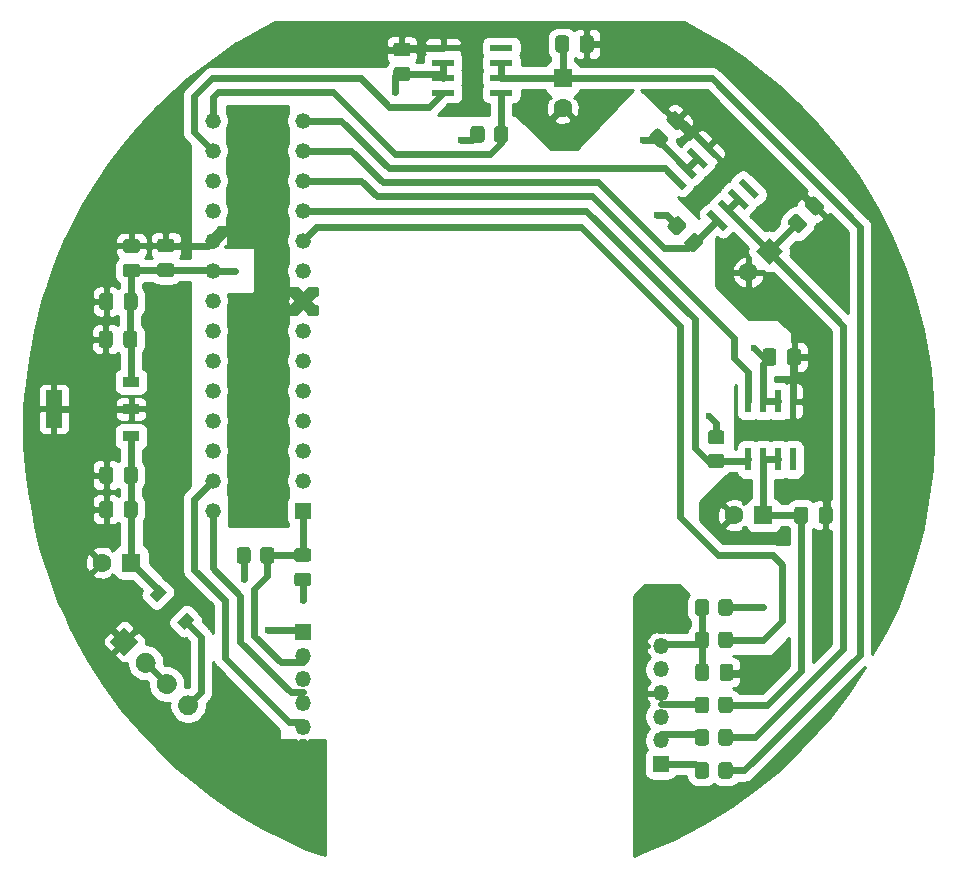
<source format=gbr>
G04 #@! TF.GenerationSoftware,KiCad,Pcbnew,(5.1.10)-1*
G04 #@! TF.CreationDate,2021-11-11T19:15:20-08:00*
G04 #@! TF.ProjectId,Pokeball,506f6b65-6261-46c6-9c2e-6b696361645f,rev?*
G04 #@! TF.SameCoordinates,Original*
G04 #@! TF.FileFunction,Copper,L1,Top*
G04 #@! TF.FilePolarity,Positive*
%FSLAX46Y46*%
G04 Gerber Fmt 4.6, Leading zero omitted, Abs format (unit mm)*
G04 Created by KiCad (PCBNEW (5.1.10)-1) date 2021-11-11 19:15:20*
%MOMM*%
%LPD*%
G01*
G04 APERTURE LIST*
G04 #@! TA.AperFunction,ComponentPad*
%ADD10O,1.350000X1.350000*%
G04 #@! TD*
G04 #@! TA.AperFunction,ComponentPad*
%ADD11R,1.350000X1.350000*%
G04 #@! TD*
G04 #@! TA.AperFunction,ComponentPad*
%ADD12C,0.100000*%
G04 #@! TD*
G04 #@! TA.AperFunction,SMDPad,CuDef*
%ADD13R,0.558800X1.981200*%
G04 #@! TD*
G04 #@! TA.AperFunction,SMDPad,CuDef*
%ADD14R,1.981200X0.558800*%
G04 #@! TD*
G04 #@! TA.AperFunction,SMDPad,CuDef*
%ADD15C,0.100000*%
G04 #@! TD*
G04 #@! TA.AperFunction,SMDPad,CuDef*
%ADD16R,1.473200X3.200400*%
G04 #@! TD*
G04 #@! TA.AperFunction,SMDPad,CuDef*
%ADD17R,1.473200X0.914400*%
G04 #@! TD*
G04 #@! TA.AperFunction,ComponentPad*
%ADD18C,1.320800*%
G04 #@! TD*
G04 #@! TA.AperFunction,ComponentPad*
%ADD19R,1.320800X1.320800*%
G04 #@! TD*
G04 #@! TA.AperFunction,ComponentPad*
%ADD20R,1.600000X1.600000*%
G04 #@! TD*
G04 #@! TA.AperFunction,ComponentPad*
%ADD21C,1.600000*%
G04 #@! TD*
G04 #@! TA.AperFunction,ViaPad*
%ADD22C,0.600000*%
G04 #@! TD*
G04 #@! TA.AperFunction,Conductor*
%ADD23C,0.600000*%
G04 #@! TD*
G04 #@! TA.AperFunction,Conductor*
%ADD24C,0.254000*%
G04 #@! TD*
G04 #@! TA.AperFunction,Conductor*
%ADD25C,0.100000*%
G04 #@! TD*
G04 APERTURE END LIST*
D10*
G04 #@! TO.P,J4,6*
G04 #@! TO.N,GND*
X175500000Y-108450000D03*
G04 #@! TO.P,J4,5*
G04 #@! TO.N,Net-(C18-Pad1)*
X175500000Y-110450000D03*
G04 #@! TO.P,J4,4*
G04 #@! TO.N,GND*
X175500000Y-112450000D03*
G04 #@! TO.P,J4,3*
G04 #@! TO.N,Net-(J4-Pad3)*
X175500000Y-114450000D03*
G04 #@! TO.P,J4,2*
G04 #@! TO.N,Net-(J4-Pad2)*
X175500000Y-116450000D03*
D11*
G04 #@! TO.P,J4,1*
G04 #@! TO.N,Net-(J4-Pad1)*
X175500000Y-118450000D03*
G04 #@! TD*
D10*
G04 #@! TO.P,J3,5*
G04 #@! TO.N,GND*
X145200000Y-115300000D03*
G04 #@! TO.P,J3,4*
G04 #@! TO.N,PGC*
X145200000Y-113300000D03*
G04 #@! TO.P,J3,3*
G04 #@! TO.N,PGD*
X145200000Y-111300000D03*
G04 #@! TO.P,J3,2*
G04 #@! TO.N,MCLR*
X145200000Y-109300000D03*
D11*
G04 #@! TO.P,J3,1*
G04 #@! TO.N,3.3V*
X145200000Y-107300000D03*
G04 #@! TD*
G04 #@! TO.P,J1,4*
G04 #@! TO.N,Net-(D1-Pad2)*
G04 #@! TA.AperFunction,ComponentPad*
G36*
G01*
X134887113Y-114089195D02*
X134887113Y-114089195D01*
G75*
G02*
X134887113Y-112887113I601041J601041D01*
G01*
X134887113Y-112887113D01*
G75*
G02*
X136089195Y-112887113I601041J-601041D01*
G01*
X136089195Y-112887113D01*
G75*
G02*
X136089195Y-114089195I-601041J-601041D01*
G01*
X136089195Y-114089195D01*
G75*
G02*
X134887113Y-114089195I-601041J601041D01*
G01*
G37*
G04 #@! TD.AperFunction*
G04 #@! TO.P,J1,3*
G04 #@! TO.N,Net-(J1-Pad2)*
G04 #@! TA.AperFunction,ComponentPad*
G36*
G01*
X133091061Y-112293143D02*
X133091061Y-112293143D01*
G75*
G02*
X133091061Y-111091061I601041J601041D01*
G01*
X133091061Y-111091061D01*
G75*
G02*
X134293143Y-111091061I601041J-601041D01*
G01*
X134293143Y-111091061D01*
G75*
G02*
X134293143Y-112293143I-601041J-601041D01*
G01*
X134293143Y-112293143D01*
G75*
G02*
X133091061Y-112293143I-601041J601041D01*
G01*
G37*
G04 #@! TD.AperFunction*
G04 #@! TO.P,J1,2*
G04 #@! TA.AperFunction,ComponentPad*
G36*
G01*
X131295010Y-110497092D02*
X131295010Y-110497092D01*
G75*
G02*
X131295010Y-109295010I601041J601041D01*
G01*
X131295010Y-109295010D01*
G75*
G02*
X132497092Y-109295010I601041J-601041D01*
G01*
X132497092Y-109295010D01*
G75*
G02*
X132497092Y-110497092I-601041J-601041D01*
G01*
X132497092Y-110497092D01*
G75*
G02*
X131295010Y-110497092I-601041J601041D01*
G01*
G37*
G04 #@! TD.AperFunction*
G04 #@! TA.AperFunction,ComponentPad*
D12*
G04 #@! TO.P,J1,1*
G04 #@! TO.N,GND*
G36*
X130100000Y-109302082D02*
G01*
X128897918Y-108100000D01*
X130100000Y-106897918D01*
X131302082Y-108100000D01*
X130100000Y-109302082D01*
G37*
G04 #@! TD.AperFunction*
G04 #@! TD*
D13*
G04 #@! TO.P,U5,1*
G04 #@! TO.N,GND*
X186705000Y-87736200D03*
G04 #@! TO.P,U5,2*
G04 #@! TO.N,3.3V*
X185435000Y-87736200D03*
G04 #@! TO.P,U5,3*
X184165000Y-87736200D03*
G04 #@! TO.P,U5,4*
G04 #@! TO.N,BTN_BLU*
X182895000Y-87736200D03*
G04 #@! TO.P,U5,5*
G04 #@! TO.N,BTN_BLU_FLG*
X182895000Y-92663800D03*
G04 #@! TO.P,U5,6*
G04 #@! TO.N,Net-(C14-Pad2)*
X184165000Y-92663800D03*
G04 #@! TO.P,U5,7*
X185435000Y-92663800D03*
G04 #@! TO.P,U5,8*
G04 #@! TO.N,Net-(U5-Pad8)*
X186705000Y-92663800D03*
G04 #@! TD*
D14*
G04 #@! TO.P,U4,8*
G04 #@! TO.N,Net-(U4-Pad8)*
X162012560Y-57796140D03*
G04 #@! TO.P,U4,7*
G04 #@! TO.N,Net-(C13-Pad2)*
X162012560Y-59066140D03*
G04 #@! TO.P,U4,6*
X162012560Y-60336140D03*
G04 #@! TO.P,U4,5*
G04 #@! TO.N,BTN_GRN_FLG*
X162012560Y-61606140D03*
G04 #@! TO.P,U4,4*
G04 #@! TO.N,BTN_GRN*
X157084960Y-61606140D03*
G04 #@! TO.P,U4,3*
G04 #@! TO.N,3.3V*
X157084960Y-60336140D03*
G04 #@! TO.P,U4,2*
X157084960Y-59066140D03*
G04 #@! TO.P,U4,1*
G04 #@! TO.N,GND*
X157084960Y-57796140D03*
G04 #@! TD*
G04 #@! TA.AperFunction,SMDPad,CuDef*
D15*
G04 #@! TO.P,U3,8*
G04 #@! TO.N,Net-(U3-Pad8)*
G36*
X182075851Y-69229788D02*
G01*
X182470983Y-68834656D01*
X183871903Y-70235576D01*
X183476771Y-70630708D01*
X182075851Y-69229788D01*
G37*
G04 #@! TD.AperFunction*
G04 #@! TA.AperFunction,SMDPad,CuDef*
G04 #@! TO.P,U3,7*
G04 #@! TO.N,Net-(C12-Pad2)*
G36*
X181177825Y-70127814D02*
G01*
X181572957Y-69732682D01*
X182973877Y-71133602D01*
X182578745Y-71528734D01*
X181177825Y-70127814D01*
G37*
G04 #@! TD.AperFunction*
G04 #@! TA.AperFunction,SMDPad,CuDef*
G04 #@! TO.P,U3,6*
G36*
X180279800Y-71025839D02*
G01*
X180674932Y-70630707D01*
X182075852Y-72031627D01*
X181680720Y-72426759D01*
X180279800Y-71025839D01*
G37*
G04 #@! TD.AperFunction*
G04 #@! TA.AperFunction,SMDPad,CuDef*
G04 #@! TO.P,U3,5*
G04 #@! TO.N,BTN_RED_FLG*
G36*
X179381774Y-71923865D02*
G01*
X179776906Y-71528733D01*
X181177826Y-72929653D01*
X180782694Y-73324785D01*
X179381774Y-71923865D01*
G37*
G04 #@! TD.AperFunction*
G04 #@! TA.AperFunction,SMDPad,CuDef*
G04 #@! TO.P,U3,4*
G04 #@! TO.N,BTN_RED*
G36*
X175897435Y-68439526D02*
G01*
X176292567Y-68044394D01*
X177693487Y-69445314D01*
X177298355Y-69840446D01*
X175897435Y-68439526D01*
G37*
G04 #@! TD.AperFunction*
G04 #@! TA.AperFunction,SMDPad,CuDef*
G04 #@! TO.P,U3,3*
G04 #@! TO.N,3.3V*
G36*
X176795461Y-67541500D02*
G01*
X177190593Y-67146368D01*
X178591513Y-68547288D01*
X178196381Y-68942420D01*
X176795461Y-67541500D01*
G37*
G04 #@! TD.AperFunction*
G04 #@! TA.AperFunction,SMDPad,CuDef*
G04 #@! TO.P,U3,2*
G36*
X177693486Y-66643475D02*
G01*
X178088618Y-66248343D01*
X179489538Y-67649263D01*
X179094406Y-68044395D01*
X177693486Y-66643475D01*
G37*
G04 #@! TD.AperFunction*
G04 #@! TA.AperFunction,SMDPad,CuDef*
G04 #@! TO.P,U3,1*
G04 #@! TO.N,GND*
G36*
X178591512Y-65745449D02*
G01*
X178986644Y-65350317D01*
X180387564Y-66751237D01*
X179992432Y-67146369D01*
X178591512Y-65745449D01*
G37*
G04 #@! TD.AperFunction*
G04 #@! TD*
D16*
G04 #@! TO.P,U2,4*
G04 #@! TO.N,GND*
X124136100Y-88400000D03*
D17*
G04 #@! TO.P,U2,3*
G04 #@! TO.N,3.3V*
X130663900Y-86100000D03*
G04 #@! TO.P,U2,2*
G04 #@! TO.N,GND*
X130663900Y-88400000D03*
G04 #@! TO.P,U2,1*
G04 #@! TO.N,Net-(C4-Pad1)*
X130663900Y-90700000D03*
G04 #@! TD*
D18*
G04 #@! TO.P,U1,28*
G04 #@! TO.N,PGD*
X137580000Y-97000000D03*
G04 #@! TO.P,U1,27*
G04 #@! TO.N,PGC*
X137580000Y-94460000D03*
G04 #@! TO.P,U1,26*
G04 #@! TO.N,Net-(U1-Pad26)*
X137580000Y-91920000D03*
G04 #@! TO.P,U1,25*
G04 #@! TO.N,Net-(U1-Pad25)*
X137580000Y-89380000D03*
G04 #@! TO.P,U1,24*
G04 #@! TO.N,Net-(U1-Pad24)*
X137580000Y-86840000D03*
G04 #@! TO.P,U1,23*
G04 #@! TO.N,Net-(U1-Pad23)*
X137580000Y-84300000D03*
G04 #@! TO.P,U1,22*
G04 #@! TO.N,Net-(U1-Pad22)*
X137580000Y-81760000D03*
G04 #@! TO.P,U1,21*
G04 #@! TO.N,Net-(U1-Pad21)*
X137580000Y-79220000D03*
G04 #@! TO.P,U1,20*
G04 #@! TO.N,3.3V*
X137580000Y-76680000D03*
G04 #@! TO.P,U1,19*
G04 #@! TO.N,GND*
X137580000Y-74140000D03*
G04 #@! TO.P,U1,18*
G04 #@! TO.N,Net-(U1-Pad18)*
X137580000Y-71600000D03*
G04 #@! TO.P,U1,17*
G04 #@! TO.N,Net-(U1-Pad17)*
X137580000Y-69060000D03*
G04 #@! TO.P,U1,16*
G04 #@! TO.N,BTN_GRN*
X137580000Y-66520000D03*
G04 #@! TO.P,U1,15*
G04 #@! TO.N,BTN_GRN_FLG*
X137580000Y-63980000D03*
G04 #@! TO.P,U1,14*
G04 #@! TO.N,BTN_RED*
X145200000Y-63980000D03*
G04 #@! TO.P,U1,13*
G04 #@! TO.N,BTN_RED_FLG*
X145200000Y-66520000D03*
G04 #@! TO.P,U1,12*
G04 #@! TO.N,BTN_BLU*
X145200000Y-69060000D03*
G04 #@! TO.P,U1,11*
G04 #@! TO.N,BTN_BLU_FLG*
X145200000Y-71600000D03*
G04 #@! TO.P,U1,10*
G04 #@! TO.N,BTN_SW*
X145200000Y-74140000D03*
G04 #@! TO.P,U1,9*
G04 #@! TO.N,Net-(U1-Pad9)*
X145200000Y-76680000D03*
G04 #@! TO.P,U1,8*
G04 #@! TO.N,GND*
X145200000Y-79220000D03*
G04 #@! TO.P,U1,7*
G04 #@! TO.N,Net-(U1-Pad7)*
X145200000Y-81760000D03*
G04 #@! TO.P,U1,6*
G04 #@! TO.N,Net-(U1-Pad6)*
X145200000Y-84300000D03*
G04 #@! TO.P,U1,5*
G04 #@! TO.N,Net-(U1-Pad5)*
X145200000Y-86840000D03*
G04 #@! TO.P,U1,4*
G04 #@! TO.N,Net-(U1-Pad4)*
X145200000Y-89380000D03*
G04 #@! TO.P,U1,3*
G04 #@! TO.N,Net-(U1-Pad3)*
X145200000Y-91920000D03*
G04 #@! TO.P,U1,2*
G04 #@! TO.N,Net-(U1-Pad2)*
X145200000Y-94460000D03*
D19*
G04 #@! TO.P,U1,1*
G04 #@! TO.N,MCLR*
X145200000Y-97000000D03*
G04 #@! TD*
G04 #@! TO.P,R9,2*
G04 #@! TO.N,Net-(C14-Pad2)*
G04 #@! TA.AperFunction,SMDPad,CuDef*
G36*
G01*
X180400000Y-113900001D02*
X180400000Y-112999999D01*
G75*
G02*
X180649999Y-112750000I249999J0D01*
G01*
X181350001Y-112750000D01*
G75*
G02*
X181600000Y-112999999I0J-249999D01*
G01*
X181600000Y-113900001D01*
G75*
G02*
X181350001Y-114150000I-249999J0D01*
G01*
X180649999Y-114150000D01*
G75*
G02*
X180400000Y-113900001I0J249999D01*
G01*
G37*
G04 #@! TD.AperFunction*
G04 #@! TO.P,R9,1*
G04 #@! TO.N,Net-(J4-Pad3)*
G04 #@! TA.AperFunction,SMDPad,CuDef*
G36*
G01*
X178400000Y-113900001D02*
X178400000Y-112999999D01*
G75*
G02*
X178649999Y-112750000I249999J0D01*
G01*
X179350001Y-112750000D01*
G75*
G02*
X179600000Y-112999999I0J-249999D01*
G01*
X179600000Y-113900001D01*
G75*
G02*
X179350001Y-114150000I-249999J0D01*
G01*
X178649999Y-114150000D01*
G75*
G02*
X178400000Y-113900001I0J249999D01*
G01*
G37*
G04 #@! TD.AperFunction*
G04 #@! TD*
G04 #@! TO.P,R8,2*
G04 #@! TO.N,Net-(C13-Pad2)*
G04 #@! TA.AperFunction,SMDPad,CuDef*
G36*
G01*
X180400000Y-119450001D02*
X180400000Y-118549999D01*
G75*
G02*
X180649999Y-118300000I249999J0D01*
G01*
X181350001Y-118300000D01*
G75*
G02*
X181600000Y-118549999I0J-249999D01*
G01*
X181600000Y-119450001D01*
G75*
G02*
X181350001Y-119700000I-249999J0D01*
G01*
X180649999Y-119700000D01*
G75*
G02*
X180400000Y-119450001I0J249999D01*
G01*
G37*
G04 #@! TD.AperFunction*
G04 #@! TO.P,R8,1*
G04 #@! TO.N,Net-(J4-Pad1)*
G04 #@! TA.AperFunction,SMDPad,CuDef*
G36*
G01*
X178400000Y-119450001D02*
X178400000Y-118549999D01*
G75*
G02*
X178649999Y-118300000I249999J0D01*
G01*
X179350001Y-118300000D01*
G75*
G02*
X179600000Y-118549999I0J-249999D01*
G01*
X179600000Y-119450001D01*
G75*
G02*
X179350001Y-119700000I-249999J0D01*
G01*
X178649999Y-119700000D01*
G75*
G02*
X178400000Y-119450001I0J249999D01*
G01*
G37*
G04 #@! TD.AperFunction*
G04 #@! TD*
G04 #@! TO.P,R7,2*
G04 #@! TO.N,Net-(C12-Pad2)*
G04 #@! TA.AperFunction,SMDPad,CuDef*
G36*
G01*
X180400000Y-116650001D02*
X180400000Y-115749999D01*
G75*
G02*
X180649999Y-115500000I249999J0D01*
G01*
X181350001Y-115500000D01*
G75*
G02*
X181600000Y-115749999I0J-249999D01*
G01*
X181600000Y-116650001D01*
G75*
G02*
X181350001Y-116900000I-249999J0D01*
G01*
X180649999Y-116900000D01*
G75*
G02*
X180400000Y-116650001I0J249999D01*
G01*
G37*
G04 #@! TD.AperFunction*
G04 #@! TO.P,R7,1*
G04 #@! TO.N,Net-(J4-Pad2)*
G04 #@! TA.AperFunction,SMDPad,CuDef*
G36*
G01*
X178400000Y-116650001D02*
X178400000Y-115749999D01*
G75*
G02*
X178649999Y-115500000I249999J0D01*
G01*
X179350001Y-115500000D01*
G75*
G02*
X179600000Y-115749999I0J-249999D01*
G01*
X179600000Y-116650001D01*
G75*
G02*
X179350001Y-116900000I-249999J0D01*
G01*
X178649999Y-116900000D01*
G75*
G02*
X178400000Y-116650001I0J249999D01*
G01*
G37*
G04 #@! TD.AperFunction*
G04 #@! TD*
G04 #@! TO.P,R6,2*
G04 #@! TO.N,3.3V*
G04 #@! TA.AperFunction,SMDPad,CuDef*
G36*
G01*
X180400000Y-105650001D02*
X180400000Y-104749999D01*
G75*
G02*
X180649999Y-104500000I249999J0D01*
G01*
X181350001Y-104500000D01*
G75*
G02*
X181600000Y-104749999I0J-249999D01*
G01*
X181600000Y-105650001D01*
G75*
G02*
X181350001Y-105900000I-249999J0D01*
G01*
X180649999Y-105900000D01*
G75*
G02*
X180400000Y-105650001I0J249999D01*
G01*
G37*
G04 #@! TD.AperFunction*
G04 #@! TO.P,R6,1*
G04 #@! TO.N,Net-(C18-Pad1)*
G04 #@! TA.AperFunction,SMDPad,CuDef*
G36*
G01*
X178400000Y-105650001D02*
X178400000Y-104749999D01*
G75*
G02*
X178649999Y-104500000I249999J0D01*
G01*
X179350001Y-104500000D01*
G75*
G02*
X179600000Y-104749999I0J-249999D01*
G01*
X179600000Y-105650001D01*
G75*
G02*
X179350001Y-105900000I-249999J0D01*
G01*
X178649999Y-105900000D01*
G75*
G02*
X178400000Y-105650001I0J249999D01*
G01*
G37*
G04 #@! TD.AperFunction*
G04 #@! TD*
G04 #@! TO.P,R5,2*
G04 #@! TO.N,BTN_SW*
G04 #@! TA.AperFunction,SMDPad,CuDef*
G36*
G01*
X180400000Y-108400001D02*
X180400000Y-107499999D01*
G75*
G02*
X180649999Y-107250000I249999J0D01*
G01*
X181350001Y-107250000D01*
G75*
G02*
X181600000Y-107499999I0J-249999D01*
G01*
X181600000Y-108400001D01*
G75*
G02*
X181350001Y-108650000I-249999J0D01*
G01*
X180649999Y-108650000D01*
G75*
G02*
X180400000Y-108400001I0J249999D01*
G01*
G37*
G04 #@! TD.AperFunction*
G04 #@! TO.P,R5,1*
G04 #@! TO.N,Net-(C18-Pad1)*
G04 #@! TA.AperFunction,SMDPad,CuDef*
G36*
G01*
X178400000Y-108400001D02*
X178400000Y-107499999D01*
G75*
G02*
X178649999Y-107250000I249999J0D01*
G01*
X179350001Y-107250000D01*
G75*
G02*
X179600000Y-107499999I0J-249999D01*
G01*
X179600000Y-108400001D01*
G75*
G02*
X179350001Y-108650000I-249999J0D01*
G01*
X178649999Y-108650000D01*
G75*
G02*
X178400000Y-108400001I0J249999D01*
G01*
G37*
G04 #@! TD.AperFunction*
G04 #@! TD*
G04 #@! TO.P,R4,1*
G04 #@! TO.N,BTN_BLU_FLG*
G04 #@! TA.AperFunction,SMDPad,CuDef*
G36*
G01*
X180650001Y-93400000D02*
X179749999Y-93400000D01*
G75*
G02*
X179500000Y-93150001I0J249999D01*
G01*
X179500000Y-92449999D01*
G75*
G02*
X179749999Y-92200000I249999J0D01*
G01*
X180650001Y-92200000D01*
G75*
G02*
X180900000Y-92449999I0J-249999D01*
G01*
X180900000Y-93150001D01*
G75*
G02*
X180650001Y-93400000I-249999J0D01*
G01*
G37*
G04 #@! TD.AperFunction*
G04 #@! TO.P,R4,2*
G04 #@! TO.N,3.3V*
G04 #@! TA.AperFunction,SMDPad,CuDef*
G36*
G01*
X180650001Y-91400000D02*
X179749999Y-91400000D01*
G75*
G02*
X179500000Y-91150001I0J249999D01*
G01*
X179500000Y-90449999D01*
G75*
G02*
X179749999Y-90200000I249999J0D01*
G01*
X180650001Y-90200000D01*
G75*
G02*
X180900000Y-90449999I0J-249999D01*
G01*
X180900000Y-91150001D01*
G75*
G02*
X180650001Y-91400000I-249999J0D01*
G01*
G37*
G04 #@! TD.AperFunction*
G04 #@! TD*
G04 #@! TO.P,R3,2*
G04 #@! TO.N,3.3V*
G04 #@! TA.AperFunction,SMDPad,CuDef*
G36*
G01*
X160600000Y-64701139D02*
X160600000Y-65601141D01*
G75*
G02*
X160350001Y-65851140I-249999J0D01*
G01*
X159649999Y-65851140D01*
G75*
G02*
X159400000Y-65601141I0J249999D01*
G01*
X159400000Y-64701139D01*
G75*
G02*
X159649999Y-64451140I249999J0D01*
G01*
X160350001Y-64451140D01*
G75*
G02*
X160600000Y-64701139I0J-249999D01*
G01*
G37*
G04 #@! TD.AperFunction*
G04 #@! TO.P,R3,1*
G04 #@! TO.N,BTN_GRN_FLG*
G04 #@! TA.AperFunction,SMDPad,CuDef*
G36*
G01*
X162600000Y-64701139D02*
X162600000Y-65601141D01*
G75*
G02*
X162350001Y-65851140I-249999J0D01*
G01*
X161649999Y-65851140D01*
G75*
G02*
X161400000Y-65601141I0J249999D01*
G01*
X161400000Y-64701139D01*
G75*
G02*
X161649999Y-64451140I249999J0D01*
G01*
X162350001Y-64451140D01*
G75*
G02*
X162600000Y-64701139I0J-249999D01*
G01*
G37*
G04 #@! TD.AperFunction*
G04 #@! TD*
G04 #@! TO.P,R2,2*
G04 #@! TO.N,3.3V*
G04 #@! TA.AperFunction,SMDPad,CuDef*
G36*
G01*
X177635356Y-72998958D02*
X176998958Y-73635356D01*
G75*
G02*
X176645406Y-73635356I-176776J176776D01*
G01*
X176150430Y-73140380D01*
G75*
G02*
X176150430Y-72786828I176776J176776D01*
G01*
X176786828Y-72150430D01*
G75*
G02*
X177140380Y-72150430I176776J-176776D01*
G01*
X177635356Y-72645406D01*
G75*
G02*
X177635356Y-72998958I-176776J-176776D01*
G01*
G37*
G04 #@! TD.AperFunction*
G04 #@! TO.P,R2,1*
G04 #@! TO.N,BTN_RED_FLG*
G04 #@! TA.AperFunction,SMDPad,CuDef*
G36*
G01*
X179049570Y-74413172D02*
X178413172Y-75049570D01*
G75*
G02*
X178059620Y-75049570I-176776J176776D01*
G01*
X177564644Y-74554594D01*
G75*
G02*
X177564644Y-74201042I176776J176776D01*
G01*
X178201042Y-73564644D01*
G75*
G02*
X178554594Y-73564644I176776J-176776D01*
G01*
X179049570Y-74059620D01*
G75*
G02*
X179049570Y-74413172I-176776J-176776D01*
G01*
G37*
G04 #@! TD.AperFunction*
G04 #@! TD*
G04 #@! TO.P,R1,2*
G04 #@! TO.N,3.3V*
G04 #@! TA.AperFunction,SMDPad,CuDef*
G36*
G01*
X140800000Y-100349999D02*
X140800000Y-101250001D01*
G75*
G02*
X140550001Y-101500000I-249999J0D01*
G01*
X139849999Y-101500000D01*
G75*
G02*
X139600000Y-101250001I0J249999D01*
G01*
X139600000Y-100349999D01*
G75*
G02*
X139849999Y-100100000I249999J0D01*
G01*
X140550001Y-100100000D01*
G75*
G02*
X140800000Y-100349999I0J-249999D01*
G01*
G37*
G04 #@! TD.AperFunction*
G04 #@! TO.P,R1,1*
G04 #@! TO.N,MCLR*
G04 #@! TA.AperFunction,SMDPad,CuDef*
G36*
G01*
X142800000Y-100349999D02*
X142800000Y-101250001D01*
G75*
G02*
X142550001Y-101500000I-249999J0D01*
G01*
X141849999Y-101500000D01*
G75*
G02*
X141600000Y-101250001I0J249999D01*
G01*
X141600000Y-100349999D01*
G75*
G02*
X141849999Y-100100000I249999J0D01*
G01*
X142550001Y-100100000D01*
G75*
G02*
X142800000Y-100349999I0J-249999D01*
G01*
G37*
G04 #@! TD.AperFunction*
G04 #@! TD*
G04 #@! TA.AperFunction,SMDPad,CuDef*
D15*
G04 #@! TO.P,D1,2*
G04 #@! TO.N,Net-(D1-Pad2)*
G36*
X134524264Y-106472792D02*
G01*
X135372792Y-105624264D01*
X136009188Y-106260660D01*
X135160660Y-107109188D01*
X134524264Y-106472792D01*
G37*
G04 #@! TD.AperFunction*
G04 #@! TA.AperFunction,SMDPad,CuDef*
G04 #@! TO.P,D1,1*
G04 #@! TO.N,Net-(C4-Pad1)*
G36*
X132190812Y-104139340D02*
G01*
X133039340Y-103290812D01*
X133675736Y-103927208D01*
X132827208Y-104775736D01*
X132190812Y-104139340D01*
G37*
G04 #@! TD.AperFunction*
G04 #@! TD*
G04 #@! TO.P,C18,1*
G04 #@! TO.N,Net-(C18-Pad1)*
G04 #@! TA.AperFunction,SMDPad,CuDef*
G36*
G01*
X178412500Y-111175000D02*
X178412500Y-110225000D01*
G75*
G02*
X178662500Y-109975000I250000J0D01*
G01*
X179337500Y-109975000D01*
G75*
G02*
X179587500Y-110225000I0J-250000D01*
G01*
X179587500Y-111175000D01*
G75*
G02*
X179337500Y-111425000I-250000J0D01*
G01*
X178662500Y-111425000D01*
G75*
G02*
X178412500Y-111175000I0J250000D01*
G01*
G37*
G04 #@! TD.AperFunction*
G04 #@! TO.P,C18,2*
G04 #@! TO.N,GND*
G04 #@! TA.AperFunction,SMDPad,CuDef*
G36*
G01*
X180487500Y-111175000D02*
X180487500Y-110225000D01*
G75*
G02*
X180737500Y-109975000I250000J0D01*
G01*
X181412500Y-109975000D01*
G75*
G02*
X181662500Y-110225000I0J-250000D01*
G01*
X181662500Y-111175000D01*
G75*
G02*
X181412500Y-111425000I-250000J0D01*
G01*
X180737500Y-111425000D01*
G75*
G02*
X180487500Y-111175000I0J250000D01*
G01*
G37*
G04 #@! TD.AperFunction*
G04 #@! TD*
D20*
G04 #@! TO.P,C17,1*
G04 #@! TO.N,Net-(C14-Pad2)*
X184200000Y-97400000D03*
D21*
G04 #@! TO.P,C17,2*
G04 #@! TO.N,GND*
X181700000Y-97400000D03*
G04 #@! TD*
G04 #@! TO.P,C16,2*
G04 #@! TO.N,GND*
X167200000Y-62900000D03*
D20*
G04 #@! TO.P,C16,1*
G04 #@! TO.N,Net-(C13-Pad2)*
X167200000Y-60400000D03*
G04 #@! TD*
D21*
G04 #@! TO.P,C15,2*
G04 #@! TO.N,GND*
X182925228Y-76832882D03*
G04 #@! TA.AperFunction,ComponentPad*
D12*
G04 #@! TO.P,C15,1*
G04 #@! TO.N,Net-(C12-Pad2)*
G36*
X184692995Y-73933744D02*
G01*
X185824366Y-75065115D01*
X184692995Y-76196486D01*
X183561624Y-75065115D01*
X184692995Y-73933744D01*
G37*
G04 #@! TD.AperFunction*
G04 #@! TD*
G04 #@! TO.P,C14,1*
G04 #@! TO.N,GND*
G04 #@! TA.AperFunction,SMDPad,CuDef*
G36*
G01*
X190062500Y-96925000D02*
X190062500Y-97875000D01*
G75*
G02*
X189812500Y-98125000I-250000J0D01*
G01*
X189137500Y-98125000D01*
G75*
G02*
X188887500Y-97875000I0J250000D01*
G01*
X188887500Y-96925000D01*
G75*
G02*
X189137500Y-96675000I250000J0D01*
G01*
X189812500Y-96675000D01*
G75*
G02*
X190062500Y-96925000I0J-250000D01*
G01*
G37*
G04 #@! TD.AperFunction*
G04 #@! TO.P,C14,2*
G04 #@! TO.N,Net-(C14-Pad2)*
G04 #@! TA.AperFunction,SMDPad,CuDef*
G36*
G01*
X187987500Y-96925000D02*
X187987500Y-97875000D01*
G75*
G02*
X187737500Y-98125000I-250000J0D01*
G01*
X187062500Y-98125000D01*
G75*
G02*
X186812500Y-97875000I0J250000D01*
G01*
X186812500Y-96925000D01*
G75*
G02*
X187062500Y-96675000I250000J0D01*
G01*
X187737500Y-96675000D01*
G75*
G02*
X187987500Y-96925000I0J-250000D01*
G01*
G37*
G04 #@! TD.AperFunction*
G04 #@! TD*
G04 #@! TO.P,C13,2*
G04 #@! TO.N,Net-(C13-Pad2)*
G04 #@! TA.AperFunction,SMDPad,CuDef*
G36*
G01*
X167750000Y-57025000D02*
X167750000Y-57975000D01*
G75*
G02*
X167500000Y-58225000I-250000J0D01*
G01*
X166825000Y-58225000D01*
G75*
G02*
X166575000Y-57975000I0J250000D01*
G01*
X166575000Y-57025000D01*
G75*
G02*
X166825000Y-56775000I250000J0D01*
G01*
X167500000Y-56775000D01*
G75*
G02*
X167750000Y-57025000I0J-250000D01*
G01*
G37*
G04 #@! TD.AperFunction*
G04 #@! TO.P,C13,1*
G04 #@! TO.N,GND*
G04 #@! TA.AperFunction,SMDPad,CuDef*
G36*
G01*
X169825000Y-57025000D02*
X169825000Y-57975000D01*
G75*
G02*
X169575000Y-58225000I-250000J0D01*
G01*
X168900000Y-58225000D01*
G75*
G02*
X168650000Y-57975000I0J250000D01*
G01*
X168650000Y-57025000D01*
G75*
G02*
X168900000Y-56775000I250000J0D01*
G01*
X169575000Y-56775000D01*
G75*
G02*
X169825000Y-57025000I0J-250000D01*
G01*
G37*
G04 #@! TD.AperFunction*
G04 #@! TD*
G04 #@! TO.P,C12,2*
G04 #@! TO.N,Net-(C12-Pad2)*
G04 #@! TA.AperFunction,SMDPad,CuDef*
G36*
G01*
X187150192Y-71936168D02*
X187821943Y-72607919D01*
G75*
G02*
X187821943Y-72961473I-176777J-176777D01*
G01*
X187344646Y-73438770D01*
G75*
G02*
X186991092Y-73438770I-176777J176777D01*
G01*
X186319341Y-72767019D01*
G75*
G02*
X186319341Y-72413465I176777J176777D01*
G01*
X186796638Y-71936168D01*
G75*
G02*
X187150192Y-71936168I176777J-176777D01*
G01*
G37*
G04 #@! TD.AperFunction*
G04 #@! TO.P,C12,1*
G04 #@! TO.N,GND*
G04 #@! TA.AperFunction,SMDPad,CuDef*
G36*
G01*
X188617438Y-70468922D02*
X189289189Y-71140673D01*
G75*
G02*
X189289189Y-71494227I-176777J-176777D01*
G01*
X188811892Y-71971524D01*
G75*
G02*
X188458338Y-71971524I-176777J176777D01*
G01*
X187786587Y-71299773D01*
G75*
G02*
X187786587Y-70946219I176777J176777D01*
G01*
X188263884Y-70468922D01*
G75*
G02*
X188617438Y-70468922I176777J-176777D01*
G01*
G37*
G04 #@! TD.AperFunction*
G04 #@! TD*
G04 #@! TO.P,C11,2*
G04 #@! TO.N,3.3V*
G04 #@! TA.AperFunction,SMDPad,CuDef*
G36*
G01*
X130050000Y-79775000D02*
X130050000Y-78825000D01*
G75*
G02*
X130300000Y-78575000I250000J0D01*
G01*
X130975000Y-78575000D01*
G75*
G02*
X131225000Y-78825000I0J-250000D01*
G01*
X131225000Y-79775000D01*
G75*
G02*
X130975000Y-80025000I-250000J0D01*
G01*
X130300000Y-80025000D01*
G75*
G02*
X130050000Y-79775000I0J250000D01*
G01*
G37*
G04 #@! TD.AperFunction*
G04 #@! TO.P,C11,1*
G04 #@! TO.N,GND*
G04 #@! TA.AperFunction,SMDPad,CuDef*
G36*
G01*
X127975000Y-79775000D02*
X127975000Y-78825000D01*
G75*
G02*
X128225000Y-78575000I250000J0D01*
G01*
X128900000Y-78575000D01*
G75*
G02*
X129150000Y-78825000I0J-250000D01*
G01*
X129150000Y-79775000D01*
G75*
G02*
X128900000Y-80025000I-250000J0D01*
G01*
X128225000Y-80025000D01*
G75*
G02*
X127975000Y-79775000I0J250000D01*
G01*
G37*
G04 #@! TD.AperFunction*
G04 #@! TD*
G04 #@! TO.P,C10,2*
G04 #@! TO.N,3.3V*
G04 #@! TA.AperFunction,SMDPad,CuDef*
G36*
G01*
X130012500Y-82975000D02*
X130012500Y-82025000D01*
G75*
G02*
X130262500Y-81775000I250000J0D01*
G01*
X130937500Y-81775000D01*
G75*
G02*
X131187500Y-82025000I0J-250000D01*
G01*
X131187500Y-82975000D01*
G75*
G02*
X130937500Y-83225000I-250000J0D01*
G01*
X130262500Y-83225000D01*
G75*
G02*
X130012500Y-82975000I0J250000D01*
G01*
G37*
G04 #@! TD.AperFunction*
G04 #@! TO.P,C10,1*
G04 #@! TO.N,GND*
G04 #@! TA.AperFunction,SMDPad,CuDef*
G36*
G01*
X127937500Y-82975000D02*
X127937500Y-82025000D01*
G75*
G02*
X128187500Y-81775000I250000J0D01*
G01*
X128862500Y-81775000D01*
G75*
G02*
X129112500Y-82025000I0J-250000D01*
G01*
X129112500Y-82975000D01*
G75*
G02*
X128862500Y-83225000I-250000J0D01*
G01*
X128187500Y-83225000D01*
G75*
G02*
X127937500Y-82975000I0J250000D01*
G01*
G37*
G04 #@! TD.AperFunction*
G04 #@! TD*
G04 #@! TO.P,C9,1*
G04 #@! TO.N,GND*
G04 #@! TA.AperFunction,SMDPad,CuDef*
G36*
G01*
X187387500Y-83525000D02*
X187387500Y-84475000D01*
G75*
G02*
X187137500Y-84725000I-250000J0D01*
G01*
X186462500Y-84725000D01*
G75*
G02*
X186212500Y-84475000I0J250000D01*
G01*
X186212500Y-83525000D01*
G75*
G02*
X186462500Y-83275000I250000J0D01*
G01*
X187137500Y-83275000D01*
G75*
G02*
X187387500Y-83525000I0J-250000D01*
G01*
G37*
G04 #@! TD.AperFunction*
G04 #@! TO.P,C9,2*
G04 #@! TO.N,3.3V*
G04 #@! TA.AperFunction,SMDPad,CuDef*
G36*
G01*
X185312500Y-83525000D02*
X185312500Y-84475000D01*
G75*
G02*
X185062500Y-84725000I-250000J0D01*
G01*
X184387500Y-84725000D01*
G75*
G02*
X184137500Y-84475000I0J250000D01*
G01*
X184137500Y-83525000D01*
G75*
G02*
X184387500Y-83275000I250000J0D01*
G01*
X185062500Y-83275000D01*
G75*
G02*
X185312500Y-83525000I0J-250000D01*
G01*
G37*
G04 #@! TD.AperFunction*
G04 #@! TD*
G04 #@! TO.P,C8,2*
G04 #@! TO.N,3.3V*
G04 #@! TA.AperFunction,SMDPad,CuDef*
G36*
G01*
X153125000Y-59450000D02*
X154075000Y-59450000D01*
G75*
G02*
X154325000Y-59700000I0J-250000D01*
G01*
X154325000Y-60375000D01*
G75*
G02*
X154075000Y-60625000I-250000J0D01*
G01*
X153125000Y-60625000D01*
G75*
G02*
X152875000Y-60375000I0J250000D01*
G01*
X152875000Y-59700000D01*
G75*
G02*
X153125000Y-59450000I250000J0D01*
G01*
G37*
G04 #@! TD.AperFunction*
G04 #@! TO.P,C8,1*
G04 #@! TO.N,GND*
G04 #@! TA.AperFunction,SMDPad,CuDef*
G36*
G01*
X153125000Y-57375000D02*
X154075000Y-57375000D01*
G75*
G02*
X154325000Y-57625000I0J-250000D01*
G01*
X154325000Y-58300000D01*
G75*
G02*
X154075000Y-58550000I-250000J0D01*
G01*
X153125000Y-58550000D01*
G75*
G02*
X152875000Y-58300000I0J250000D01*
G01*
X152875000Y-57625000D01*
G75*
G02*
X153125000Y-57375000I250000J0D01*
G01*
G37*
G04 #@! TD.AperFunction*
G04 #@! TD*
G04 #@! TO.P,C7,2*
G04 #@! TO.N,3.3V*
G04 #@! TA.AperFunction,SMDPad,CuDef*
G36*
G01*
X175412220Y-64723678D02*
X176083971Y-65395429D01*
G75*
G02*
X176083971Y-65748983I-176777J-176777D01*
G01*
X175606674Y-66226280D01*
G75*
G02*
X175253120Y-66226280I-176777J176777D01*
G01*
X174581369Y-65554529D01*
G75*
G02*
X174581369Y-65200975I176777J176777D01*
G01*
X175058666Y-64723678D01*
G75*
G02*
X175412220Y-64723678I176777J-176777D01*
G01*
G37*
G04 #@! TD.AperFunction*
G04 #@! TO.P,C7,1*
G04 #@! TO.N,GND*
G04 #@! TA.AperFunction,SMDPad,CuDef*
G36*
G01*
X176879466Y-63256432D02*
X177551217Y-63928183D01*
G75*
G02*
X177551217Y-64281737I-176777J-176777D01*
G01*
X177073920Y-64759034D01*
G75*
G02*
X176720366Y-64759034I-176777J176777D01*
G01*
X176048615Y-64087283D01*
G75*
G02*
X176048615Y-63733729I176777J176777D01*
G01*
X176525912Y-63256432D01*
G75*
G02*
X176879466Y-63256432I176777J-176777D01*
G01*
G37*
G04 #@! TD.AperFunction*
G04 #@! TD*
G04 #@! TO.P,C6,2*
G04 #@! TO.N,Net-(C4-Pad1)*
G04 #@! TA.AperFunction,SMDPad,CuDef*
G36*
G01*
X130050000Y-97375000D02*
X130050000Y-96425000D01*
G75*
G02*
X130300000Y-96175000I250000J0D01*
G01*
X130975000Y-96175000D01*
G75*
G02*
X131225000Y-96425000I0J-250000D01*
G01*
X131225000Y-97375000D01*
G75*
G02*
X130975000Y-97625000I-250000J0D01*
G01*
X130300000Y-97625000D01*
G75*
G02*
X130050000Y-97375000I0J250000D01*
G01*
G37*
G04 #@! TD.AperFunction*
G04 #@! TO.P,C6,1*
G04 #@! TO.N,GND*
G04 #@! TA.AperFunction,SMDPad,CuDef*
G36*
G01*
X127975000Y-97375000D02*
X127975000Y-96425000D01*
G75*
G02*
X128225000Y-96175000I250000J0D01*
G01*
X128900000Y-96175000D01*
G75*
G02*
X129150000Y-96425000I0J-250000D01*
G01*
X129150000Y-97375000D01*
G75*
G02*
X128900000Y-97625000I-250000J0D01*
G01*
X128225000Y-97625000D01*
G75*
G02*
X127975000Y-97375000I0J250000D01*
G01*
G37*
G04 #@! TD.AperFunction*
G04 #@! TD*
G04 #@! TO.P,C5,2*
G04 #@! TO.N,Net-(C4-Pad1)*
G04 #@! TA.AperFunction,SMDPad,CuDef*
G36*
G01*
X130050000Y-94475000D02*
X130050000Y-93525000D01*
G75*
G02*
X130300000Y-93275000I250000J0D01*
G01*
X130975000Y-93275000D01*
G75*
G02*
X131225000Y-93525000I0J-250000D01*
G01*
X131225000Y-94475000D01*
G75*
G02*
X130975000Y-94725000I-250000J0D01*
G01*
X130300000Y-94725000D01*
G75*
G02*
X130050000Y-94475000I0J250000D01*
G01*
G37*
G04 #@! TD.AperFunction*
G04 #@! TO.P,C5,1*
G04 #@! TO.N,GND*
G04 #@! TA.AperFunction,SMDPad,CuDef*
G36*
G01*
X127975000Y-94475000D02*
X127975000Y-93525000D01*
G75*
G02*
X128225000Y-93275000I250000J0D01*
G01*
X128900000Y-93275000D01*
G75*
G02*
X129150000Y-93525000I0J-250000D01*
G01*
X129150000Y-94475000D01*
G75*
G02*
X128900000Y-94725000I-250000J0D01*
G01*
X128225000Y-94725000D01*
G75*
G02*
X127975000Y-94475000I0J250000D01*
G01*
G37*
G04 #@! TD.AperFunction*
G04 #@! TD*
D21*
G04 #@! TO.P,C4,2*
G04 #@! TO.N,GND*
X128200000Y-101400000D03*
D20*
G04 #@! TO.P,C4,1*
G04 #@! TO.N,Net-(C4-Pad1)*
X130700000Y-101400000D03*
G04 #@! TD*
G04 #@! TO.P,C3,2*
G04 #@! TO.N,3.3V*
G04 #@! TA.AperFunction,SMDPad,CuDef*
G36*
G01*
X133125000Y-76050000D02*
X134075000Y-76050000D01*
G75*
G02*
X134325000Y-76300000I0J-250000D01*
G01*
X134325000Y-76975000D01*
G75*
G02*
X134075000Y-77225000I-250000J0D01*
G01*
X133125000Y-77225000D01*
G75*
G02*
X132875000Y-76975000I0J250000D01*
G01*
X132875000Y-76300000D01*
G75*
G02*
X133125000Y-76050000I250000J0D01*
G01*
G37*
G04 #@! TD.AperFunction*
G04 #@! TO.P,C3,1*
G04 #@! TO.N,GND*
G04 #@! TA.AperFunction,SMDPad,CuDef*
G36*
G01*
X133125000Y-73975000D02*
X134075000Y-73975000D01*
G75*
G02*
X134325000Y-74225000I0J-250000D01*
G01*
X134325000Y-74900000D01*
G75*
G02*
X134075000Y-75150000I-250000J0D01*
G01*
X133125000Y-75150000D01*
G75*
G02*
X132875000Y-74900000I0J250000D01*
G01*
X132875000Y-74225000D01*
G75*
G02*
X133125000Y-73975000I250000J0D01*
G01*
G37*
G04 #@! TD.AperFunction*
G04 #@! TD*
G04 #@! TO.P,C2,2*
G04 #@! TO.N,3.3V*
G04 #@! TA.AperFunction,SMDPad,CuDef*
G36*
G01*
X130225000Y-76087500D02*
X131175000Y-76087500D01*
G75*
G02*
X131425000Y-76337500I0J-250000D01*
G01*
X131425000Y-77012500D01*
G75*
G02*
X131175000Y-77262500I-250000J0D01*
G01*
X130225000Y-77262500D01*
G75*
G02*
X129975000Y-77012500I0J250000D01*
G01*
X129975000Y-76337500D01*
G75*
G02*
X130225000Y-76087500I250000J0D01*
G01*
G37*
G04 #@! TD.AperFunction*
G04 #@! TO.P,C2,1*
G04 #@! TO.N,GND*
G04 #@! TA.AperFunction,SMDPad,CuDef*
G36*
G01*
X130225000Y-74012500D02*
X131175000Y-74012500D01*
G75*
G02*
X131425000Y-74262500I0J-250000D01*
G01*
X131425000Y-74937500D01*
G75*
G02*
X131175000Y-75187500I-250000J0D01*
G01*
X130225000Y-75187500D01*
G75*
G02*
X129975000Y-74937500I0J250000D01*
G01*
X129975000Y-74262500D01*
G75*
G02*
X130225000Y-74012500I250000J0D01*
G01*
G37*
G04 #@! TD.AperFunction*
G04 #@! TD*
G04 #@! TO.P,C1,2*
G04 #@! TO.N,MCLR*
G04 #@! TA.AperFunction,SMDPad,CuDef*
G36*
G01*
X145675000Y-101350000D02*
X144725000Y-101350000D01*
G75*
G02*
X144475000Y-101100000I0J250000D01*
G01*
X144475000Y-100425000D01*
G75*
G02*
X144725000Y-100175000I250000J0D01*
G01*
X145675000Y-100175000D01*
G75*
G02*
X145925000Y-100425000I0J-250000D01*
G01*
X145925000Y-101100000D01*
G75*
G02*
X145675000Y-101350000I-250000J0D01*
G01*
G37*
G04 #@! TD.AperFunction*
G04 #@! TO.P,C1,1*
G04 #@! TO.N,GND*
G04 #@! TA.AperFunction,SMDPad,CuDef*
G36*
G01*
X145675000Y-103425000D02*
X144725000Y-103425000D01*
G75*
G02*
X144475000Y-103175000I0J250000D01*
G01*
X144475000Y-102500000D01*
G75*
G02*
X144725000Y-102250000I250000J0D01*
G01*
X145675000Y-102250000D01*
G75*
G02*
X145925000Y-102500000I0J-250000D01*
G01*
X145925000Y-103175000D01*
G75*
G02*
X145675000Y-103425000I-250000J0D01*
G01*
G37*
G04 #@! TD.AperFunction*
G04 #@! TD*
D22*
G04 #@! TO.N,3.3V*
X142300000Y-107100000D03*
X140200000Y-102800000D03*
X175200000Y-72000000D03*
X174000000Y-65600000D03*
X153000000Y-61600000D03*
X158600000Y-65600000D03*
X184200000Y-105200000D03*
X183400000Y-83200000D03*
X179600000Y-89000000D03*
X139500000Y-76700000D03*
G04 #@! TO.N,GND*
X151100000Y-58000000D03*
X145200000Y-104600000D03*
X178000000Y-62800000D03*
X187000000Y-69800000D03*
X184000000Y-110800000D03*
X189000000Y-84000000D03*
X189600000Y-95200000D03*
X171600000Y-57500000D03*
X128600000Y-74600000D03*
X128600000Y-76700000D03*
X143000000Y-97600000D03*
G04 #@! TD*
D23*
G04 #@! TO.N,3.3V*
X184165000Y-84560000D02*
X184725000Y-84000000D01*
X184165000Y-87736200D02*
X184165000Y-84560000D01*
X184165000Y-87736200D02*
X185435000Y-87736200D01*
X180200000Y-90800000D02*
X180226801Y-90773199D01*
X180200000Y-89600000D02*
X179600000Y-89000000D01*
X180200000Y-90800000D02*
X180200000Y-89600000D01*
X184200000Y-84000000D02*
X183400000Y-83200000D01*
X184725000Y-84000000D02*
X184200000Y-84000000D01*
X181000000Y-105200000D02*
X184200000Y-105200000D01*
X175332670Y-65683577D02*
X177693487Y-68044394D01*
X175332670Y-65474979D02*
X175332670Y-65683577D01*
X177693487Y-68044394D02*
X178591512Y-67146369D01*
X156786320Y-60037500D02*
X157084960Y-60336140D01*
X153600000Y-60037500D02*
X156786320Y-60037500D01*
X157084960Y-60336140D02*
X157084960Y-59066140D01*
X153600000Y-60037500D02*
X153162500Y-60037500D01*
X153000000Y-60200000D02*
X153000000Y-61600000D01*
X153162500Y-60037500D02*
X153000000Y-60200000D01*
X159551140Y-65600000D02*
X160000000Y-65151140D01*
X158600000Y-65600000D02*
X159551140Y-65600000D01*
X175207649Y-65600000D02*
X175332670Y-65474979D01*
X174000000Y-65600000D02*
X175207649Y-65600000D01*
X176000000Y-72000000D02*
X176892893Y-72892893D01*
X175200000Y-72000000D02*
X176000000Y-72000000D01*
X130600000Y-79337500D02*
X130637500Y-79300000D01*
X130663900Y-82563900D02*
X130600000Y-82500000D01*
X130663900Y-86100000D02*
X130663900Y-82563900D01*
X140200000Y-102800000D02*
X140200000Y-100800000D01*
X145000000Y-107100000D02*
X145200000Y-107300000D01*
X142300000Y-107100000D02*
X145000000Y-107100000D01*
X130600000Y-82500000D02*
X130600000Y-79337500D01*
X130637500Y-76737500D02*
X130700000Y-76675000D01*
X130637500Y-79300000D02*
X130637500Y-76737500D01*
X133562500Y-76675000D02*
X133600000Y-76637500D01*
X130700000Y-76675000D02*
X133562500Y-76675000D01*
X137537500Y-76637500D02*
X137580000Y-76680000D01*
X133600000Y-76637500D02*
X137537500Y-76637500D01*
X139480000Y-76680000D02*
X139500000Y-76700000D01*
X137580000Y-76680000D02*
X139480000Y-76680000D01*
G04 #@! TO.N,Net-(C4-Pad1)*
X130637500Y-90726400D02*
X130663900Y-90700000D01*
X130637500Y-94000000D02*
X130637500Y-90726400D01*
X130637500Y-96900000D02*
X130637500Y-94000000D01*
X130700000Y-96962500D02*
X130637500Y-96900000D01*
X130700000Y-101400000D02*
X130700000Y-96962500D01*
X130700000Y-101400000D02*
X130700000Y-101800000D01*
X132933274Y-103633274D02*
X130700000Y-101400000D01*
X132933274Y-104033274D02*
X132933274Y-103633274D01*
G04 #@! TO.N,Net-(C12-Pad2)*
X190962510Y-81334630D02*
X184692995Y-75065115D01*
X190962510Y-108734560D02*
X190962510Y-81334630D01*
X183497070Y-116200000D02*
X190962510Y-108734560D01*
X181000000Y-116200000D02*
X183497070Y-116200000D01*
X184692996Y-75065115D02*
X187070642Y-72687469D01*
X184692995Y-75065115D02*
X184692996Y-75065115D01*
X181177826Y-71549946D02*
X184692995Y-75065115D01*
X181177826Y-71528733D02*
X181177826Y-71549946D01*
X181177826Y-71528733D02*
X182075851Y-70630708D01*
G04 #@! TO.N,Net-(C13-Pad2)*
X179821325Y-60400000D02*
X167200000Y-60400000D01*
X192400000Y-72978675D02*
X179821325Y-60400000D01*
X192400000Y-109200000D02*
X192400000Y-72978675D01*
X182600000Y-119000000D02*
X192400000Y-109200000D01*
X181000000Y-119000000D02*
X182600000Y-119000000D01*
X162012560Y-60336140D02*
X162012560Y-59066140D01*
X167136140Y-60336140D02*
X167200000Y-60400000D01*
X162012560Y-60336140D02*
X167136140Y-60336140D01*
X167200000Y-57537500D02*
X167162500Y-57500000D01*
X167200000Y-60400000D02*
X167200000Y-57537500D01*
G04 #@! TO.N,Net-(C14-Pad2)*
X185435000Y-92663800D02*
X184165000Y-92663800D01*
X184165000Y-97365000D02*
X184200000Y-97400000D01*
X184165000Y-92663800D02*
X184165000Y-97365000D01*
X184200000Y-97400000D02*
X187400000Y-97400000D01*
X187400000Y-110600000D02*
X187400000Y-97400000D01*
X184550000Y-113450000D02*
X187400000Y-110600000D01*
X181000000Y-113450000D02*
X184550000Y-113450000D01*
G04 #@! TO.N,Net-(C18-Pad1)*
X178660000Y-108290000D02*
X179000000Y-107950000D01*
X175500000Y-108290000D02*
X178660000Y-108290000D01*
X179000000Y-107950000D02*
X179000000Y-105200000D01*
X179000000Y-107950000D02*
X179000000Y-110700000D01*
G04 #@! TO.N,Net-(D1-Pad2)*
X135488154Y-113488154D02*
X136600000Y-112376308D01*
X136600000Y-107700000D02*
X135266726Y-106366726D01*
X136600000Y-112376308D02*
X136600000Y-107700000D01*
G04 #@! TO.N,PGC*
X136019599Y-96020401D02*
X137580000Y-94460000D01*
X136019599Y-102013739D02*
X136019599Y-96020401D01*
X138600000Y-109522081D02*
X138600000Y-104594140D01*
X138600000Y-104594140D02*
X136019599Y-102013739D01*
X143997919Y-114920000D02*
X138600000Y-109522081D01*
X145200000Y-114920000D02*
X143997919Y-114920000D01*
G04 #@! TO.N,PGD*
X137580000Y-101877070D02*
X139899980Y-104197050D01*
X137580000Y-97000000D02*
X137580000Y-101877070D01*
X144185860Y-112380000D02*
X145200000Y-112380000D01*
X139899981Y-108094121D02*
X144185860Y-112380000D01*
X139899980Y-104197050D02*
X139899981Y-108094121D01*
G04 #@! TO.N,MCLR*
X145162500Y-100800000D02*
X145200000Y-100762500D01*
X142200000Y-100800000D02*
X145162500Y-100800000D01*
X145200000Y-97000000D02*
X145200000Y-100762500D01*
X142200000Y-102576002D02*
X142200000Y-100800000D01*
X141099990Y-103676012D02*
X142200000Y-102576002D01*
X141099990Y-107597060D02*
X141099990Y-103676012D01*
X143342930Y-109840000D02*
X141099990Y-107597060D01*
X145200000Y-109840000D02*
X143342930Y-109840000D01*
G04 #@! TO.N,Net-(J4-Pad3)*
X178920000Y-113370000D02*
X179000000Y-113450000D01*
X175500000Y-113370000D02*
X178920000Y-113370000D01*
G04 #@! TO.N,Net-(J4-Pad2)*
X178710000Y-115910000D02*
X179000000Y-116200000D01*
X175500000Y-115910000D02*
X178710000Y-115910000D01*
G04 #@! TO.N,Net-(J4-Pad1)*
X178450000Y-118450000D02*
X179000000Y-119000000D01*
X175500000Y-118450000D02*
X178450000Y-118450000D01*
G04 #@! TO.N,BTN_RED_FLG*
X178399452Y-74307107D02*
X180279800Y-72426759D01*
X178307107Y-74307107D02*
X178399452Y-74307107D01*
X145200000Y-66520000D02*
X149325860Y-66520000D01*
X149325860Y-66520000D02*
X152005881Y-69200021D01*
X152005881Y-69200021D02*
X170200000Y-69200021D01*
X177812132Y-74802082D02*
X178307107Y-74307107D01*
X175802061Y-74802082D02*
X177812132Y-74802082D01*
X170200000Y-69200021D02*
X175802061Y-74802082D01*
G04 #@! TO.N,BTN_GRN_FLG*
X162000000Y-61618700D02*
X162012560Y-61606140D01*
X162000000Y-65151140D02*
X162000000Y-61618700D01*
X137580000Y-63980000D02*
X137580000Y-62020000D01*
X137580000Y-62020000D02*
X138000000Y-61600000D01*
X138000000Y-61600000D02*
X147800000Y-61600000D01*
X162000000Y-65851140D02*
X162000000Y-65151140D01*
X161051139Y-66800001D02*
X162000000Y-65851140D01*
X153000001Y-66800001D02*
X161051139Y-66800001D01*
X147800000Y-61600000D02*
X153000001Y-66800001D01*
G04 #@! TO.N,BTN_BLU_FLG*
X182758800Y-92800000D02*
X182895000Y-92663800D01*
X180200000Y-92800000D02*
X182758800Y-92800000D01*
X179500000Y-92800000D02*
X180200000Y-92800000D01*
X178399999Y-91699999D02*
X179500000Y-92800000D01*
X169205880Y-71600041D02*
X178399999Y-80794160D01*
X178399999Y-80794160D02*
X178399999Y-91699999D01*
X145200041Y-71600041D02*
X169205880Y-71600041D01*
X145200000Y-71600000D02*
X145200041Y-71600041D01*
G04 #@! TO.N,BTN_SW*
X146340000Y-73000000D02*
X145200000Y-74140000D01*
X168754379Y-73000000D02*
X146340000Y-73000000D01*
X177154379Y-81400000D02*
X168754379Y-73000000D01*
X177154379Y-97554379D02*
X177154379Y-81400000D01*
X180400000Y-100800000D02*
X177154379Y-97554379D01*
X185000000Y-100800000D02*
X180400000Y-100800000D01*
X185800000Y-101600000D02*
X185000000Y-100800000D01*
X185800000Y-106350000D02*
X185800000Y-101600000D01*
X184200000Y-107950000D02*
X185800000Y-106350000D01*
X181000000Y-107950000D02*
X184200000Y-107950000D01*
G04 #@! TO.N,BTN_BLU*
X182895000Y-87736200D02*
X182895000Y-85295000D01*
X145200000Y-69060000D02*
X150140000Y-69060000D01*
X150140000Y-69060000D02*
X151480031Y-70400031D01*
X151480031Y-70400031D02*
X169702940Y-70400031D01*
X169702940Y-70400031D02*
X181700000Y-82397091D01*
X181700000Y-82397091D02*
X181700000Y-84100000D01*
X182895000Y-85295000D02*
X181700000Y-84100000D01*
G04 #@! TO.N,BTN_GRN*
X155891090Y-62800010D02*
X157084960Y-61606140D01*
X152502940Y-62800010D02*
X155891090Y-62800010D01*
X150102920Y-60399990D02*
X152502940Y-62800010D01*
X136019599Y-61883331D02*
X137502940Y-60399990D01*
X136019599Y-64959599D02*
X136019599Y-61883331D01*
X137502940Y-60399990D02*
X150102920Y-60399990D01*
X137580000Y-66520000D02*
X136019599Y-64959599D01*
G04 #@! TO.N,BTN_RED*
X145200000Y-63980000D02*
X148482930Y-63980000D01*
X152502941Y-68000011D02*
X173199989Y-68000011D01*
X148482930Y-63980000D02*
X152502941Y-68000011D01*
X175853041Y-68000000D02*
X176795461Y-68942420D01*
X173200000Y-68000000D02*
X175853041Y-68000000D01*
X173199989Y-68000011D02*
X173200000Y-68000000D01*
G04 #@! TO.N,GND*
X181175000Y-110800000D02*
X181075000Y-110700000D01*
X184000000Y-110800000D02*
X181175000Y-110800000D01*
X186705000Y-84095000D02*
X186800000Y-84000000D01*
X186705000Y-87736200D02*
X186705000Y-84095000D01*
X189600000Y-97275000D02*
X189475000Y-97400000D01*
X189600000Y-95200000D02*
X189600000Y-97275000D01*
X186800000Y-84000000D02*
X189000000Y-84000000D01*
X177248928Y-64007733D02*
X179489538Y-66248343D01*
X176799916Y-64007733D02*
X177248928Y-64007733D01*
X153766360Y-57796140D02*
X157084960Y-57796140D01*
X153600000Y-57962500D02*
X153766360Y-57796140D01*
X176799916Y-64000084D02*
X178000000Y-62800000D01*
X176799916Y-64007733D02*
X176799916Y-64000084D01*
X188420223Y-71220223D02*
X187000000Y-69800000D01*
X188537888Y-71220223D02*
X188420223Y-71220223D01*
X133562500Y-74600000D02*
X133600000Y-74562500D01*
X137157500Y-74562500D02*
X137580000Y-74140000D01*
X133600000Y-74562500D02*
X137157500Y-74562500D01*
X128200000Y-97262500D02*
X128562500Y-96900000D01*
X145200000Y-102837500D02*
X145200000Y-104600000D01*
X130100000Y-108100000D02*
X128200000Y-106200000D01*
X169237500Y-57500000D02*
X171600000Y-57500000D01*
X153562500Y-58000000D02*
X153600000Y-57962500D01*
X151100000Y-58000000D02*
X153562500Y-58000000D01*
X128562500Y-76737500D02*
X128600000Y-76700000D01*
X128525000Y-79337500D02*
X128562500Y-79300000D01*
X128562500Y-89164800D02*
X129327300Y-88400000D01*
X124136100Y-88400000D02*
X130663900Y-88400000D01*
X129327300Y-88400000D02*
X128525000Y-87597700D01*
X130663900Y-88400000D02*
X129327300Y-88400000D01*
G04 #@! TO.N,Net-(J1-Pad2)*
X131896051Y-109896051D02*
X133692102Y-111692102D01*
G04 #@! TD*
D24*
G04 #@! TO.N,GND*
X143973000Y-63319081D02*
X143970502Y-63322820D01*
X143865917Y-63575310D01*
X143812600Y-63843353D01*
X143812600Y-64116647D01*
X143865917Y-64384690D01*
X143970502Y-64637180D01*
X143973000Y-64640919D01*
X143973000Y-65859081D01*
X143970502Y-65862820D01*
X143865917Y-66115310D01*
X143812600Y-66383353D01*
X143812600Y-66656647D01*
X143865917Y-66924690D01*
X143970502Y-67177180D01*
X143973000Y-67180919D01*
X143973000Y-68399081D01*
X143970502Y-68402820D01*
X143865917Y-68655310D01*
X143812600Y-68923353D01*
X143812600Y-69196647D01*
X143865917Y-69464690D01*
X143970502Y-69717180D01*
X143973000Y-69720919D01*
X143973000Y-70939081D01*
X143970502Y-70942820D01*
X143865917Y-71195310D01*
X143812600Y-71463353D01*
X143812600Y-71736647D01*
X143865917Y-72004690D01*
X143970502Y-72257180D01*
X143973000Y-72260919D01*
X143973000Y-73479081D01*
X143970502Y-73482820D01*
X143865917Y-73735310D01*
X143812600Y-74003353D01*
X143812600Y-74276647D01*
X143865917Y-74544690D01*
X143970502Y-74797180D01*
X143973000Y-74800919D01*
X143973000Y-76019081D01*
X143970502Y-76022820D01*
X143865917Y-76275310D01*
X143812600Y-76543353D01*
X143812600Y-76816647D01*
X143865917Y-77084690D01*
X143970502Y-77337180D01*
X143973000Y-77340919D01*
X143973000Y-78000000D01*
X143975440Y-78024776D01*
X143982667Y-78048601D01*
X143994403Y-78070557D01*
X144010197Y-78089803D01*
X144029443Y-78105597D01*
X144051399Y-78117333D01*
X144075224Y-78124560D01*
X144100000Y-78127000D01*
X144722293Y-78127000D01*
X144699836Y-78192334D01*
X145200000Y-78692498D01*
X145700164Y-78192334D01*
X145677707Y-78127000D01*
X146373000Y-78127000D01*
X146373000Y-78769791D01*
X146227666Y-78719836D01*
X145727502Y-79220000D01*
X146227666Y-79720164D01*
X146373000Y-79670209D01*
X146373000Y-80373000D01*
X145657084Y-80373000D01*
X145700164Y-80247666D01*
X145200000Y-79747502D01*
X144699836Y-80247666D01*
X144742916Y-80373000D01*
X144100000Y-80373000D01*
X144075224Y-80375440D01*
X144051399Y-80382667D01*
X144029443Y-80394403D01*
X144010197Y-80410197D01*
X143994403Y-80429443D01*
X143982667Y-80451399D01*
X143975440Y-80475224D01*
X143973000Y-80500000D01*
X143973000Y-81099081D01*
X143970502Y-81102820D01*
X143865917Y-81355310D01*
X143812600Y-81623353D01*
X143812600Y-81896647D01*
X143865917Y-82164690D01*
X143970502Y-82417180D01*
X143973000Y-82420919D01*
X143973000Y-83639081D01*
X143970502Y-83642820D01*
X143865917Y-83895310D01*
X143812600Y-84163353D01*
X143812600Y-84436647D01*
X143865917Y-84704690D01*
X143970502Y-84957180D01*
X143973000Y-84960919D01*
X143973000Y-86179081D01*
X143970502Y-86182820D01*
X143865917Y-86435310D01*
X143812600Y-86703353D01*
X143812600Y-86976647D01*
X143865917Y-87244690D01*
X143970502Y-87497180D01*
X143973000Y-87500919D01*
X143973000Y-88719081D01*
X143970502Y-88722820D01*
X143865917Y-88975310D01*
X143812600Y-89243353D01*
X143812600Y-89516647D01*
X143865917Y-89784690D01*
X143970502Y-90037180D01*
X143973000Y-90040919D01*
X143973000Y-91259081D01*
X143970502Y-91262820D01*
X143865917Y-91515310D01*
X143812600Y-91783353D01*
X143812600Y-92056647D01*
X143865917Y-92324690D01*
X143970502Y-92577180D01*
X143973000Y-92580919D01*
X143973000Y-93799081D01*
X143970502Y-93802820D01*
X143865917Y-94055310D01*
X143812600Y-94323353D01*
X143812600Y-94596647D01*
X143865917Y-94864690D01*
X143970502Y-95117180D01*
X143973000Y-95120919D01*
X143973000Y-95884028D01*
X143932197Y-95933747D01*
X143864690Y-96060043D01*
X143823120Y-96197083D01*
X143809083Y-96339600D01*
X143809083Y-97660400D01*
X143823120Y-97802917D01*
X143864690Y-97939957D01*
X143932197Y-98066253D01*
X143973000Y-98115972D01*
X143973000Y-98273000D01*
X138926363Y-98273000D01*
X138921805Y-97365871D01*
X138967400Y-97136647D01*
X138967400Y-96863353D01*
X138918032Y-96615164D01*
X138909294Y-94876252D01*
X138914083Y-94864690D01*
X138967400Y-94596647D01*
X138967400Y-94323353D01*
X138914083Y-94055310D01*
X138905059Y-94033524D01*
X138896683Y-92366697D01*
X138914083Y-92324690D01*
X138967400Y-92056647D01*
X138967400Y-91783353D01*
X138914083Y-91515310D01*
X138892138Y-91462331D01*
X138884072Y-89857143D01*
X138914083Y-89784690D01*
X138967400Y-89516647D01*
X138967400Y-89243353D01*
X138914083Y-88975310D01*
X138879218Y-88891138D01*
X138871461Y-87347588D01*
X138914083Y-87244690D01*
X138967400Y-86976647D01*
X138967400Y-86703353D01*
X138914083Y-86435310D01*
X138866297Y-86319945D01*
X138858850Y-84838033D01*
X138914083Y-84704690D01*
X138967400Y-84436647D01*
X138967400Y-84163353D01*
X138914083Y-83895310D01*
X138853377Y-83748752D01*
X138846239Y-82328478D01*
X138914083Y-82164690D01*
X138967400Y-81896647D01*
X138967400Y-81623353D01*
X138914083Y-81355310D01*
X138840456Y-81177559D01*
X138833629Y-79818924D01*
X138914083Y-79624690D01*
X138967400Y-79356647D01*
X138967400Y-79291568D01*
X143900301Y-79291568D01*
X143939236Y-79543751D01*
X143971847Y-79651252D01*
X144172334Y-79720164D01*
X144672498Y-79220000D01*
X144172334Y-78719836D01*
X143971847Y-78788748D01*
X143911312Y-79036634D01*
X143900301Y-79291568D01*
X138967400Y-79291568D01*
X138967400Y-79083353D01*
X138914083Y-78815310D01*
X138836082Y-78627000D01*
X141000000Y-78627000D01*
X141024776Y-78624560D01*
X141048601Y-78617333D01*
X141070557Y-78605597D01*
X141089803Y-78589803D01*
X141105597Y-78570557D01*
X141117333Y-78548601D01*
X141124560Y-78524776D01*
X141127000Y-78500000D01*
X141127000Y-74800000D01*
X141124560Y-74775224D01*
X141117333Y-74751399D01*
X141105597Y-74729443D01*
X141089803Y-74710197D01*
X141070557Y-74694403D01*
X141048601Y-74682667D01*
X141024776Y-74675440D01*
X141000000Y-74673000D01*
X138640505Y-74673000D01*
X138607668Y-74640163D01*
X138808153Y-74571252D01*
X138868688Y-74323366D01*
X138879699Y-74068432D01*
X138840764Y-73816249D01*
X138808153Y-73708748D01*
X138607666Y-73639836D01*
X138107502Y-74140000D01*
X138121644Y-74154142D01*
X137602786Y-74673000D01*
X137585498Y-74673000D01*
X137580000Y-74667502D01*
X137574502Y-74673000D01*
X137557214Y-74673000D01*
X137127000Y-74242786D01*
X137127000Y-74037214D01*
X137565858Y-73598356D01*
X137580000Y-73612498D01*
X138080164Y-73112334D01*
X138050833Y-73027000D01*
X138700000Y-73027000D01*
X138724776Y-73024560D01*
X138748601Y-73017333D01*
X138770557Y-73005597D01*
X138789803Y-72989803D01*
X138805597Y-72970557D01*
X138817333Y-72948601D01*
X138824560Y-72924776D01*
X138827000Y-72900000D01*
X138827000Y-72214927D01*
X138914083Y-72004690D01*
X138967400Y-71736647D01*
X138967400Y-71463353D01*
X138914083Y-71195310D01*
X138827000Y-70985073D01*
X138827000Y-69674927D01*
X138914083Y-69464690D01*
X138967400Y-69196647D01*
X138967400Y-68923353D01*
X138914083Y-68655310D01*
X138827000Y-68445073D01*
X138827000Y-67134927D01*
X138914083Y-66924690D01*
X138967400Y-66656647D01*
X138967400Y-66383353D01*
X138914083Y-66115310D01*
X138827000Y-65905073D01*
X138827000Y-64594927D01*
X138914083Y-64384690D01*
X138967400Y-64116647D01*
X138967400Y-63843353D01*
X138914083Y-63575310D01*
X138827000Y-63365073D01*
X138827000Y-62727000D01*
X143973000Y-62727000D01*
X143973000Y-63319081D01*
G04 #@! TA.AperFunction,Conductor*
D25*
G36*
X143973000Y-63319081D02*
G01*
X143970502Y-63322820D01*
X143865917Y-63575310D01*
X143812600Y-63843353D01*
X143812600Y-64116647D01*
X143865917Y-64384690D01*
X143970502Y-64637180D01*
X143973000Y-64640919D01*
X143973000Y-65859081D01*
X143970502Y-65862820D01*
X143865917Y-66115310D01*
X143812600Y-66383353D01*
X143812600Y-66656647D01*
X143865917Y-66924690D01*
X143970502Y-67177180D01*
X143973000Y-67180919D01*
X143973000Y-68399081D01*
X143970502Y-68402820D01*
X143865917Y-68655310D01*
X143812600Y-68923353D01*
X143812600Y-69196647D01*
X143865917Y-69464690D01*
X143970502Y-69717180D01*
X143973000Y-69720919D01*
X143973000Y-70939081D01*
X143970502Y-70942820D01*
X143865917Y-71195310D01*
X143812600Y-71463353D01*
X143812600Y-71736647D01*
X143865917Y-72004690D01*
X143970502Y-72257180D01*
X143973000Y-72260919D01*
X143973000Y-73479081D01*
X143970502Y-73482820D01*
X143865917Y-73735310D01*
X143812600Y-74003353D01*
X143812600Y-74276647D01*
X143865917Y-74544690D01*
X143970502Y-74797180D01*
X143973000Y-74800919D01*
X143973000Y-76019081D01*
X143970502Y-76022820D01*
X143865917Y-76275310D01*
X143812600Y-76543353D01*
X143812600Y-76816647D01*
X143865917Y-77084690D01*
X143970502Y-77337180D01*
X143973000Y-77340919D01*
X143973000Y-78000000D01*
X143975440Y-78024776D01*
X143982667Y-78048601D01*
X143994403Y-78070557D01*
X144010197Y-78089803D01*
X144029443Y-78105597D01*
X144051399Y-78117333D01*
X144075224Y-78124560D01*
X144100000Y-78127000D01*
X144722293Y-78127000D01*
X144699836Y-78192334D01*
X145200000Y-78692498D01*
X145700164Y-78192334D01*
X145677707Y-78127000D01*
X146373000Y-78127000D01*
X146373000Y-78769791D01*
X146227666Y-78719836D01*
X145727502Y-79220000D01*
X146227666Y-79720164D01*
X146373000Y-79670209D01*
X146373000Y-80373000D01*
X145657084Y-80373000D01*
X145700164Y-80247666D01*
X145200000Y-79747502D01*
X144699836Y-80247666D01*
X144742916Y-80373000D01*
X144100000Y-80373000D01*
X144075224Y-80375440D01*
X144051399Y-80382667D01*
X144029443Y-80394403D01*
X144010197Y-80410197D01*
X143994403Y-80429443D01*
X143982667Y-80451399D01*
X143975440Y-80475224D01*
X143973000Y-80500000D01*
X143973000Y-81099081D01*
X143970502Y-81102820D01*
X143865917Y-81355310D01*
X143812600Y-81623353D01*
X143812600Y-81896647D01*
X143865917Y-82164690D01*
X143970502Y-82417180D01*
X143973000Y-82420919D01*
X143973000Y-83639081D01*
X143970502Y-83642820D01*
X143865917Y-83895310D01*
X143812600Y-84163353D01*
X143812600Y-84436647D01*
X143865917Y-84704690D01*
X143970502Y-84957180D01*
X143973000Y-84960919D01*
X143973000Y-86179081D01*
X143970502Y-86182820D01*
X143865917Y-86435310D01*
X143812600Y-86703353D01*
X143812600Y-86976647D01*
X143865917Y-87244690D01*
X143970502Y-87497180D01*
X143973000Y-87500919D01*
X143973000Y-88719081D01*
X143970502Y-88722820D01*
X143865917Y-88975310D01*
X143812600Y-89243353D01*
X143812600Y-89516647D01*
X143865917Y-89784690D01*
X143970502Y-90037180D01*
X143973000Y-90040919D01*
X143973000Y-91259081D01*
X143970502Y-91262820D01*
X143865917Y-91515310D01*
X143812600Y-91783353D01*
X143812600Y-92056647D01*
X143865917Y-92324690D01*
X143970502Y-92577180D01*
X143973000Y-92580919D01*
X143973000Y-93799081D01*
X143970502Y-93802820D01*
X143865917Y-94055310D01*
X143812600Y-94323353D01*
X143812600Y-94596647D01*
X143865917Y-94864690D01*
X143970502Y-95117180D01*
X143973000Y-95120919D01*
X143973000Y-95884028D01*
X143932197Y-95933747D01*
X143864690Y-96060043D01*
X143823120Y-96197083D01*
X143809083Y-96339600D01*
X143809083Y-97660400D01*
X143823120Y-97802917D01*
X143864690Y-97939957D01*
X143932197Y-98066253D01*
X143973000Y-98115972D01*
X143973000Y-98273000D01*
X138926363Y-98273000D01*
X138921805Y-97365871D01*
X138967400Y-97136647D01*
X138967400Y-96863353D01*
X138918032Y-96615164D01*
X138909294Y-94876252D01*
X138914083Y-94864690D01*
X138967400Y-94596647D01*
X138967400Y-94323353D01*
X138914083Y-94055310D01*
X138905059Y-94033524D01*
X138896683Y-92366697D01*
X138914083Y-92324690D01*
X138967400Y-92056647D01*
X138967400Y-91783353D01*
X138914083Y-91515310D01*
X138892138Y-91462331D01*
X138884072Y-89857143D01*
X138914083Y-89784690D01*
X138967400Y-89516647D01*
X138967400Y-89243353D01*
X138914083Y-88975310D01*
X138879218Y-88891138D01*
X138871461Y-87347588D01*
X138914083Y-87244690D01*
X138967400Y-86976647D01*
X138967400Y-86703353D01*
X138914083Y-86435310D01*
X138866297Y-86319945D01*
X138858850Y-84838033D01*
X138914083Y-84704690D01*
X138967400Y-84436647D01*
X138967400Y-84163353D01*
X138914083Y-83895310D01*
X138853377Y-83748752D01*
X138846239Y-82328478D01*
X138914083Y-82164690D01*
X138967400Y-81896647D01*
X138967400Y-81623353D01*
X138914083Y-81355310D01*
X138840456Y-81177559D01*
X138833629Y-79818924D01*
X138914083Y-79624690D01*
X138967400Y-79356647D01*
X138967400Y-79291568D01*
X143900301Y-79291568D01*
X143939236Y-79543751D01*
X143971847Y-79651252D01*
X144172334Y-79720164D01*
X144672498Y-79220000D01*
X144172334Y-78719836D01*
X143971847Y-78788748D01*
X143911312Y-79036634D01*
X143900301Y-79291568D01*
X138967400Y-79291568D01*
X138967400Y-79083353D01*
X138914083Y-78815310D01*
X138836082Y-78627000D01*
X141000000Y-78627000D01*
X141024776Y-78624560D01*
X141048601Y-78617333D01*
X141070557Y-78605597D01*
X141089803Y-78589803D01*
X141105597Y-78570557D01*
X141117333Y-78548601D01*
X141124560Y-78524776D01*
X141127000Y-78500000D01*
X141127000Y-74800000D01*
X141124560Y-74775224D01*
X141117333Y-74751399D01*
X141105597Y-74729443D01*
X141089803Y-74710197D01*
X141070557Y-74694403D01*
X141048601Y-74682667D01*
X141024776Y-74675440D01*
X141000000Y-74673000D01*
X138640505Y-74673000D01*
X138607668Y-74640163D01*
X138808153Y-74571252D01*
X138868688Y-74323366D01*
X138879699Y-74068432D01*
X138840764Y-73816249D01*
X138808153Y-73708748D01*
X138607666Y-73639836D01*
X138107502Y-74140000D01*
X138121644Y-74154142D01*
X137602786Y-74673000D01*
X137585498Y-74673000D01*
X137580000Y-74667502D01*
X137574502Y-74673000D01*
X137557214Y-74673000D01*
X137127000Y-74242786D01*
X137127000Y-74037214D01*
X137565858Y-73598356D01*
X137580000Y-73612498D01*
X138080164Y-73112334D01*
X138050833Y-73027000D01*
X138700000Y-73027000D01*
X138724776Y-73024560D01*
X138748601Y-73017333D01*
X138770557Y-73005597D01*
X138789803Y-72989803D01*
X138805597Y-72970557D01*
X138817333Y-72948601D01*
X138824560Y-72924776D01*
X138827000Y-72900000D01*
X138827000Y-72214927D01*
X138914083Y-72004690D01*
X138967400Y-71736647D01*
X138967400Y-71463353D01*
X138914083Y-71195310D01*
X138827000Y-70985073D01*
X138827000Y-69674927D01*
X138914083Y-69464690D01*
X138967400Y-69196647D01*
X138967400Y-68923353D01*
X138914083Y-68655310D01*
X138827000Y-68445073D01*
X138827000Y-67134927D01*
X138914083Y-66924690D01*
X138967400Y-66656647D01*
X138967400Y-66383353D01*
X138914083Y-66115310D01*
X138827000Y-65905073D01*
X138827000Y-64594927D01*
X138914083Y-64384690D01*
X138967400Y-64116647D01*
X138967400Y-63843353D01*
X138914083Y-63575310D01*
X138827000Y-63365073D01*
X138827000Y-62727000D01*
X143973000Y-62727000D01*
X143973000Y-63319081D01*
G37*
G04 #@! TD.AperFunction*
G04 #@! TD*
D24*
G04 #@! TO.N,GND*
X177875711Y-104155317D02*
X177834730Y-104205253D01*
X177744120Y-104374772D01*
X177688323Y-104558710D01*
X177669483Y-104749999D01*
X177669483Y-105650001D01*
X177688323Y-105841290D01*
X177744120Y-106025228D01*
X177834730Y-106194747D01*
X177956669Y-106343331D01*
X177973000Y-106356733D01*
X177973000Y-106793266D01*
X177956669Y-106806669D01*
X177834730Y-106955253D01*
X177744120Y-107124772D01*
X177702189Y-107263000D01*
X176049459Y-107263000D01*
X175829401Y-107182085D01*
X175696068Y-107263000D01*
X175449549Y-107263000D01*
X175324265Y-107275339D01*
X175170599Y-107182085D01*
X174929570Y-107270711D01*
X174710463Y-107404656D01*
X174521697Y-107578773D01*
X174370527Y-107786371D01*
X174262762Y-108019472D01*
X174232090Y-108120600D01*
X174355776Y-108323000D01*
X174471281Y-108323000D01*
X174487860Y-108491327D01*
X174513849Y-108577000D01*
X174355776Y-108577000D01*
X174232090Y-108779400D01*
X174262762Y-108880528D01*
X174370527Y-109113629D01*
X174521697Y-109321227D01*
X174586381Y-109380891D01*
X174410995Y-109556277D01*
X174257563Y-109785904D01*
X174151878Y-110041052D01*
X174098000Y-110311915D01*
X174098000Y-110588085D01*
X174151878Y-110858948D01*
X174257563Y-111114096D01*
X174410995Y-111343723D01*
X174586381Y-111519109D01*
X174521697Y-111578773D01*
X174370527Y-111786371D01*
X174262762Y-112019472D01*
X174232090Y-112120600D01*
X174355776Y-112323000D01*
X175373000Y-112323000D01*
X175373000Y-112303000D01*
X175627000Y-112303000D01*
X175627000Y-112323000D01*
X175647000Y-112323000D01*
X175647000Y-112343000D01*
X175449549Y-112343000D01*
X175298673Y-112357860D01*
X175105083Y-112416585D01*
X174926669Y-112511949D01*
X174847404Y-112577000D01*
X174355776Y-112577000D01*
X174232090Y-112779400D01*
X174262762Y-112880528D01*
X174370527Y-113113629D01*
X174478656Y-113262120D01*
X174468031Y-113370000D01*
X174479619Y-113487653D01*
X174410995Y-113556277D01*
X174257563Y-113785904D01*
X174151878Y-114041052D01*
X174098000Y-114311915D01*
X174098000Y-114588085D01*
X174151878Y-114858948D01*
X174257563Y-115114096D01*
X174410995Y-115343723D01*
X174517272Y-115450000D01*
X174410995Y-115556277D01*
X174257563Y-115785904D01*
X174151878Y-116041052D01*
X174098000Y-116311915D01*
X174098000Y-116588085D01*
X174151878Y-116858948D01*
X174257563Y-117114096D01*
X174337876Y-117234293D01*
X174308446Y-117258446D01*
X174217597Y-117369147D01*
X174150090Y-117495443D01*
X174108520Y-117632483D01*
X174094483Y-117775000D01*
X174094483Y-119125000D01*
X174108520Y-119267517D01*
X174150090Y-119404557D01*
X174217597Y-119530853D01*
X174308446Y-119641554D01*
X174419147Y-119732403D01*
X174545443Y-119799910D01*
X174682483Y-119841480D01*
X174825000Y-119855517D01*
X176175000Y-119855517D01*
X176317517Y-119841480D01*
X176454557Y-119799910D01*
X176580853Y-119732403D01*
X176691554Y-119641554D01*
X176782403Y-119530853D01*
X176811188Y-119477000D01*
X177672142Y-119477000D01*
X177688323Y-119641290D01*
X177744120Y-119825228D01*
X177834730Y-119994747D01*
X177956669Y-120143331D01*
X178105253Y-120265270D01*
X178274772Y-120355880D01*
X178458710Y-120411677D01*
X178649999Y-120430517D01*
X179350001Y-120430517D01*
X179541290Y-120411677D01*
X179725228Y-120355880D01*
X179894747Y-120265270D01*
X180000000Y-120178892D01*
X180105253Y-120265270D01*
X180274772Y-120355880D01*
X180458710Y-120411677D01*
X180649999Y-120430517D01*
X181350001Y-120430517D01*
X181541290Y-120411677D01*
X181725228Y-120355880D01*
X181894747Y-120265270D01*
X182043331Y-120143331D01*
X182138801Y-120027000D01*
X182549559Y-120027000D01*
X182600000Y-120031968D01*
X182650441Y-120027000D01*
X182650451Y-120027000D01*
X182801327Y-120012140D01*
X182994917Y-119953415D01*
X183173331Y-119858051D01*
X183329712Y-119729712D01*
X183361877Y-119690519D01*
X192840843Y-110211554D01*
X191396775Y-112425791D01*
X189802966Y-114442955D01*
X187209098Y-117311174D01*
X185316209Y-119104438D01*
X183472903Y-120599010D01*
X181529584Y-121994214D01*
X179161938Y-123452185D01*
X176595282Y-124810270D01*
X174551501Y-125682616D01*
X173227000Y-126212416D01*
X173227000Y-104252606D01*
X174152606Y-103327000D01*
X177047394Y-103327000D01*
X177875711Y-104155317D01*
G04 #@! TA.AperFunction,Conductor*
D25*
G36*
X177875711Y-104155317D02*
G01*
X177834730Y-104205253D01*
X177744120Y-104374772D01*
X177688323Y-104558710D01*
X177669483Y-104749999D01*
X177669483Y-105650001D01*
X177688323Y-105841290D01*
X177744120Y-106025228D01*
X177834730Y-106194747D01*
X177956669Y-106343331D01*
X177973000Y-106356733D01*
X177973000Y-106793266D01*
X177956669Y-106806669D01*
X177834730Y-106955253D01*
X177744120Y-107124772D01*
X177702189Y-107263000D01*
X176049459Y-107263000D01*
X175829401Y-107182085D01*
X175696068Y-107263000D01*
X175449549Y-107263000D01*
X175324265Y-107275339D01*
X175170599Y-107182085D01*
X174929570Y-107270711D01*
X174710463Y-107404656D01*
X174521697Y-107578773D01*
X174370527Y-107786371D01*
X174262762Y-108019472D01*
X174232090Y-108120600D01*
X174355776Y-108323000D01*
X174471281Y-108323000D01*
X174487860Y-108491327D01*
X174513849Y-108577000D01*
X174355776Y-108577000D01*
X174232090Y-108779400D01*
X174262762Y-108880528D01*
X174370527Y-109113629D01*
X174521697Y-109321227D01*
X174586381Y-109380891D01*
X174410995Y-109556277D01*
X174257563Y-109785904D01*
X174151878Y-110041052D01*
X174098000Y-110311915D01*
X174098000Y-110588085D01*
X174151878Y-110858948D01*
X174257563Y-111114096D01*
X174410995Y-111343723D01*
X174586381Y-111519109D01*
X174521697Y-111578773D01*
X174370527Y-111786371D01*
X174262762Y-112019472D01*
X174232090Y-112120600D01*
X174355776Y-112323000D01*
X175373000Y-112323000D01*
X175373000Y-112303000D01*
X175627000Y-112303000D01*
X175627000Y-112323000D01*
X175647000Y-112323000D01*
X175647000Y-112343000D01*
X175449549Y-112343000D01*
X175298673Y-112357860D01*
X175105083Y-112416585D01*
X174926669Y-112511949D01*
X174847404Y-112577000D01*
X174355776Y-112577000D01*
X174232090Y-112779400D01*
X174262762Y-112880528D01*
X174370527Y-113113629D01*
X174478656Y-113262120D01*
X174468031Y-113370000D01*
X174479619Y-113487653D01*
X174410995Y-113556277D01*
X174257563Y-113785904D01*
X174151878Y-114041052D01*
X174098000Y-114311915D01*
X174098000Y-114588085D01*
X174151878Y-114858948D01*
X174257563Y-115114096D01*
X174410995Y-115343723D01*
X174517272Y-115450000D01*
X174410995Y-115556277D01*
X174257563Y-115785904D01*
X174151878Y-116041052D01*
X174098000Y-116311915D01*
X174098000Y-116588085D01*
X174151878Y-116858948D01*
X174257563Y-117114096D01*
X174337876Y-117234293D01*
X174308446Y-117258446D01*
X174217597Y-117369147D01*
X174150090Y-117495443D01*
X174108520Y-117632483D01*
X174094483Y-117775000D01*
X174094483Y-119125000D01*
X174108520Y-119267517D01*
X174150090Y-119404557D01*
X174217597Y-119530853D01*
X174308446Y-119641554D01*
X174419147Y-119732403D01*
X174545443Y-119799910D01*
X174682483Y-119841480D01*
X174825000Y-119855517D01*
X176175000Y-119855517D01*
X176317517Y-119841480D01*
X176454557Y-119799910D01*
X176580853Y-119732403D01*
X176691554Y-119641554D01*
X176782403Y-119530853D01*
X176811188Y-119477000D01*
X177672142Y-119477000D01*
X177688323Y-119641290D01*
X177744120Y-119825228D01*
X177834730Y-119994747D01*
X177956669Y-120143331D01*
X178105253Y-120265270D01*
X178274772Y-120355880D01*
X178458710Y-120411677D01*
X178649999Y-120430517D01*
X179350001Y-120430517D01*
X179541290Y-120411677D01*
X179725228Y-120355880D01*
X179894747Y-120265270D01*
X180000000Y-120178892D01*
X180105253Y-120265270D01*
X180274772Y-120355880D01*
X180458710Y-120411677D01*
X180649999Y-120430517D01*
X181350001Y-120430517D01*
X181541290Y-120411677D01*
X181725228Y-120355880D01*
X181894747Y-120265270D01*
X182043331Y-120143331D01*
X182138801Y-120027000D01*
X182549559Y-120027000D01*
X182600000Y-120031968D01*
X182650441Y-120027000D01*
X182650451Y-120027000D01*
X182801327Y-120012140D01*
X182994917Y-119953415D01*
X183173331Y-119858051D01*
X183329712Y-119729712D01*
X183361877Y-119690519D01*
X192840843Y-110211554D01*
X191396775Y-112425791D01*
X189802966Y-114442955D01*
X187209098Y-117311174D01*
X185316209Y-119104438D01*
X183472903Y-120599010D01*
X181529584Y-121994214D01*
X179161938Y-123452185D01*
X176595282Y-124810270D01*
X174551501Y-125682616D01*
X173227000Y-126212416D01*
X173227000Y-104252606D01*
X174152606Y-103327000D01*
X177047394Y-103327000D01*
X177875711Y-104155317D01*
G37*
G04 #@! TD.AperFunction*
D24*
X179436692Y-56710122D02*
X180931299Y-57606886D01*
X182524720Y-58702363D01*
X183920720Y-59799220D01*
X185516326Y-61095650D01*
X187210058Y-62689751D01*
X188705407Y-64284790D01*
X190500599Y-66379180D01*
X192194033Y-68670296D01*
X193788436Y-71360852D01*
X194984739Y-73753458D01*
X196181186Y-76545167D01*
X196977976Y-78935538D01*
X197675790Y-81726795D01*
X198273949Y-85016669D01*
X198473294Y-87408803D01*
X198573000Y-89203517D01*
X198573000Y-91197243D01*
X198473392Y-93488227D01*
X198074613Y-96279680D01*
X197675930Y-98472437D01*
X197177921Y-100364872D01*
X196679500Y-101959820D01*
X195582920Y-105050180D01*
X194487559Y-107240901D01*
X193428137Y-109161104D01*
X193427000Y-109149559D01*
X193427000Y-73029118D01*
X193431968Y-72978675D01*
X193427000Y-72928231D01*
X193427000Y-72928224D01*
X193412140Y-72777348D01*
X193411159Y-72774112D01*
X193382551Y-72679806D01*
X193353415Y-72583758D01*
X193258051Y-72405344D01*
X193196015Y-72329753D01*
X193161873Y-72288150D01*
X193161868Y-72288145D01*
X193129712Y-72248963D01*
X193090530Y-72216807D01*
X180583202Y-59709481D01*
X180551037Y-59670288D01*
X180394656Y-59541949D01*
X180216242Y-59446585D01*
X180022652Y-59387860D01*
X179871776Y-59373000D01*
X179871766Y-59373000D01*
X179821325Y-59368032D01*
X179770884Y-59373000D01*
X168690853Y-59373000D01*
X168674910Y-59320443D01*
X168607403Y-59194147D01*
X168516554Y-59083446D01*
X168405853Y-58992597D01*
X168279557Y-58925090D01*
X168227000Y-58909147D01*
X168227000Y-58699316D01*
X168295506Y-58755537D01*
X168405820Y-58814502D01*
X168525518Y-58850812D01*
X168650000Y-58863072D01*
X168951750Y-58860000D01*
X169110500Y-58701250D01*
X169110500Y-57627000D01*
X169364500Y-57627000D01*
X169364500Y-58701250D01*
X169523250Y-58860000D01*
X169825000Y-58863072D01*
X169949482Y-58850812D01*
X170069180Y-58814502D01*
X170179494Y-58755537D01*
X170276185Y-58676185D01*
X170355537Y-58579494D01*
X170414502Y-58469180D01*
X170450812Y-58349482D01*
X170463072Y-58225000D01*
X170460000Y-57785750D01*
X170301250Y-57627000D01*
X169364500Y-57627000D01*
X169110500Y-57627000D01*
X169090500Y-57627000D01*
X169090500Y-57373000D01*
X169110500Y-57373000D01*
X169110500Y-56298750D01*
X169364500Y-56298750D01*
X169364500Y-57373000D01*
X170301250Y-57373000D01*
X170460000Y-57214250D01*
X170463072Y-56775000D01*
X170450812Y-56650518D01*
X170414502Y-56530820D01*
X170355537Y-56420506D01*
X170276185Y-56323815D01*
X170179494Y-56244463D01*
X170069180Y-56185498D01*
X169949482Y-56149188D01*
X169825000Y-56136928D01*
X169523250Y-56140000D01*
X169364500Y-56298750D01*
X169110500Y-56298750D01*
X168951750Y-56140000D01*
X168650000Y-56136928D01*
X168525518Y-56149188D01*
X168405820Y-56185498D01*
X168295506Y-56244463D01*
X168198815Y-56323815D01*
X168192756Y-56331199D01*
X168044746Y-56209730D01*
X167875228Y-56119120D01*
X167691289Y-56063323D01*
X167500000Y-56044483D01*
X166825000Y-56044483D01*
X166633711Y-56063323D01*
X166449772Y-56119120D01*
X166280254Y-56209730D01*
X166131670Y-56331670D01*
X166009730Y-56480254D01*
X165919120Y-56649772D01*
X165863323Y-56833711D01*
X165844483Y-57025000D01*
X165844483Y-57975000D01*
X165863323Y-58166289D01*
X165919120Y-58350228D01*
X166009730Y-58519746D01*
X166131670Y-58668330D01*
X166173001Y-58702249D01*
X166173001Y-58909147D01*
X166120443Y-58925090D01*
X165994147Y-58992597D01*
X165883446Y-59083446D01*
X165792597Y-59194147D01*
X165731132Y-59309140D01*
X163733677Y-59309140D01*
X163733677Y-58786740D01*
X163719640Y-58644223D01*
X163678070Y-58507183D01*
X163637424Y-58431140D01*
X163678070Y-58355097D01*
X163719640Y-58218057D01*
X163733677Y-58075540D01*
X163733677Y-57516740D01*
X163719640Y-57374223D01*
X163678070Y-57237183D01*
X163610563Y-57110887D01*
X163519714Y-57000186D01*
X163409013Y-56909337D01*
X163282717Y-56841830D01*
X163145677Y-56800260D01*
X163003160Y-56786223D01*
X161021960Y-56786223D01*
X160879443Y-56800260D01*
X160742403Y-56841830D01*
X160616107Y-56909337D01*
X160505406Y-57000186D01*
X160414557Y-57110887D01*
X160347050Y-57237183D01*
X160305480Y-57374223D01*
X160291443Y-57516740D01*
X160291443Y-58075540D01*
X160305480Y-58218057D01*
X160347050Y-58355097D01*
X160387696Y-58431140D01*
X160347050Y-58507183D01*
X160305480Y-58644223D01*
X160291443Y-58786740D01*
X160291443Y-59345540D01*
X160305480Y-59488057D01*
X160347050Y-59625097D01*
X160387696Y-59701140D01*
X160347050Y-59777183D01*
X160305480Y-59914223D01*
X160291443Y-60056740D01*
X160291443Y-60615540D01*
X160305480Y-60758057D01*
X160347050Y-60895097D01*
X160387696Y-60971140D01*
X160347050Y-61047183D01*
X160305480Y-61184223D01*
X160291443Y-61326740D01*
X160291443Y-61885540D01*
X160305480Y-62028057D01*
X160347050Y-62165097D01*
X160414557Y-62291393D01*
X160505406Y-62402094D01*
X160616107Y-62492943D01*
X160742403Y-62560450D01*
X160879443Y-62602020D01*
X160973001Y-62611235D01*
X160973000Y-63473000D01*
X156670496Y-63473000D01*
X157527440Y-62616057D01*
X158075560Y-62616057D01*
X158218077Y-62602020D01*
X158355117Y-62560450D01*
X158481413Y-62492943D01*
X158592114Y-62402094D01*
X158682963Y-62291393D01*
X158750470Y-62165097D01*
X158792040Y-62028057D01*
X158806077Y-61885540D01*
X158806077Y-61326740D01*
X158792040Y-61184223D01*
X158750470Y-61047183D01*
X158709824Y-60971140D01*
X158750470Y-60895097D01*
X158792040Y-60758057D01*
X158806077Y-60615540D01*
X158806077Y-60056740D01*
X158792040Y-59914223D01*
X158750470Y-59777183D01*
X158709824Y-59701140D01*
X158750470Y-59625097D01*
X158792040Y-59488057D01*
X158806077Y-59345540D01*
X158806077Y-58786740D01*
X158792040Y-58644223D01*
X158750470Y-58507183D01*
X158682963Y-58380887D01*
X158652383Y-58343625D01*
X158664467Y-58321150D01*
X158701068Y-58201540D01*
X158710560Y-58081890D01*
X158551810Y-57923140D01*
X157211960Y-57923140D01*
X157211960Y-57943140D01*
X156957960Y-57943140D01*
X156957960Y-57923140D01*
X155618110Y-57923140D01*
X155459360Y-58081890D01*
X155468852Y-58201540D01*
X155505453Y-58321150D01*
X155517537Y-58343625D01*
X155486957Y-58380887D01*
X155419450Y-58507183D01*
X155377880Y-58644223D01*
X155363843Y-58786740D01*
X155363843Y-59010500D01*
X154771473Y-59010500D01*
X154768801Y-59007244D01*
X154776185Y-59001185D01*
X154855537Y-58904494D01*
X154914502Y-58794180D01*
X154950812Y-58674482D01*
X154963072Y-58550000D01*
X154960000Y-58248250D01*
X154801250Y-58089500D01*
X153727000Y-58089500D01*
X153727000Y-58109500D01*
X153473000Y-58109500D01*
X153473000Y-58089500D01*
X152398750Y-58089500D01*
X152240000Y-58248250D01*
X152236928Y-58550000D01*
X152249188Y-58674482D01*
X152285498Y-58794180D01*
X152344463Y-58904494D01*
X152423815Y-59001185D01*
X152431199Y-59007244D01*
X152309730Y-59155254D01*
X152219120Y-59324772D01*
X152204490Y-59373000D01*
X150153473Y-59373000D01*
X150153371Y-59372990D01*
X150153361Y-59372990D01*
X150102920Y-59368022D01*
X150052479Y-59372990D01*
X137553381Y-59372990D01*
X137502940Y-59368022D01*
X137452499Y-59372990D01*
X137452489Y-59372990D01*
X137301613Y-59387850D01*
X137108023Y-59446575D01*
X136929609Y-59541939D01*
X136773228Y-59670278D01*
X136741068Y-59709466D01*
X135329075Y-61121459D01*
X135289888Y-61153619D01*
X135257728Y-61192806D01*
X135257727Y-61192807D01*
X135161549Y-61310000D01*
X135066185Y-61488414D01*
X135007460Y-61682004D01*
X134987631Y-61883331D01*
X134992600Y-61933782D01*
X134992599Y-64909158D01*
X134987631Y-64959599D01*
X134992599Y-65010040D01*
X134992599Y-65010049D01*
X135007459Y-65160925D01*
X135066184Y-65354515D01*
X135161548Y-65532930D01*
X135289887Y-65689311D01*
X135329080Y-65721476D01*
X135673000Y-66065396D01*
X135673000Y-75610500D01*
X134771473Y-75610500D01*
X134768801Y-75607244D01*
X134776185Y-75601185D01*
X134855537Y-75504494D01*
X134914502Y-75394180D01*
X134950812Y-75274482D01*
X134963072Y-75150000D01*
X134960000Y-74848250D01*
X134801250Y-74689500D01*
X133727000Y-74689500D01*
X133727000Y-74709500D01*
X133473000Y-74709500D01*
X133473000Y-74689500D01*
X132398750Y-74689500D01*
X132240000Y-74848250D01*
X132236928Y-75150000D01*
X132249188Y-75274482D01*
X132285498Y-75394180D01*
X132344463Y-75504494D01*
X132423815Y-75601185D01*
X132431199Y-75607244D01*
X132397751Y-75648000D01*
X131871473Y-75648000D01*
X131868801Y-75644744D01*
X131876185Y-75638685D01*
X131955537Y-75541994D01*
X132014502Y-75431680D01*
X132050812Y-75311982D01*
X132063072Y-75187500D01*
X132060000Y-74885750D01*
X131901250Y-74727000D01*
X130827000Y-74727000D01*
X130827000Y-74747000D01*
X130573000Y-74747000D01*
X130573000Y-74727000D01*
X129498750Y-74727000D01*
X129340000Y-74885750D01*
X129336928Y-75187500D01*
X129349188Y-75311982D01*
X129385498Y-75431680D01*
X129444463Y-75541994D01*
X129523815Y-75638685D01*
X129531199Y-75644744D01*
X129409730Y-75792754D01*
X129319120Y-75962272D01*
X129263323Y-76146211D01*
X129244483Y-76337500D01*
X129244483Y-77012500D01*
X129263323Y-77203789D01*
X129319120Y-77387728D01*
X129409730Y-77557246D01*
X129531670Y-77705830D01*
X129610501Y-77770525D01*
X129610500Y-78128526D01*
X129607244Y-78131199D01*
X129601185Y-78123815D01*
X129504494Y-78044463D01*
X129394180Y-77985498D01*
X129274482Y-77949188D01*
X129150000Y-77936928D01*
X128848250Y-77940000D01*
X128689500Y-78098750D01*
X128689500Y-79173000D01*
X128709500Y-79173000D01*
X128709500Y-79427000D01*
X128689500Y-79427000D01*
X128689500Y-80501250D01*
X128848250Y-80660000D01*
X129150000Y-80663072D01*
X129274482Y-80650812D01*
X129394180Y-80614502D01*
X129504494Y-80555537D01*
X129573001Y-80499315D01*
X129573000Y-81328526D01*
X129569744Y-81331199D01*
X129563685Y-81323815D01*
X129466994Y-81244463D01*
X129356680Y-81185498D01*
X129236982Y-81149188D01*
X129112500Y-81136928D01*
X128810750Y-81140000D01*
X128652000Y-81298750D01*
X128652000Y-82373000D01*
X128672000Y-82373000D01*
X128672000Y-82627000D01*
X128652000Y-82627000D01*
X128652000Y-83701250D01*
X128810750Y-83860000D01*
X129112500Y-83863072D01*
X129236982Y-83850812D01*
X129356680Y-83814502D01*
X129466994Y-83755537D01*
X129563685Y-83676185D01*
X129569744Y-83668801D01*
X129636901Y-83723915D01*
X129636900Y-84973686D01*
X129521447Y-85035397D01*
X129410746Y-85126246D01*
X129319897Y-85236947D01*
X129252390Y-85363243D01*
X129210820Y-85500283D01*
X129196783Y-85642800D01*
X129196783Y-86557200D01*
X129210820Y-86699717D01*
X129252390Y-86836757D01*
X129319897Y-86963053D01*
X129410746Y-87073754D01*
X129521447Y-87164603D01*
X129647743Y-87232110D01*
X129784783Y-87273680D01*
X129927300Y-87287717D01*
X131400500Y-87287717D01*
X131543017Y-87273680D01*
X131680057Y-87232110D01*
X131806353Y-87164603D01*
X131917054Y-87073754D01*
X132007903Y-86963053D01*
X132075410Y-86836757D01*
X132116980Y-86699717D01*
X132131017Y-86557200D01*
X132131017Y-85642800D01*
X132116980Y-85500283D01*
X132075410Y-85363243D01*
X132007903Y-85236947D01*
X131917054Y-85126246D01*
X131806353Y-85035397D01*
X131690900Y-84973686D01*
X131690900Y-83595135D01*
X131752770Y-83519746D01*
X131843380Y-83350228D01*
X131899177Y-83166289D01*
X131918017Y-82975000D01*
X131918017Y-82025000D01*
X131899177Y-81833711D01*
X131843380Y-81649772D01*
X131752770Y-81480254D01*
X131630830Y-81331670D01*
X131627000Y-81328527D01*
X131627000Y-80502249D01*
X131668330Y-80468330D01*
X131790270Y-80319746D01*
X131880880Y-80150228D01*
X131936677Y-79966289D01*
X131955517Y-79775000D01*
X131955517Y-78825000D01*
X131936677Y-78633711D01*
X131880880Y-78449772D01*
X131790270Y-78280254D01*
X131668330Y-78131670D01*
X131664500Y-78128527D01*
X131664500Y-77857300D01*
X131719746Y-77827770D01*
X131868330Y-77705830D01*
X131871473Y-77702000D01*
X132472697Y-77702000D01*
X132580254Y-77790270D01*
X132749772Y-77880880D01*
X132933711Y-77936677D01*
X133125000Y-77955517D01*
X134075000Y-77955517D01*
X134266289Y-77936677D01*
X134450228Y-77880880D01*
X134619746Y-77790270D01*
X134768330Y-77668330D01*
X134771473Y-77664500D01*
X135673000Y-77664500D01*
X135673000Y-94914604D01*
X135329075Y-95258529D01*
X135289888Y-95290689D01*
X135257728Y-95329876D01*
X135257727Y-95329877D01*
X135161549Y-95447070D01*
X135066185Y-95625484D01*
X135007460Y-95819074D01*
X134987631Y-96020401D01*
X134992600Y-96070852D01*
X134992599Y-101963298D01*
X134987631Y-102013739D01*
X134992599Y-102064180D01*
X134992599Y-102064189D01*
X135007459Y-102215065D01*
X135066184Y-102408655D01*
X135161548Y-102587070D01*
X135289887Y-102743451D01*
X135329080Y-102775616D01*
X137573001Y-105019538D01*
X137573000Y-107369647D01*
X137553415Y-107305083D01*
X137458051Y-107126669D01*
X137329712Y-106970288D01*
X137290524Y-106938128D01*
X136728349Y-106375953D01*
X136739705Y-106260660D01*
X136725668Y-106118143D01*
X136684098Y-105981103D01*
X136616591Y-105854807D01*
X136525742Y-105744106D01*
X135889346Y-105107710D01*
X135778645Y-105016861D01*
X135652349Y-104949354D01*
X135515309Y-104907784D01*
X135372792Y-104893747D01*
X135230275Y-104907784D01*
X135093235Y-104949354D01*
X134966939Y-105016861D01*
X134856238Y-105107710D01*
X134007710Y-105956238D01*
X133916861Y-106066939D01*
X133849354Y-106193235D01*
X133807784Y-106330275D01*
X133793747Y-106472792D01*
X133807784Y-106615309D01*
X133849354Y-106752349D01*
X133916861Y-106878645D01*
X134007710Y-106989346D01*
X134644106Y-107625742D01*
X134754807Y-107716591D01*
X134881103Y-107784098D01*
X135018143Y-107825668D01*
X135160660Y-107839705D01*
X135275953Y-107828349D01*
X135573001Y-108125398D01*
X135573000Y-111911154D01*
X135332833Y-111911154D01*
X135253277Y-111926979D01*
X135269102Y-111847423D01*
X135269102Y-111536781D01*
X135208498Y-111232108D01*
X135089621Y-110945113D01*
X134917038Y-110686823D01*
X134697381Y-110467166D01*
X134439091Y-110294583D01*
X134152096Y-110175706D01*
X133847423Y-110115102D01*
X133567499Y-110115102D01*
X133473051Y-110020654D01*
X133473051Y-109740730D01*
X133412447Y-109436057D01*
X133293570Y-109149062D01*
X133120987Y-108890772D01*
X132901330Y-108671115D01*
X132643040Y-108498532D01*
X132356045Y-108379655D01*
X132051372Y-108319051D01*
X131899207Y-108319051D01*
X131927893Y-108224481D01*
X131940153Y-108100000D01*
X131927893Y-107975519D01*
X131891584Y-107855820D01*
X131832620Y-107745506D01*
X131753267Y-107648815D01*
X131352109Y-107252002D01*
X131127603Y-107252002D01*
X130279605Y-108100000D01*
X130293748Y-108114143D01*
X130114143Y-108293748D01*
X130100000Y-108279605D01*
X129252002Y-109127603D01*
X129252002Y-109352109D01*
X129648815Y-109753267D01*
X129745506Y-109832620D01*
X129855820Y-109891584D01*
X129975519Y-109927893D01*
X130100000Y-109940153D01*
X130224481Y-109927893D01*
X130319051Y-109899207D01*
X130319051Y-110051372D01*
X130379655Y-110356045D01*
X130498532Y-110643040D01*
X130671115Y-110901330D01*
X130890772Y-111120987D01*
X131149062Y-111293570D01*
X131436057Y-111412447D01*
X131740730Y-111473051D01*
X132020654Y-111473051D01*
X132115102Y-111567499D01*
X132115102Y-111847423D01*
X132175706Y-112152096D01*
X132294583Y-112439091D01*
X132467166Y-112697381D01*
X132686823Y-112917038D01*
X132945113Y-113089621D01*
X133232108Y-113208498D01*
X133536781Y-113269102D01*
X133847423Y-113269102D01*
X133926979Y-113253277D01*
X133911154Y-113332833D01*
X133911154Y-113643475D01*
X133971758Y-113948148D01*
X134090635Y-114235143D01*
X134263218Y-114493433D01*
X134482875Y-114713090D01*
X134741165Y-114885673D01*
X135028160Y-115004550D01*
X135332833Y-115065154D01*
X135643475Y-115065154D01*
X135948148Y-115004550D01*
X136235143Y-114885673D01*
X136493433Y-114713090D01*
X136713090Y-114493433D01*
X136885673Y-114235143D01*
X137004550Y-113948148D01*
X137065154Y-113643475D01*
X137065154Y-113363551D01*
X137290530Y-113138176D01*
X137329712Y-113106020D01*
X137361868Y-113066838D01*
X137361873Y-113066833D01*
X137452996Y-112955798D01*
X137458051Y-112949639D01*
X137553415Y-112771225D01*
X137612140Y-112577635D01*
X137627000Y-112426759D01*
X137627000Y-112426752D01*
X137631968Y-112376308D01*
X137627000Y-112325865D01*
X137627000Y-109852434D01*
X137646585Y-109916997D01*
X137741949Y-110095412D01*
X137870288Y-110251793D01*
X137909481Y-110283958D01*
X143173000Y-115547478D01*
X143173000Y-116300000D01*
X143175440Y-116324776D01*
X143182667Y-116348601D01*
X143194403Y-116370557D01*
X143210197Y-116389803D01*
X143229443Y-116405597D01*
X143251399Y-116417333D01*
X143275224Y-116424560D01*
X143300000Y-116427000D01*
X144544036Y-116427000D01*
X144629570Y-116479289D01*
X144870599Y-116567915D01*
X145073000Y-116445085D01*
X145073000Y-116427000D01*
X145327000Y-116427000D01*
X145327000Y-116445085D01*
X145529401Y-116567915D01*
X145770430Y-116479289D01*
X145855964Y-116427000D01*
X147073000Y-116427000D01*
X147073000Y-126195996D01*
X146242805Y-125905427D01*
X145496909Y-125631932D01*
X144453458Y-125184739D01*
X141860599Y-123888309D01*
X140500452Y-123090696D01*
X139169349Y-122293499D01*
X137475889Y-121098116D01*
X136078911Y-120000490D01*
X134583232Y-118803947D01*
X132989751Y-117310058D01*
X131393884Y-115614450D01*
X129900472Y-113921916D01*
X128405276Y-111728962D01*
X127008797Y-109634244D01*
X126171937Y-108100000D01*
X128259847Y-108100000D01*
X128272107Y-108224481D01*
X128308416Y-108344180D01*
X128367380Y-108454494D01*
X128446733Y-108551185D01*
X128847891Y-108947998D01*
X129072397Y-108947998D01*
X129920395Y-108100000D01*
X129072397Y-107252002D01*
X128847891Y-107252002D01*
X128446733Y-107648815D01*
X128367380Y-107745506D01*
X128308416Y-107855820D01*
X128272107Y-107975519D01*
X128259847Y-108100000D01*
X126171937Y-108100000D01*
X125813396Y-107442676D01*
X125535830Y-106847891D01*
X129252002Y-106847891D01*
X129252002Y-107072397D01*
X130100000Y-107920395D01*
X130947998Y-107072397D01*
X130947998Y-106847891D01*
X130551185Y-106446733D01*
X130454494Y-106367380D01*
X130344180Y-106308416D01*
X130224481Y-106272107D01*
X130100000Y-106259847D01*
X129975519Y-106272107D01*
X129855820Y-106308416D01*
X129745506Y-106367380D01*
X129648815Y-106446733D01*
X129252002Y-106847891D01*
X125535830Y-106847891D01*
X125115239Y-105946624D01*
X124517047Y-104650542D01*
X124019573Y-103357108D01*
X123520483Y-101859839D01*
X123519800Y-101857846D01*
X123383511Y-101470512D01*
X126759783Y-101470512D01*
X126801213Y-101750130D01*
X126896397Y-102016292D01*
X126963329Y-102141514D01*
X127207298Y-102213097D01*
X128020395Y-101400000D01*
X127207298Y-100586903D01*
X126963329Y-100658486D01*
X126842429Y-100913996D01*
X126773700Y-101188184D01*
X126759783Y-101470512D01*
X123383511Y-101470512D01*
X123009402Y-100407298D01*
X127386903Y-100407298D01*
X128200000Y-101220395D01*
X128214143Y-101206253D01*
X128393748Y-101385858D01*
X128379605Y-101400000D01*
X128393748Y-101414143D01*
X128214143Y-101593748D01*
X128200000Y-101579605D01*
X127386903Y-102392702D01*
X127458486Y-102636671D01*
X127713996Y-102757571D01*
X127988184Y-102826300D01*
X128270512Y-102840217D01*
X128550130Y-102798787D01*
X128816292Y-102703603D01*
X128941514Y-102636671D01*
X129013097Y-102392704D01*
X129129370Y-102508977D01*
X129209659Y-102428688D01*
X129225090Y-102479557D01*
X129292597Y-102605853D01*
X129383446Y-102716554D01*
X129494147Y-102807403D01*
X129620443Y-102874910D01*
X129757483Y-102916480D01*
X129900000Y-102930517D01*
X130778121Y-102930517D01*
X131582601Y-103734998D01*
X131515902Y-103859783D01*
X131474332Y-103996823D01*
X131460295Y-104139340D01*
X131474332Y-104281857D01*
X131515902Y-104418897D01*
X131583409Y-104545193D01*
X131674258Y-104655894D01*
X132310654Y-105292290D01*
X132421355Y-105383139D01*
X132547651Y-105450646D01*
X132684691Y-105492216D01*
X132827208Y-105506253D01*
X132969725Y-105492216D01*
X133106765Y-105450646D01*
X133233061Y-105383139D01*
X133343762Y-105292290D01*
X134192290Y-104443762D01*
X134283139Y-104333061D01*
X134350646Y-104206765D01*
X134392216Y-104069725D01*
X134406253Y-103927208D01*
X134392216Y-103784691D01*
X134350646Y-103647651D01*
X134283139Y-103521355D01*
X134192290Y-103410654D01*
X133555894Y-102774258D01*
X133445193Y-102683409D01*
X133425027Y-102672630D01*
X132230517Y-101478121D01*
X132230517Y-100600000D01*
X132216480Y-100457483D01*
X132174910Y-100320443D01*
X132107403Y-100194147D01*
X132016554Y-100083446D01*
X131905853Y-99992597D01*
X131779557Y-99925090D01*
X131727000Y-99909147D01*
X131727000Y-97996841D01*
X131790270Y-97919746D01*
X131880880Y-97750228D01*
X131936677Y-97566289D01*
X131955517Y-97375000D01*
X131955517Y-96425000D01*
X131936677Y-96233711D01*
X131880880Y-96049772D01*
X131790270Y-95880254D01*
X131668330Y-95731670D01*
X131664500Y-95728527D01*
X131664500Y-95171473D01*
X131668330Y-95168330D01*
X131790270Y-95019746D01*
X131880880Y-94850228D01*
X131936677Y-94666289D01*
X131955517Y-94475000D01*
X131955517Y-93525000D01*
X131936677Y-93333711D01*
X131880880Y-93149772D01*
X131790270Y-92980254D01*
X131668330Y-92831670D01*
X131664500Y-92828527D01*
X131664500Y-91836829D01*
X131680057Y-91832110D01*
X131806353Y-91764603D01*
X131917054Y-91673754D01*
X132007903Y-91563053D01*
X132075410Y-91436757D01*
X132116980Y-91299717D01*
X132131017Y-91157200D01*
X132131017Y-90242800D01*
X132116980Y-90100283D01*
X132075410Y-89963243D01*
X132007903Y-89836947D01*
X131917054Y-89726246D01*
X131806353Y-89635397D01*
X131680057Y-89567890D01*
X131543017Y-89526320D01*
X131400500Y-89512283D01*
X129927300Y-89512283D01*
X129784783Y-89526320D01*
X129647743Y-89567890D01*
X129521447Y-89635397D01*
X129410746Y-89726246D01*
X129319897Y-89836947D01*
X129252390Y-89963243D01*
X129210820Y-90100283D01*
X129196783Y-90242800D01*
X129196783Y-91157200D01*
X129210820Y-91299717D01*
X129252390Y-91436757D01*
X129319897Y-91563053D01*
X129410746Y-91673754D01*
X129521447Y-91764603D01*
X129610501Y-91812203D01*
X129610500Y-92828526D01*
X129607244Y-92831199D01*
X129601185Y-92823815D01*
X129504494Y-92744463D01*
X129394180Y-92685498D01*
X129274482Y-92649188D01*
X129150000Y-92636928D01*
X128848250Y-92640000D01*
X128689500Y-92798750D01*
X128689500Y-93873000D01*
X128709500Y-93873000D01*
X128709500Y-94127000D01*
X128689500Y-94127000D01*
X128689500Y-95201250D01*
X128848250Y-95360000D01*
X129150000Y-95363072D01*
X129274482Y-95350812D01*
X129394180Y-95314502D01*
X129504494Y-95255537D01*
X129601185Y-95176185D01*
X129607244Y-95168801D01*
X129610501Y-95171474D01*
X129610500Y-95728526D01*
X129607244Y-95731199D01*
X129601185Y-95723815D01*
X129504494Y-95644463D01*
X129394180Y-95585498D01*
X129274482Y-95549188D01*
X129150000Y-95536928D01*
X128848250Y-95540000D01*
X128689500Y-95698750D01*
X128689500Y-96773000D01*
X128709500Y-96773000D01*
X128709500Y-97027000D01*
X128689500Y-97027000D01*
X128689500Y-98101250D01*
X128848250Y-98260000D01*
X129150000Y-98263072D01*
X129274482Y-98250812D01*
X129394180Y-98214502D01*
X129504494Y-98155537D01*
X129601185Y-98076185D01*
X129607244Y-98068801D01*
X129673001Y-98122766D01*
X129673000Y-99909147D01*
X129620443Y-99925090D01*
X129494147Y-99992597D01*
X129383446Y-100083446D01*
X129292597Y-100194147D01*
X129225090Y-100320443D01*
X129209659Y-100371312D01*
X129129370Y-100291023D01*
X129013097Y-100407296D01*
X128941514Y-100163329D01*
X128686004Y-100042429D01*
X128411816Y-99973700D01*
X128129488Y-99959783D01*
X127849870Y-100001213D01*
X127583708Y-100096397D01*
X127458486Y-100163329D01*
X127386903Y-100407298D01*
X123009402Y-100407298D01*
X122922549Y-100160465D01*
X122524734Y-98276007D01*
X122411516Y-97625000D01*
X127336928Y-97625000D01*
X127349188Y-97749482D01*
X127385498Y-97869180D01*
X127444463Y-97979494D01*
X127523815Y-98076185D01*
X127620506Y-98155537D01*
X127730820Y-98214502D01*
X127850518Y-98250812D01*
X127975000Y-98263072D01*
X128276750Y-98260000D01*
X128435500Y-98101250D01*
X128435500Y-97027000D01*
X127498750Y-97027000D01*
X127340000Y-97185750D01*
X127336928Y-97625000D01*
X122411516Y-97625000D01*
X122159342Y-96175000D01*
X127336928Y-96175000D01*
X127340000Y-96614250D01*
X127498750Y-96773000D01*
X128435500Y-96773000D01*
X128435500Y-95698750D01*
X128276750Y-95540000D01*
X127975000Y-95536928D01*
X127850518Y-95549188D01*
X127730820Y-95585498D01*
X127620506Y-95644463D01*
X127523815Y-95723815D01*
X127444463Y-95820506D01*
X127385498Y-95930820D01*
X127349188Y-96050518D01*
X127336928Y-96175000D01*
X122159342Y-96175000D01*
X122125198Y-95978677D01*
X121916252Y-94725000D01*
X127336928Y-94725000D01*
X127349188Y-94849482D01*
X127385498Y-94969180D01*
X127444463Y-95079494D01*
X127523815Y-95176185D01*
X127620506Y-95255537D01*
X127730820Y-95314502D01*
X127850518Y-95350812D01*
X127975000Y-95363072D01*
X128276750Y-95360000D01*
X128435500Y-95201250D01*
X128435500Y-94127000D01*
X127498750Y-94127000D01*
X127340000Y-94285750D01*
X127336928Y-94725000D01*
X121916252Y-94725000D01*
X121826346Y-94185564D01*
X121769436Y-93275000D01*
X127336928Y-93275000D01*
X127340000Y-93714250D01*
X127498750Y-93873000D01*
X128435500Y-93873000D01*
X128435500Y-92798750D01*
X128276750Y-92640000D01*
X127975000Y-92636928D01*
X127850518Y-92649188D01*
X127730820Y-92685498D01*
X127620506Y-92744463D01*
X127523815Y-92823815D01*
X127444463Y-92920506D01*
X127385498Y-93030820D01*
X127349188Y-93150518D01*
X127336928Y-93275000D01*
X121769436Y-93275000D01*
X121726753Y-92592078D01*
X121726561Y-92589453D01*
X121627000Y-91394721D01*
X121627000Y-90000200D01*
X122761428Y-90000200D01*
X122773688Y-90124682D01*
X122809998Y-90244380D01*
X122868963Y-90354694D01*
X122948315Y-90451385D01*
X123045006Y-90530737D01*
X123155320Y-90589702D01*
X123275018Y-90626012D01*
X123399500Y-90638272D01*
X123850350Y-90635200D01*
X124009100Y-90476450D01*
X124009100Y-88527000D01*
X124263100Y-88527000D01*
X124263100Y-90476450D01*
X124421850Y-90635200D01*
X124872700Y-90638272D01*
X124997182Y-90626012D01*
X125116880Y-90589702D01*
X125227194Y-90530737D01*
X125323885Y-90451385D01*
X125403237Y-90354694D01*
X125462202Y-90244380D01*
X125498512Y-90124682D01*
X125510772Y-90000200D01*
X125508101Y-88857200D01*
X129289228Y-88857200D01*
X129301488Y-88981682D01*
X129337798Y-89101380D01*
X129396763Y-89211694D01*
X129476115Y-89308385D01*
X129572806Y-89387737D01*
X129683120Y-89446702D01*
X129802818Y-89483012D01*
X129927300Y-89495272D01*
X130378150Y-89492200D01*
X130536900Y-89333450D01*
X130536900Y-88527000D01*
X130790900Y-88527000D01*
X130790900Y-89333450D01*
X130949650Y-89492200D01*
X131400500Y-89495272D01*
X131524982Y-89483012D01*
X131644680Y-89446702D01*
X131754994Y-89387737D01*
X131851685Y-89308385D01*
X131931037Y-89211694D01*
X131990002Y-89101380D01*
X132026312Y-88981682D01*
X132038572Y-88857200D01*
X132035500Y-88685750D01*
X131876750Y-88527000D01*
X130790900Y-88527000D01*
X130536900Y-88527000D01*
X129451050Y-88527000D01*
X129292300Y-88685750D01*
X129289228Y-88857200D01*
X125508101Y-88857200D01*
X125507700Y-88685750D01*
X125348950Y-88527000D01*
X124263100Y-88527000D01*
X124009100Y-88527000D01*
X122923250Y-88527000D01*
X122764500Y-88685750D01*
X122761428Y-90000200D01*
X121627000Y-90000200D01*
X121627000Y-88405279D01*
X121726471Y-87211627D01*
X121767653Y-86799800D01*
X122761428Y-86799800D01*
X122764500Y-88114250D01*
X122923250Y-88273000D01*
X124009100Y-88273000D01*
X124009100Y-86323550D01*
X124263100Y-86323550D01*
X124263100Y-88273000D01*
X125348950Y-88273000D01*
X125507700Y-88114250D01*
X125508100Y-87942800D01*
X129289228Y-87942800D01*
X129292300Y-88114250D01*
X129451050Y-88273000D01*
X130536900Y-88273000D01*
X130536900Y-87466550D01*
X130790900Y-87466550D01*
X130790900Y-88273000D01*
X131876750Y-88273000D01*
X132035500Y-88114250D01*
X132038572Y-87942800D01*
X132026312Y-87818318D01*
X131990002Y-87698620D01*
X131931037Y-87588306D01*
X131851685Y-87491615D01*
X131754994Y-87412263D01*
X131644680Y-87353298D01*
X131524982Y-87316988D01*
X131400500Y-87304728D01*
X130949650Y-87307800D01*
X130790900Y-87466550D01*
X130536900Y-87466550D01*
X130378150Y-87307800D01*
X129927300Y-87304728D01*
X129802818Y-87316988D01*
X129683120Y-87353298D01*
X129572806Y-87412263D01*
X129476115Y-87491615D01*
X129396763Y-87588306D01*
X129337798Y-87698620D01*
X129301488Y-87818318D01*
X129289228Y-87942800D01*
X125508100Y-87942800D01*
X125510772Y-86799800D01*
X125498512Y-86675318D01*
X125462202Y-86555620D01*
X125403237Y-86445306D01*
X125323885Y-86348615D01*
X125227194Y-86269263D01*
X125116880Y-86210298D01*
X124997182Y-86173988D01*
X124872700Y-86161728D01*
X124421850Y-86164800D01*
X124263100Y-86323550D01*
X124009100Y-86323550D01*
X123850350Y-86164800D01*
X123399500Y-86161728D01*
X123275018Y-86173988D01*
X123155320Y-86210298D01*
X123045006Y-86269263D01*
X122948315Y-86348615D01*
X122868963Y-86445306D01*
X122809998Y-86555620D01*
X122773688Y-86675318D01*
X122761428Y-86799800D01*
X121767653Y-86799800D01*
X121826217Y-86214172D01*
X121925875Y-85416904D01*
X122175226Y-83671447D01*
X122264515Y-83225000D01*
X127299428Y-83225000D01*
X127311688Y-83349482D01*
X127347998Y-83469180D01*
X127406963Y-83579494D01*
X127486315Y-83676185D01*
X127583006Y-83755537D01*
X127693320Y-83814502D01*
X127813018Y-83850812D01*
X127937500Y-83863072D01*
X128239250Y-83860000D01*
X128398000Y-83701250D01*
X128398000Y-82627000D01*
X127461250Y-82627000D01*
X127302500Y-82785750D01*
X127299428Y-83225000D01*
X122264515Y-83225000D01*
X122554515Y-81775000D01*
X127299428Y-81775000D01*
X127302500Y-82214250D01*
X127461250Y-82373000D01*
X128398000Y-82373000D01*
X128398000Y-81298750D01*
X128239250Y-81140000D01*
X127937500Y-81136928D01*
X127813018Y-81149188D01*
X127693320Y-81185498D01*
X127583006Y-81244463D01*
X127486315Y-81323815D01*
X127406963Y-81420506D01*
X127347998Y-81530820D01*
X127311688Y-81650518D01*
X127299428Y-81775000D01*
X122554515Y-81775000D01*
X122623943Y-81427862D01*
X122974658Y-80025000D01*
X127336928Y-80025000D01*
X127349188Y-80149482D01*
X127385498Y-80269180D01*
X127444463Y-80379494D01*
X127523815Y-80476185D01*
X127620506Y-80555537D01*
X127730820Y-80614502D01*
X127850518Y-80650812D01*
X127975000Y-80663072D01*
X128276750Y-80660000D01*
X128435500Y-80501250D01*
X128435500Y-79427000D01*
X127498750Y-79427000D01*
X127340000Y-79585750D01*
X127336928Y-80025000D01*
X122974658Y-80025000D01*
X123222024Y-79035538D01*
X123375536Y-78575000D01*
X127336928Y-78575000D01*
X127340000Y-79014250D01*
X127498750Y-79173000D01*
X128435500Y-79173000D01*
X128435500Y-78098750D01*
X128276750Y-77940000D01*
X127975000Y-77936928D01*
X127850518Y-77949188D01*
X127730820Y-77985498D01*
X127620506Y-78044463D01*
X127523815Y-78123815D01*
X127444463Y-78220506D01*
X127385498Y-78330820D01*
X127349188Y-78450518D01*
X127336928Y-78575000D01*
X123375536Y-78575000D01*
X123519739Y-78142393D01*
X123818914Y-77344593D01*
X123819760Y-77342268D01*
X124418508Y-75645816D01*
X125106219Y-74012500D01*
X129336928Y-74012500D01*
X129340000Y-74314250D01*
X129498750Y-74473000D01*
X130573000Y-74473000D01*
X130573000Y-73536250D01*
X130827000Y-73536250D01*
X130827000Y-74473000D01*
X131901250Y-74473000D01*
X132060000Y-74314250D01*
X132063072Y-74012500D01*
X132059379Y-73975000D01*
X132236928Y-73975000D01*
X132240000Y-74276750D01*
X132398750Y-74435500D01*
X133473000Y-74435500D01*
X133473000Y-73498750D01*
X133727000Y-73498750D01*
X133727000Y-74435500D01*
X134801250Y-74435500D01*
X134960000Y-74276750D01*
X134963072Y-73975000D01*
X134950812Y-73850518D01*
X134914502Y-73730820D01*
X134855537Y-73620506D01*
X134776185Y-73523815D01*
X134679494Y-73444463D01*
X134569180Y-73385498D01*
X134449482Y-73349188D01*
X134325000Y-73336928D01*
X133885750Y-73340000D01*
X133727000Y-73498750D01*
X133473000Y-73498750D01*
X133314250Y-73340000D01*
X132875000Y-73336928D01*
X132750518Y-73349188D01*
X132630820Y-73385498D01*
X132520506Y-73444463D01*
X132423815Y-73523815D01*
X132344463Y-73620506D01*
X132285498Y-73730820D01*
X132249188Y-73850518D01*
X132236928Y-73975000D01*
X132059379Y-73975000D01*
X132050812Y-73888018D01*
X132014502Y-73768320D01*
X131955537Y-73658006D01*
X131876185Y-73561315D01*
X131779494Y-73481963D01*
X131669180Y-73422998D01*
X131549482Y-73386688D01*
X131425000Y-73374428D01*
X130985750Y-73377500D01*
X130827000Y-73536250D01*
X130573000Y-73536250D01*
X130414250Y-73377500D01*
X129975000Y-73374428D01*
X129850518Y-73386688D01*
X129730820Y-73422998D01*
X129620506Y-73481963D01*
X129523815Y-73561315D01*
X129444463Y-73658006D01*
X129385498Y-73768320D01*
X129349188Y-73888018D01*
X129336928Y-74012500D01*
X125106219Y-74012500D01*
X125215445Y-73753089D01*
X125912723Y-72358534D01*
X126609873Y-71063826D01*
X127607186Y-69468126D01*
X128704610Y-67772107D01*
X129799554Y-66279002D01*
X130995709Y-64883487D01*
X131794477Y-63984874D01*
X132790352Y-62889411D01*
X134186081Y-61593377D01*
X135381208Y-60497844D01*
X138175028Y-58402479D01*
X139567560Y-57407814D01*
X139627718Y-57375000D01*
X152236928Y-57375000D01*
X152240000Y-57676750D01*
X152398750Y-57835500D01*
X153473000Y-57835500D01*
X153473000Y-56898750D01*
X153727000Y-56898750D01*
X153727000Y-57835500D01*
X154801250Y-57835500D01*
X154960000Y-57676750D01*
X154961693Y-57510390D01*
X155459360Y-57510390D01*
X155618110Y-57669140D01*
X156957960Y-57669140D01*
X156957960Y-57040490D01*
X157211960Y-57040490D01*
X157211960Y-57669140D01*
X158551810Y-57669140D01*
X158710560Y-57510390D01*
X158701068Y-57390740D01*
X158664467Y-57271130D01*
X158605235Y-57160960D01*
X158525649Y-57064461D01*
X158428765Y-56985344D01*
X158318308Y-56926647D01*
X158198522Y-56890628D01*
X158074011Y-56878670D01*
X157370710Y-56881740D01*
X157211960Y-57040490D01*
X156957960Y-57040490D01*
X156799210Y-56881740D01*
X156095909Y-56878670D01*
X155971398Y-56890628D01*
X155851612Y-56926647D01*
X155741155Y-56985344D01*
X155644271Y-57064461D01*
X155564685Y-57160960D01*
X155505453Y-57271130D01*
X155468852Y-57390740D01*
X155459360Y-57510390D01*
X154961693Y-57510390D01*
X154963072Y-57375000D01*
X154950812Y-57250518D01*
X154914502Y-57130820D01*
X154855537Y-57020506D01*
X154776185Y-56923815D01*
X154679494Y-56844463D01*
X154569180Y-56785498D01*
X154449482Y-56749188D01*
X154325000Y-56736928D01*
X153885750Y-56740000D01*
X153727000Y-56898750D01*
X153473000Y-56898750D01*
X153314250Y-56740000D01*
X152875000Y-56736928D01*
X152750518Y-56749188D01*
X152630820Y-56785498D01*
X152520506Y-56844463D01*
X152423815Y-56923815D01*
X152344463Y-57020506D01*
X152285498Y-57130820D01*
X152249188Y-57250518D01*
X152236928Y-57375000D01*
X139627718Y-57375000D01*
X141759861Y-56212013D01*
X142814364Y-55659654D01*
X177515845Y-55653656D01*
X179436692Y-56710122D01*
G04 #@! TA.AperFunction,Conductor*
D25*
G36*
X179436692Y-56710122D02*
G01*
X180931299Y-57606886D01*
X182524720Y-58702363D01*
X183920720Y-59799220D01*
X185516326Y-61095650D01*
X187210058Y-62689751D01*
X188705407Y-64284790D01*
X190500599Y-66379180D01*
X192194033Y-68670296D01*
X193788436Y-71360852D01*
X194984739Y-73753458D01*
X196181186Y-76545167D01*
X196977976Y-78935538D01*
X197675790Y-81726795D01*
X198273949Y-85016669D01*
X198473294Y-87408803D01*
X198573000Y-89203517D01*
X198573000Y-91197243D01*
X198473392Y-93488227D01*
X198074613Y-96279680D01*
X197675930Y-98472437D01*
X197177921Y-100364872D01*
X196679500Y-101959820D01*
X195582920Y-105050180D01*
X194487559Y-107240901D01*
X193428137Y-109161104D01*
X193427000Y-109149559D01*
X193427000Y-73029118D01*
X193431968Y-72978675D01*
X193427000Y-72928231D01*
X193427000Y-72928224D01*
X193412140Y-72777348D01*
X193411159Y-72774112D01*
X193382551Y-72679806D01*
X193353415Y-72583758D01*
X193258051Y-72405344D01*
X193196015Y-72329753D01*
X193161873Y-72288150D01*
X193161868Y-72288145D01*
X193129712Y-72248963D01*
X193090530Y-72216807D01*
X180583202Y-59709481D01*
X180551037Y-59670288D01*
X180394656Y-59541949D01*
X180216242Y-59446585D01*
X180022652Y-59387860D01*
X179871776Y-59373000D01*
X179871766Y-59373000D01*
X179821325Y-59368032D01*
X179770884Y-59373000D01*
X168690853Y-59373000D01*
X168674910Y-59320443D01*
X168607403Y-59194147D01*
X168516554Y-59083446D01*
X168405853Y-58992597D01*
X168279557Y-58925090D01*
X168227000Y-58909147D01*
X168227000Y-58699316D01*
X168295506Y-58755537D01*
X168405820Y-58814502D01*
X168525518Y-58850812D01*
X168650000Y-58863072D01*
X168951750Y-58860000D01*
X169110500Y-58701250D01*
X169110500Y-57627000D01*
X169364500Y-57627000D01*
X169364500Y-58701250D01*
X169523250Y-58860000D01*
X169825000Y-58863072D01*
X169949482Y-58850812D01*
X170069180Y-58814502D01*
X170179494Y-58755537D01*
X170276185Y-58676185D01*
X170355537Y-58579494D01*
X170414502Y-58469180D01*
X170450812Y-58349482D01*
X170463072Y-58225000D01*
X170460000Y-57785750D01*
X170301250Y-57627000D01*
X169364500Y-57627000D01*
X169110500Y-57627000D01*
X169090500Y-57627000D01*
X169090500Y-57373000D01*
X169110500Y-57373000D01*
X169110500Y-56298750D01*
X169364500Y-56298750D01*
X169364500Y-57373000D01*
X170301250Y-57373000D01*
X170460000Y-57214250D01*
X170463072Y-56775000D01*
X170450812Y-56650518D01*
X170414502Y-56530820D01*
X170355537Y-56420506D01*
X170276185Y-56323815D01*
X170179494Y-56244463D01*
X170069180Y-56185498D01*
X169949482Y-56149188D01*
X169825000Y-56136928D01*
X169523250Y-56140000D01*
X169364500Y-56298750D01*
X169110500Y-56298750D01*
X168951750Y-56140000D01*
X168650000Y-56136928D01*
X168525518Y-56149188D01*
X168405820Y-56185498D01*
X168295506Y-56244463D01*
X168198815Y-56323815D01*
X168192756Y-56331199D01*
X168044746Y-56209730D01*
X167875228Y-56119120D01*
X167691289Y-56063323D01*
X167500000Y-56044483D01*
X166825000Y-56044483D01*
X166633711Y-56063323D01*
X166449772Y-56119120D01*
X166280254Y-56209730D01*
X166131670Y-56331670D01*
X166009730Y-56480254D01*
X165919120Y-56649772D01*
X165863323Y-56833711D01*
X165844483Y-57025000D01*
X165844483Y-57975000D01*
X165863323Y-58166289D01*
X165919120Y-58350228D01*
X166009730Y-58519746D01*
X166131670Y-58668330D01*
X166173001Y-58702249D01*
X166173001Y-58909147D01*
X166120443Y-58925090D01*
X165994147Y-58992597D01*
X165883446Y-59083446D01*
X165792597Y-59194147D01*
X165731132Y-59309140D01*
X163733677Y-59309140D01*
X163733677Y-58786740D01*
X163719640Y-58644223D01*
X163678070Y-58507183D01*
X163637424Y-58431140D01*
X163678070Y-58355097D01*
X163719640Y-58218057D01*
X163733677Y-58075540D01*
X163733677Y-57516740D01*
X163719640Y-57374223D01*
X163678070Y-57237183D01*
X163610563Y-57110887D01*
X163519714Y-57000186D01*
X163409013Y-56909337D01*
X163282717Y-56841830D01*
X163145677Y-56800260D01*
X163003160Y-56786223D01*
X161021960Y-56786223D01*
X160879443Y-56800260D01*
X160742403Y-56841830D01*
X160616107Y-56909337D01*
X160505406Y-57000186D01*
X160414557Y-57110887D01*
X160347050Y-57237183D01*
X160305480Y-57374223D01*
X160291443Y-57516740D01*
X160291443Y-58075540D01*
X160305480Y-58218057D01*
X160347050Y-58355097D01*
X160387696Y-58431140D01*
X160347050Y-58507183D01*
X160305480Y-58644223D01*
X160291443Y-58786740D01*
X160291443Y-59345540D01*
X160305480Y-59488057D01*
X160347050Y-59625097D01*
X160387696Y-59701140D01*
X160347050Y-59777183D01*
X160305480Y-59914223D01*
X160291443Y-60056740D01*
X160291443Y-60615540D01*
X160305480Y-60758057D01*
X160347050Y-60895097D01*
X160387696Y-60971140D01*
X160347050Y-61047183D01*
X160305480Y-61184223D01*
X160291443Y-61326740D01*
X160291443Y-61885540D01*
X160305480Y-62028057D01*
X160347050Y-62165097D01*
X160414557Y-62291393D01*
X160505406Y-62402094D01*
X160616107Y-62492943D01*
X160742403Y-62560450D01*
X160879443Y-62602020D01*
X160973001Y-62611235D01*
X160973000Y-63473000D01*
X156670496Y-63473000D01*
X157527440Y-62616057D01*
X158075560Y-62616057D01*
X158218077Y-62602020D01*
X158355117Y-62560450D01*
X158481413Y-62492943D01*
X158592114Y-62402094D01*
X158682963Y-62291393D01*
X158750470Y-62165097D01*
X158792040Y-62028057D01*
X158806077Y-61885540D01*
X158806077Y-61326740D01*
X158792040Y-61184223D01*
X158750470Y-61047183D01*
X158709824Y-60971140D01*
X158750470Y-60895097D01*
X158792040Y-60758057D01*
X158806077Y-60615540D01*
X158806077Y-60056740D01*
X158792040Y-59914223D01*
X158750470Y-59777183D01*
X158709824Y-59701140D01*
X158750470Y-59625097D01*
X158792040Y-59488057D01*
X158806077Y-59345540D01*
X158806077Y-58786740D01*
X158792040Y-58644223D01*
X158750470Y-58507183D01*
X158682963Y-58380887D01*
X158652383Y-58343625D01*
X158664467Y-58321150D01*
X158701068Y-58201540D01*
X158710560Y-58081890D01*
X158551810Y-57923140D01*
X157211960Y-57923140D01*
X157211960Y-57943140D01*
X156957960Y-57943140D01*
X156957960Y-57923140D01*
X155618110Y-57923140D01*
X155459360Y-58081890D01*
X155468852Y-58201540D01*
X155505453Y-58321150D01*
X155517537Y-58343625D01*
X155486957Y-58380887D01*
X155419450Y-58507183D01*
X155377880Y-58644223D01*
X155363843Y-58786740D01*
X155363843Y-59010500D01*
X154771473Y-59010500D01*
X154768801Y-59007244D01*
X154776185Y-59001185D01*
X154855537Y-58904494D01*
X154914502Y-58794180D01*
X154950812Y-58674482D01*
X154963072Y-58550000D01*
X154960000Y-58248250D01*
X154801250Y-58089500D01*
X153727000Y-58089500D01*
X153727000Y-58109500D01*
X153473000Y-58109500D01*
X153473000Y-58089500D01*
X152398750Y-58089500D01*
X152240000Y-58248250D01*
X152236928Y-58550000D01*
X152249188Y-58674482D01*
X152285498Y-58794180D01*
X152344463Y-58904494D01*
X152423815Y-59001185D01*
X152431199Y-59007244D01*
X152309730Y-59155254D01*
X152219120Y-59324772D01*
X152204490Y-59373000D01*
X150153473Y-59373000D01*
X150153371Y-59372990D01*
X150153361Y-59372990D01*
X150102920Y-59368022D01*
X150052479Y-59372990D01*
X137553381Y-59372990D01*
X137502940Y-59368022D01*
X137452499Y-59372990D01*
X137452489Y-59372990D01*
X137301613Y-59387850D01*
X137108023Y-59446575D01*
X136929609Y-59541939D01*
X136773228Y-59670278D01*
X136741068Y-59709466D01*
X135329075Y-61121459D01*
X135289888Y-61153619D01*
X135257728Y-61192806D01*
X135257727Y-61192807D01*
X135161549Y-61310000D01*
X135066185Y-61488414D01*
X135007460Y-61682004D01*
X134987631Y-61883331D01*
X134992600Y-61933782D01*
X134992599Y-64909158D01*
X134987631Y-64959599D01*
X134992599Y-65010040D01*
X134992599Y-65010049D01*
X135007459Y-65160925D01*
X135066184Y-65354515D01*
X135161548Y-65532930D01*
X135289887Y-65689311D01*
X135329080Y-65721476D01*
X135673000Y-66065396D01*
X135673000Y-75610500D01*
X134771473Y-75610500D01*
X134768801Y-75607244D01*
X134776185Y-75601185D01*
X134855537Y-75504494D01*
X134914502Y-75394180D01*
X134950812Y-75274482D01*
X134963072Y-75150000D01*
X134960000Y-74848250D01*
X134801250Y-74689500D01*
X133727000Y-74689500D01*
X133727000Y-74709500D01*
X133473000Y-74709500D01*
X133473000Y-74689500D01*
X132398750Y-74689500D01*
X132240000Y-74848250D01*
X132236928Y-75150000D01*
X132249188Y-75274482D01*
X132285498Y-75394180D01*
X132344463Y-75504494D01*
X132423815Y-75601185D01*
X132431199Y-75607244D01*
X132397751Y-75648000D01*
X131871473Y-75648000D01*
X131868801Y-75644744D01*
X131876185Y-75638685D01*
X131955537Y-75541994D01*
X132014502Y-75431680D01*
X132050812Y-75311982D01*
X132063072Y-75187500D01*
X132060000Y-74885750D01*
X131901250Y-74727000D01*
X130827000Y-74727000D01*
X130827000Y-74747000D01*
X130573000Y-74747000D01*
X130573000Y-74727000D01*
X129498750Y-74727000D01*
X129340000Y-74885750D01*
X129336928Y-75187500D01*
X129349188Y-75311982D01*
X129385498Y-75431680D01*
X129444463Y-75541994D01*
X129523815Y-75638685D01*
X129531199Y-75644744D01*
X129409730Y-75792754D01*
X129319120Y-75962272D01*
X129263323Y-76146211D01*
X129244483Y-76337500D01*
X129244483Y-77012500D01*
X129263323Y-77203789D01*
X129319120Y-77387728D01*
X129409730Y-77557246D01*
X129531670Y-77705830D01*
X129610501Y-77770525D01*
X129610500Y-78128526D01*
X129607244Y-78131199D01*
X129601185Y-78123815D01*
X129504494Y-78044463D01*
X129394180Y-77985498D01*
X129274482Y-77949188D01*
X129150000Y-77936928D01*
X128848250Y-77940000D01*
X128689500Y-78098750D01*
X128689500Y-79173000D01*
X128709500Y-79173000D01*
X128709500Y-79427000D01*
X128689500Y-79427000D01*
X128689500Y-80501250D01*
X128848250Y-80660000D01*
X129150000Y-80663072D01*
X129274482Y-80650812D01*
X129394180Y-80614502D01*
X129504494Y-80555537D01*
X129573001Y-80499315D01*
X129573000Y-81328526D01*
X129569744Y-81331199D01*
X129563685Y-81323815D01*
X129466994Y-81244463D01*
X129356680Y-81185498D01*
X129236982Y-81149188D01*
X129112500Y-81136928D01*
X128810750Y-81140000D01*
X128652000Y-81298750D01*
X128652000Y-82373000D01*
X128672000Y-82373000D01*
X128672000Y-82627000D01*
X128652000Y-82627000D01*
X128652000Y-83701250D01*
X128810750Y-83860000D01*
X129112500Y-83863072D01*
X129236982Y-83850812D01*
X129356680Y-83814502D01*
X129466994Y-83755537D01*
X129563685Y-83676185D01*
X129569744Y-83668801D01*
X129636901Y-83723915D01*
X129636900Y-84973686D01*
X129521447Y-85035397D01*
X129410746Y-85126246D01*
X129319897Y-85236947D01*
X129252390Y-85363243D01*
X129210820Y-85500283D01*
X129196783Y-85642800D01*
X129196783Y-86557200D01*
X129210820Y-86699717D01*
X129252390Y-86836757D01*
X129319897Y-86963053D01*
X129410746Y-87073754D01*
X129521447Y-87164603D01*
X129647743Y-87232110D01*
X129784783Y-87273680D01*
X129927300Y-87287717D01*
X131400500Y-87287717D01*
X131543017Y-87273680D01*
X131680057Y-87232110D01*
X131806353Y-87164603D01*
X131917054Y-87073754D01*
X132007903Y-86963053D01*
X132075410Y-86836757D01*
X132116980Y-86699717D01*
X132131017Y-86557200D01*
X132131017Y-85642800D01*
X132116980Y-85500283D01*
X132075410Y-85363243D01*
X132007903Y-85236947D01*
X131917054Y-85126246D01*
X131806353Y-85035397D01*
X131690900Y-84973686D01*
X131690900Y-83595135D01*
X131752770Y-83519746D01*
X131843380Y-83350228D01*
X131899177Y-83166289D01*
X131918017Y-82975000D01*
X131918017Y-82025000D01*
X131899177Y-81833711D01*
X131843380Y-81649772D01*
X131752770Y-81480254D01*
X131630830Y-81331670D01*
X131627000Y-81328527D01*
X131627000Y-80502249D01*
X131668330Y-80468330D01*
X131790270Y-80319746D01*
X131880880Y-80150228D01*
X131936677Y-79966289D01*
X131955517Y-79775000D01*
X131955517Y-78825000D01*
X131936677Y-78633711D01*
X131880880Y-78449772D01*
X131790270Y-78280254D01*
X131668330Y-78131670D01*
X131664500Y-78128527D01*
X131664500Y-77857300D01*
X131719746Y-77827770D01*
X131868330Y-77705830D01*
X131871473Y-77702000D01*
X132472697Y-77702000D01*
X132580254Y-77790270D01*
X132749772Y-77880880D01*
X132933711Y-77936677D01*
X133125000Y-77955517D01*
X134075000Y-77955517D01*
X134266289Y-77936677D01*
X134450228Y-77880880D01*
X134619746Y-77790270D01*
X134768330Y-77668330D01*
X134771473Y-77664500D01*
X135673000Y-77664500D01*
X135673000Y-94914604D01*
X135329075Y-95258529D01*
X135289888Y-95290689D01*
X135257728Y-95329876D01*
X135257727Y-95329877D01*
X135161549Y-95447070D01*
X135066185Y-95625484D01*
X135007460Y-95819074D01*
X134987631Y-96020401D01*
X134992600Y-96070852D01*
X134992599Y-101963298D01*
X134987631Y-102013739D01*
X134992599Y-102064180D01*
X134992599Y-102064189D01*
X135007459Y-102215065D01*
X135066184Y-102408655D01*
X135161548Y-102587070D01*
X135289887Y-102743451D01*
X135329080Y-102775616D01*
X137573001Y-105019538D01*
X137573000Y-107369647D01*
X137553415Y-107305083D01*
X137458051Y-107126669D01*
X137329712Y-106970288D01*
X137290524Y-106938128D01*
X136728349Y-106375953D01*
X136739705Y-106260660D01*
X136725668Y-106118143D01*
X136684098Y-105981103D01*
X136616591Y-105854807D01*
X136525742Y-105744106D01*
X135889346Y-105107710D01*
X135778645Y-105016861D01*
X135652349Y-104949354D01*
X135515309Y-104907784D01*
X135372792Y-104893747D01*
X135230275Y-104907784D01*
X135093235Y-104949354D01*
X134966939Y-105016861D01*
X134856238Y-105107710D01*
X134007710Y-105956238D01*
X133916861Y-106066939D01*
X133849354Y-106193235D01*
X133807784Y-106330275D01*
X133793747Y-106472792D01*
X133807784Y-106615309D01*
X133849354Y-106752349D01*
X133916861Y-106878645D01*
X134007710Y-106989346D01*
X134644106Y-107625742D01*
X134754807Y-107716591D01*
X134881103Y-107784098D01*
X135018143Y-107825668D01*
X135160660Y-107839705D01*
X135275953Y-107828349D01*
X135573001Y-108125398D01*
X135573000Y-111911154D01*
X135332833Y-111911154D01*
X135253277Y-111926979D01*
X135269102Y-111847423D01*
X135269102Y-111536781D01*
X135208498Y-111232108D01*
X135089621Y-110945113D01*
X134917038Y-110686823D01*
X134697381Y-110467166D01*
X134439091Y-110294583D01*
X134152096Y-110175706D01*
X133847423Y-110115102D01*
X133567499Y-110115102D01*
X133473051Y-110020654D01*
X133473051Y-109740730D01*
X133412447Y-109436057D01*
X133293570Y-109149062D01*
X133120987Y-108890772D01*
X132901330Y-108671115D01*
X132643040Y-108498532D01*
X132356045Y-108379655D01*
X132051372Y-108319051D01*
X131899207Y-108319051D01*
X131927893Y-108224481D01*
X131940153Y-108100000D01*
X131927893Y-107975519D01*
X131891584Y-107855820D01*
X131832620Y-107745506D01*
X131753267Y-107648815D01*
X131352109Y-107252002D01*
X131127603Y-107252002D01*
X130279605Y-108100000D01*
X130293748Y-108114143D01*
X130114143Y-108293748D01*
X130100000Y-108279605D01*
X129252002Y-109127603D01*
X129252002Y-109352109D01*
X129648815Y-109753267D01*
X129745506Y-109832620D01*
X129855820Y-109891584D01*
X129975519Y-109927893D01*
X130100000Y-109940153D01*
X130224481Y-109927893D01*
X130319051Y-109899207D01*
X130319051Y-110051372D01*
X130379655Y-110356045D01*
X130498532Y-110643040D01*
X130671115Y-110901330D01*
X130890772Y-111120987D01*
X131149062Y-111293570D01*
X131436057Y-111412447D01*
X131740730Y-111473051D01*
X132020654Y-111473051D01*
X132115102Y-111567499D01*
X132115102Y-111847423D01*
X132175706Y-112152096D01*
X132294583Y-112439091D01*
X132467166Y-112697381D01*
X132686823Y-112917038D01*
X132945113Y-113089621D01*
X133232108Y-113208498D01*
X133536781Y-113269102D01*
X133847423Y-113269102D01*
X133926979Y-113253277D01*
X133911154Y-113332833D01*
X133911154Y-113643475D01*
X133971758Y-113948148D01*
X134090635Y-114235143D01*
X134263218Y-114493433D01*
X134482875Y-114713090D01*
X134741165Y-114885673D01*
X135028160Y-115004550D01*
X135332833Y-115065154D01*
X135643475Y-115065154D01*
X135948148Y-115004550D01*
X136235143Y-114885673D01*
X136493433Y-114713090D01*
X136713090Y-114493433D01*
X136885673Y-114235143D01*
X137004550Y-113948148D01*
X137065154Y-113643475D01*
X137065154Y-113363551D01*
X137290530Y-113138176D01*
X137329712Y-113106020D01*
X137361868Y-113066838D01*
X137361873Y-113066833D01*
X137452996Y-112955798D01*
X137458051Y-112949639D01*
X137553415Y-112771225D01*
X137612140Y-112577635D01*
X137627000Y-112426759D01*
X137627000Y-112426752D01*
X137631968Y-112376308D01*
X137627000Y-112325865D01*
X137627000Y-109852434D01*
X137646585Y-109916997D01*
X137741949Y-110095412D01*
X137870288Y-110251793D01*
X137909481Y-110283958D01*
X143173000Y-115547478D01*
X143173000Y-116300000D01*
X143175440Y-116324776D01*
X143182667Y-116348601D01*
X143194403Y-116370557D01*
X143210197Y-116389803D01*
X143229443Y-116405597D01*
X143251399Y-116417333D01*
X143275224Y-116424560D01*
X143300000Y-116427000D01*
X144544036Y-116427000D01*
X144629570Y-116479289D01*
X144870599Y-116567915D01*
X145073000Y-116445085D01*
X145073000Y-116427000D01*
X145327000Y-116427000D01*
X145327000Y-116445085D01*
X145529401Y-116567915D01*
X145770430Y-116479289D01*
X145855964Y-116427000D01*
X147073000Y-116427000D01*
X147073000Y-126195996D01*
X146242805Y-125905427D01*
X145496909Y-125631932D01*
X144453458Y-125184739D01*
X141860599Y-123888309D01*
X140500452Y-123090696D01*
X139169349Y-122293499D01*
X137475889Y-121098116D01*
X136078911Y-120000490D01*
X134583232Y-118803947D01*
X132989751Y-117310058D01*
X131393884Y-115614450D01*
X129900472Y-113921916D01*
X128405276Y-111728962D01*
X127008797Y-109634244D01*
X126171937Y-108100000D01*
X128259847Y-108100000D01*
X128272107Y-108224481D01*
X128308416Y-108344180D01*
X128367380Y-108454494D01*
X128446733Y-108551185D01*
X128847891Y-108947998D01*
X129072397Y-108947998D01*
X129920395Y-108100000D01*
X129072397Y-107252002D01*
X128847891Y-107252002D01*
X128446733Y-107648815D01*
X128367380Y-107745506D01*
X128308416Y-107855820D01*
X128272107Y-107975519D01*
X128259847Y-108100000D01*
X126171937Y-108100000D01*
X125813396Y-107442676D01*
X125535830Y-106847891D01*
X129252002Y-106847891D01*
X129252002Y-107072397D01*
X130100000Y-107920395D01*
X130947998Y-107072397D01*
X130947998Y-106847891D01*
X130551185Y-106446733D01*
X130454494Y-106367380D01*
X130344180Y-106308416D01*
X130224481Y-106272107D01*
X130100000Y-106259847D01*
X129975519Y-106272107D01*
X129855820Y-106308416D01*
X129745506Y-106367380D01*
X129648815Y-106446733D01*
X129252002Y-106847891D01*
X125535830Y-106847891D01*
X125115239Y-105946624D01*
X124517047Y-104650542D01*
X124019573Y-103357108D01*
X123520483Y-101859839D01*
X123519800Y-101857846D01*
X123383511Y-101470512D01*
X126759783Y-101470512D01*
X126801213Y-101750130D01*
X126896397Y-102016292D01*
X126963329Y-102141514D01*
X127207298Y-102213097D01*
X128020395Y-101400000D01*
X127207298Y-100586903D01*
X126963329Y-100658486D01*
X126842429Y-100913996D01*
X126773700Y-101188184D01*
X126759783Y-101470512D01*
X123383511Y-101470512D01*
X123009402Y-100407298D01*
X127386903Y-100407298D01*
X128200000Y-101220395D01*
X128214143Y-101206253D01*
X128393748Y-101385858D01*
X128379605Y-101400000D01*
X128393748Y-101414143D01*
X128214143Y-101593748D01*
X128200000Y-101579605D01*
X127386903Y-102392702D01*
X127458486Y-102636671D01*
X127713996Y-102757571D01*
X127988184Y-102826300D01*
X128270512Y-102840217D01*
X128550130Y-102798787D01*
X128816292Y-102703603D01*
X128941514Y-102636671D01*
X129013097Y-102392704D01*
X129129370Y-102508977D01*
X129209659Y-102428688D01*
X129225090Y-102479557D01*
X129292597Y-102605853D01*
X129383446Y-102716554D01*
X129494147Y-102807403D01*
X129620443Y-102874910D01*
X129757483Y-102916480D01*
X129900000Y-102930517D01*
X130778121Y-102930517D01*
X131582601Y-103734998D01*
X131515902Y-103859783D01*
X131474332Y-103996823D01*
X131460295Y-104139340D01*
X131474332Y-104281857D01*
X131515902Y-104418897D01*
X131583409Y-104545193D01*
X131674258Y-104655894D01*
X132310654Y-105292290D01*
X132421355Y-105383139D01*
X132547651Y-105450646D01*
X132684691Y-105492216D01*
X132827208Y-105506253D01*
X132969725Y-105492216D01*
X133106765Y-105450646D01*
X133233061Y-105383139D01*
X133343762Y-105292290D01*
X134192290Y-104443762D01*
X134283139Y-104333061D01*
X134350646Y-104206765D01*
X134392216Y-104069725D01*
X134406253Y-103927208D01*
X134392216Y-103784691D01*
X134350646Y-103647651D01*
X134283139Y-103521355D01*
X134192290Y-103410654D01*
X133555894Y-102774258D01*
X133445193Y-102683409D01*
X133425027Y-102672630D01*
X132230517Y-101478121D01*
X132230517Y-100600000D01*
X132216480Y-100457483D01*
X132174910Y-100320443D01*
X132107403Y-100194147D01*
X132016554Y-100083446D01*
X131905853Y-99992597D01*
X131779557Y-99925090D01*
X131727000Y-99909147D01*
X131727000Y-97996841D01*
X131790270Y-97919746D01*
X131880880Y-97750228D01*
X131936677Y-97566289D01*
X131955517Y-97375000D01*
X131955517Y-96425000D01*
X131936677Y-96233711D01*
X131880880Y-96049772D01*
X131790270Y-95880254D01*
X131668330Y-95731670D01*
X131664500Y-95728527D01*
X131664500Y-95171473D01*
X131668330Y-95168330D01*
X131790270Y-95019746D01*
X131880880Y-94850228D01*
X131936677Y-94666289D01*
X131955517Y-94475000D01*
X131955517Y-93525000D01*
X131936677Y-93333711D01*
X131880880Y-93149772D01*
X131790270Y-92980254D01*
X131668330Y-92831670D01*
X131664500Y-92828527D01*
X131664500Y-91836829D01*
X131680057Y-91832110D01*
X131806353Y-91764603D01*
X131917054Y-91673754D01*
X132007903Y-91563053D01*
X132075410Y-91436757D01*
X132116980Y-91299717D01*
X132131017Y-91157200D01*
X132131017Y-90242800D01*
X132116980Y-90100283D01*
X132075410Y-89963243D01*
X132007903Y-89836947D01*
X131917054Y-89726246D01*
X131806353Y-89635397D01*
X131680057Y-89567890D01*
X131543017Y-89526320D01*
X131400500Y-89512283D01*
X129927300Y-89512283D01*
X129784783Y-89526320D01*
X129647743Y-89567890D01*
X129521447Y-89635397D01*
X129410746Y-89726246D01*
X129319897Y-89836947D01*
X129252390Y-89963243D01*
X129210820Y-90100283D01*
X129196783Y-90242800D01*
X129196783Y-91157200D01*
X129210820Y-91299717D01*
X129252390Y-91436757D01*
X129319897Y-91563053D01*
X129410746Y-91673754D01*
X129521447Y-91764603D01*
X129610501Y-91812203D01*
X129610500Y-92828526D01*
X129607244Y-92831199D01*
X129601185Y-92823815D01*
X129504494Y-92744463D01*
X129394180Y-92685498D01*
X129274482Y-92649188D01*
X129150000Y-92636928D01*
X128848250Y-92640000D01*
X128689500Y-92798750D01*
X128689500Y-93873000D01*
X128709500Y-93873000D01*
X128709500Y-94127000D01*
X128689500Y-94127000D01*
X128689500Y-95201250D01*
X128848250Y-95360000D01*
X129150000Y-95363072D01*
X129274482Y-95350812D01*
X129394180Y-95314502D01*
X129504494Y-95255537D01*
X129601185Y-95176185D01*
X129607244Y-95168801D01*
X129610501Y-95171474D01*
X129610500Y-95728526D01*
X129607244Y-95731199D01*
X129601185Y-95723815D01*
X129504494Y-95644463D01*
X129394180Y-95585498D01*
X129274482Y-95549188D01*
X129150000Y-95536928D01*
X128848250Y-95540000D01*
X128689500Y-95698750D01*
X128689500Y-96773000D01*
X128709500Y-96773000D01*
X128709500Y-97027000D01*
X128689500Y-97027000D01*
X128689500Y-98101250D01*
X128848250Y-98260000D01*
X129150000Y-98263072D01*
X129274482Y-98250812D01*
X129394180Y-98214502D01*
X129504494Y-98155537D01*
X129601185Y-98076185D01*
X129607244Y-98068801D01*
X129673001Y-98122766D01*
X129673000Y-99909147D01*
X129620443Y-99925090D01*
X129494147Y-99992597D01*
X129383446Y-100083446D01*
X129292597Y-100194147D01*
X129225090Y-100320443D01*
X129209659Y-100371312D01*
X129129370Y-100291023D01*
X129013097Y-100407296D01*
X128941514Y-100163329D01*
X128686004Y-100042429D01*
X128411816Y-99973700D01*
X128129488Y-99959783D01*
X127849870Y-100001213D01*
X127583708Y-100096397D01*
X127458486Y-100163329D01*
X127386903Y-100407298D01*
X123009402Y-100407298D01*
X122922549Y-100160465D01*
X122524734Y-98276007D01*
X122411516Y-97625000D01*
X127336928Y-97625000D01*
X127349188Y-97749482D01*
X127385498Y-97869180D01*
X127444463Y-97979494D01*
X127523815Y-98076185D01*
X127620506Y-98155537D01*
X127730820Y-98214502D01*
X127850518Y-98250812D01*
X127975000Y-98263072D01*
X128276750Y-98260000D01*
X128435500Y-98101250D01*
X128435500Y-97027000D01*
X127498750Y-97027000D01*
X127340000Y-97185750D01*
X127336928Y-97625000D01*
X122411516Y-97625000D01*
X122159342Y-96175000D01*
X127336928Y-96175000D01*
X127340000Y-96614250D01*
X127498750Y-96773000D01*
X128435500Y-96773000D01*
X128435500Y-95698750D01*
X128276750Y-95540000D01*
X127975000Y-95536928D01*
X127850518Y-95549188D01*
X127730820Y-95585498D01*
X127620506Y-95644463D01*
X127523815Y-95723815D01*
X127444463Y-95820506D01*
X127385498Y-95930820D01*
X127349188Y-96050518D01*
X127336928Y-96175000D01*
X122159342Y-96175000D01*
X122125198Y-95978677D01*
X121916252Y-94725000D01*
X127336928Y-94725000D01*
X127349188Y-94849482D01*
X127385498Y-94969180D01*
X127444463Y-95079494D01*
X127523815Y-95176185D01*
X127620506Y-95255537D01*
X127730820Y-95314502D01*
X127850518Y-95350812D01*
X127975000Y-95363072D01*
X128276750Y-95360000D01*
X128435500Y-95201250D01*
X128435500Y-94127000D01*
X127498750Y-94127000D01*
X127340000Y-94285750D01*
X127336928Y-94725000D01*
X121916252Y-94725000D01*
X121826346Y-94185564D01*
X121769436Y-93275000D01*
X127336928Y-93275000D01*
X127340000Y-93714250D01*
X127498750Y-93873000D01*
X128435500Y-93873000D01*
X128435500Y-92798750D01*
X128276750Y-92640000D01*
X127975000Y-92636928D01*
X127850518Y-92649188D01*
X127730820Y-92685498D01*
X127620506Y-92744463D01*
X127523815Y-92823815D01*
X127444463Y-92920506D01*
X127385498Y-93030820D01*
X127349188Y-93150518D01*
X127336928Y-93275000D01*
X121769436Y-93275000D01*
X121726753Y-92592078D01*
X121726561Y-92589453D01*
X121627000Y-91394721D01*
X121627000Y-90000200D01*
X122761428Y-90000200D01*
X122773688Y-90124682D01*
X122809998Y-90244380D01*
X122868963Y-90354694D01*
X122948315Y-90451385D01*
X123045006Y-90530737D01*
X123155320Y-90589702D01*
X123275018Y-90626012D01*
X123399500Y-90638272D01*
X123850350Y-90635200D01*
X124009100Y-90476450D01*
X124009100Y-88527000D01*
X124263100Y-88527000D01*
X124263100Y-90476450D01*
X124421850Y-90635200D01*
X124872700Y-90638272D01*
X124997182Y-90626012D01*
X125116880Y-90589702D01*
X125227194Y-90530737D01*
X125323885Y-90451385D01*
X125403237Y-90354694D01*
X125462202Y-90244380D01*
X125498512Y-90124682D01*
X125510772Y-90000200D01*
X125508101Y-88857200D01*
X129289228Y-88857200D01*
X129301488Y-88981682D01*
X129337798Y-89101380D01*
X129396763Y-89211694D01*
X129476115Y-89308385D01*
X129572806Y-89387737D01*
X129683120Y-89446702D01*
X129802818Y-89483012D01*
X129927300Y-89495272D01*
X130378150Y-89492200D01*
X130536900Y-89333450D01*
X130536900Y-88527000D01*
X130790900Y-88527000D01*
X130790900Y-89333450D01*
X130949650Y-89492200D01*
X131400500Y-89495272D01*
X131524982Y-89483012D01*
X131644680Y-89446702D01*
X131754994Y-89387737D01*
X131851685Y-89308385D01*
X131931037Y-89211694D01*
X131990002Y-89101380D01*
X132026312Y-88981682D01*
X132038572Y-88857200D01*
X132035500Y-88685750D01*
X131876750Y-88527000D01*
X130790900Y-88527000D01*
X130536900Y-88527000D01*
X129451050Y-88527000D01*
X129292300Y-88685750D01*
X129289228Y-88857200D01*
X125508101Y-88857200D01*
X125507700Y-88685750D01*
X125348950Y-88527000D01*
X124263100Y-88527000D01*
X124009100Y-88527000D01*
X122923250Y-88527000D01*
X122764500Y-88685750D01*
X122761428Y-90000200D01*
X121627000Y-90000200D01*
X121627000Y-88405279D01*
X121726471Y-87211627D01*
X121767653Y-86799800D01*
X122761428Y-86799800D01*
X122764500Y-88114250D01*
X122923250Y-88273000D01*
X124009100Y-88273000D01*
X124009100Y-86323550D01*
X124263100Y-86323550D01*
X124263100Y-88273000D01*
X125348950Y-88273000D01*
X125507700Y-88114250D01*
X125508100Y-87942800D01*
X129289228Y-87942800D01*
X129292300Y-88114250D01*
X129451050Y-88273000D01*
X130536900Y-88273000D01*
X130536900Y-87466550D01*
X130790900Y-87466550D01*
X130790900Y-88273000D01*
X131876750Y-88273000D01*
X132035500Y-88114250D01*
X132038572Y-87942800D01*
X132026312Y-87818318D01*
X131990002Y-87698620D01*
X131931037Y-87588306D01*
X131851685Y-87491615D01*
X131754994Y-87412263D01*
X131644680Y-87353298D01*
X131524982Y-87316988D01*
X131400500Y-87304728D01*
X130949650Y-87307800D01*
X130790900Y-87466550D01*
X130536900Y-87466550D01*
X130378150Y-87307800D01*
X129927300Y-87304728D01*
X129802818Y-87316988D01*
X129683120Y-87353298D01*
X129572806Y-87412263D01*
X129476115Y-87491615D01*
X129396763Y-87588306D01*
X129337798Y-87698620D01*
X129301488Y-87818318D01*
X129289228Y-87942800D01*
X125508100Y-87942800D01*
X125510772Y-86799800D01*
X125498512Y-86675318D01*
X125462202Y-86555620D01*
X125403237Y-86445306D01*
X125323885Y-86348615D01*
X125227194Y-86269263D01*
X125116880Y-86210298D01*
X124997182Y-86173988D01*
X124872700Y-86161728D01*
X124421850Y-86164800D01*
X124263100Y-86323550D01*
X124009100Y-86323550D01*
X123850350Y-86164800D01*
X123399500Y-86161728D01*
X123275018Y-86173988D01*
X123155320Y-86210298D01*
X123045006Y-86269263D01*
X122948315Y-86348615D01*
X122868963Y-86445306D01*
X122809998Y-86555620D01*
X122773688Y-86675318D01*
X122761428Y-86799800D01*
X121767653Y-86799800D01*
X121826217Y-86214172D01*
X121925875Y-85416904D01*
X122175226Y-83671447D01*
X122264515Y-83225000D01*
X127299428Y-83225000D01*
X127311688Y-83349482D01*
X127347998Y-83469180D01*
X127406963Y-83579494D01*
X127486315Y-83676185D01*
X127583006Y-83755537D01*
X127693320Y-83814502D01*
X127813018Y-83850812D01*
X127937500Y-83863072D01*
X128239250Y-83860000D01*
X128398000Y-83701250D01*
X128398000Y-82627000D01*
X127461250Y-82627000D01*
X127302500Y-82785750D01*
X127299428Y-83225000D01*
X122264515Y-83225000D01*
X122554515Y-81775000D01*
X127299428Y-81775000D01*
X127302500Y-82214250D01*
X127461250Y-82373000D01*
X128398000Y-82373000D01*
X128398000Y-81298750D01*
X128239250Y-81140000D01*
X127937500Y-81136928D01*
X127813018Y-81149188D01*
X127693320Y-81185498D01*
X127583006Y-81244463D01*
X127486315Y-81323815D01*
X127406963Y-81420506D01*
X127347998Y-81530820D01*
X127311688Y-81650518D01*
X127299428Y-81775000D01*
X122554515Y-81775000D01*
X122623943Y-81427862D01*
X122974658Y-80025000D01*
X127336928Y-80025000D01*
X127349188Y-80149482D01*
X127385498Y-80269180D01*
X127444463Y-80379494D01*
X127523815Y-80476185D01*
X127620506Y-80555537D01*
X127730820Y-80614502D01*
X127850518Y-80650812D01*
X127975000Y-80663072D01*
X128276750Y-80660000D01*
X128435500Y-80501250D01*
X128435500Y-79427000D01*
X127498750Y-79427000D01*
X127340000Y-79585750D01*
X127336928Y-80025000D01*
X122974658Y-80025000D01*
X123222024Y-79035538D01*
X123375536Y-78575000D01*
X127336928Y-78575000D01*
X127340000Y-79014250D01*
X127498750Y-79173000D01*
X128435500Y-79173000D01*
X128435500Y-78098750D01*
X128276750Y-77940000D01*
X127975000Y-77936928D01*
X127850518Y-77949188D01*
X127730820Y-77985498D01*
X127620506Y-78044463D01*
X127523815Y-78123815D01*
X127444463Y-78220506D01*
X127385498Y-78330820D01*
X127349188Y-78450518D01*
X127336928Y-78575000D01*
X123375536Y-78575000D01*
X123519739Y-78142393D01*
X123818914Y-77344593D01*
X123819760Y-77342268D01*
X124418508Y-75645816D01*
X125106219Y-74012500D01*
X129336928Y-74012500D01*
X129340000Y-74314250D01*
X129498750Y-74473000D01*
X130573000Y-74473000D01*
X130573000Y-73536250D01*
X130827000Y-73536250D01*
X130827000Y-74473000D01*
X131901250Y-74473000D01*
X132060000Y-74314250D01*
X132063072Y-74012500D01*
X132059379Y-73975000D01*
X132236928Y-73975000D01*
X132240000Y-74276750D01*
X132398750Y-74435500D01*
X133473000Y-74435500D01*
X133473000Y-73498750D01*
X133727000Y-73498750D01*
X133727000Y-74435500D01*
X134801250Y-74435500D01*
X134960000Y-74276750D01*
X134963072Y-73975000D01*
X134950812Y-73850518D01*
X134914502Y-73730820D01*
X134855537Y-73620506D01*
X134776185Y-73523815D01*
X134679494Y-73444463D01*
X134569180Y-73385498D01*
X134449482Y-73349188D01*
X134325000Y-73336928D01*
X133885750Y-73340000D01*
X133727000Y-73498750D01*
X133473000Y-73498750D01*
X133314250Y-73340000D01*
X132875000Y-73336928D01*
X132750518Y-73349188D01*
X132630820Y-73385498D01*
X132520506Y-73444463D01*
X132423815Y-73523815D01*
X132344463Y-73620506D01*
X132285498Y-73730820D01*
X132249188Y-73850518D01*
X132236928Y-73975000D01*
X132059379Y-73975000D01*
X132050812Y-73888018D01*
X132014502Y-73768320D01*
X131955537Y-73658006D01*
X131876185Y-73561315D01*
X131779494Y-73481963D01*
X131669180Y-73422998D01*
X131549482Y-73386688D01*
X131425000Y-73374428D01*
X130985750Y-73377500D01*
X130827000Y-73536250D01*
X130573000Y-73536250D01*
X130414250Y-73377500D01*
X129975000Y-73374428D01*
X129850518Y-73386688D01*
X129730820Y-73422998D01*
X129620506Y-73481963D01*
X129523815Y-73561315D01*
X129444463Y-73658006D01*
X129385498Y-73768320D01*
X129349188Y-73888018D01*
X129336928Y-74012500D01*
X125106219Y-74012500D01*
X125215445Y-73753089D01*
X125912723Y-72358534D01*
X126609873Y-71063826D01*
X127607186Y-69468126D01*
X128704610Y-67772107D01*
X129799554Y-66279002D01*
X130995709Y-64883487D01*
X131794477Y-63984874D01*
X132790352Y-62889411D01*
X134186081Y-61593377D01*
X135381208Y-60497844D01*
X138175028Y-58402479D01*
X139567560Y-57407814D01*
X139627718Y-57375000D01*
X152236928Y-57375000D01*
X152240000Y-57676750D01*
X152398750Y-57835500D01*
X153473000Y-57835500D01*
X153473000Y-56898750D01*
X153727000Y-56898750D01*
X153727000Y-57835500D01*
X154801250Y-57835500D01*
X154960000Y-57676750D01*
X154961693Y-57510390D01*
X155459360Y-57510390D01*
X155618110Y-57669140D01*
X156957960Y-57669140D01*
X156957960Y-57040490D01*
X157211960Y-57040490D01*
X157211960Y-57669140D01*
X158551810Y-57669140D01*
X158710560Y-57510390D01*
X158701068Y-57390740D01*
X158664467Y-57271130D01*
X158605235Y-57160960D01*
X158525649Y-57064461D01*
X158428765Y-56985344D01*
X158318308Y-56926647D01*
X158198522Y-56890628D01*
X158074011Y-56878670D01*
X157370710Y-56881740D01*
X157211960Y-57040490D01*
X156957960Y-57040490D01*
X156799210Y-56881740D01*
X156095909Y-56878670D01*
X155971398Y-56890628D01*
X155851612Y-56926647D01*
X155741155Y-56985344D01*
X155644271Y-57064461D01*
X155564685Y-57160960D01*
X155505453Y-57271130D01*
X155468852Y-57390740D01*
X155459360Y-57510390D01*
X154961693Y-57510390D01*
X154963072Y-57375000D01*
X154950812Y-57250518D01*
X154914502Y-57130820D01*
X154855537Y-57020506D01*
X154776185Y-56923815D01*
X154679494Y-56844463D01*
X154569180Y-56785498D01*
X154449482Y-56749188D01*
X154325000Y-56736928D01*
X153885750Y-56740000D01*
X153727000Y-56898750D01*
X153473000Y-56898750D01*
X153314250Y-56740000D01*
X152875000Y-56736928D01*
X152750518Y-56749188D01*
X152630820Y-56785498D01*
X152520506Y-56844463D01*
X152423815Y-56923815D01*
X152344463Y-57020506D01*
X152285498Y-57130820D01*
X152249188Y-57250518D01*
X152236928Y-57375000D01*
X139627718Y-57375000D01*
X141759861Y-56212013D01*
X142814364Y-55659654D01*
X177515845Y-55653656D01*
X179436692Y-56710122D01*
G37*
G04 #@! TD.AperFunction*
D24*
X186373000Y-110174602D02*
X184124604Y-112423000D01*
X182138801Y-112423000D01*
X182043331Y-112306669D01*
X181894747Y-112184730D01*
X181725228Y-112094120D01*
X181621501Y-112062655D01*
X181662500Y-112063072D01*
X181786982Y-112050812D01*
X181906680Y-112014502D01*
X182016994Y-111955537D01*
X182113685Y-111876185D01*
X182193037Y-111779494D01*
X182252002Y-111669180D01*
X182288312Y-111549482D01*
X182300572Y-111425000D01*
X182297500Y-110985750D01*
X182138750Y-110827000D01*
X181202000Y-110827000D01*
X181202000Y-110847000D01*
X180948000Y-110847000D01*
X180948000Y-110827000D01*
X180928000Y-110827000D01*
X180928000Y-110573000D01*
X180948000Y-110573000D01*
X180948000Y-110553000D01*
X181202000Y-110553000D01*
X181202000Y-110573000D01*
X182138750Y-110573000D01*
X182297500Y-110414250D01*
X182300572Y-109975000D01*
X182288312Y-109850518D01*
X182252002Y-109730820D01*
X182193037Y-109620506D01*
X182113685Y-109523815D01*
X182016994Y-109444463D01*
X181906680Y-109385498D01*
X181786982Y-109349188D01*
X181662500Y-109336928D01*
X181621501Y-109337345D01*
X181655604Y-109327000D01*
X184800000Y-109327000D01*
X184824776Y-109324560D01*
X184848601Y-109317333D01*
X184870557Y-109305597D01*
X184889803Y-109289803D01*
X186373000Y-107806606D01*
X186373000Y-110174602D01*
G04 #@! TA.AperFunction,Conductor*
D25*
G36*
X186373000Y-110174602D02*
G01*
X184124604Y-112423000D01*
X182138801Y-112423000D01*
X182043331Y-112306669D01*
X181894747Y-112184730D01*
X181725228Y-112094120D01*
X181621501Y-112062655D01*
X181662500Y-112063072D01*
X181786982Y-112050812D01*
X181906680Y-112014502D01*
X182016994Y-111955537D01*
X182113685Y-111876185D01*
X182193037Y-111779494D01*
X182252002Y-111669180D01*
X182288312Y-111549482D01*
X182300572Y-111425000D01*
X182297500Y-110985750D01*
X182138750Y-110827000D01*
X181202000Y-110827000D01*
X181202000Y-110847000D01*
X180948000Y-110847000D01*
X180948000Y-110827000D01*
X180928000Y-110827000D01*
X180928000Y-110573000D01*
X180948000Y-110573000D01*
X180948000Y-110553000D01*
X181202000Y-110553000D01*
X181202000Y-110573000D01*
X182138750Y-110573000D01*
X182297500Y-110414250D01*
X182300572Y-109975000D01*
X182288312Y-109850518D01*
X182252002Y-109730820D01*
X182193037Y-109620506D01*
X182113685Y-109523815D01*
X182016994Y-109444463D01*
X181906680Y-109385498D01*
X181786982Y-109349188D01*
X181662500Y-109336928D01*
X181621501Y-109337345D01*
X181655604Y-109327000D01*
X184800000Y-109327000D01*
X184824776Y-109324560D01*
X184848601Y-109317333D01*
X184870557Y-109305597D01*
X184889803Y-109289803D01*
X186373000Y-107806606D01*
X186373000Y-110174602D01*
G37*
G04 #@! TD.AperFunction*
D24*
X182912604Y-74737121D02*
X182886714Y-74785558D01*
X182845144Y-74922598D01*
X182831107Y-75065115D01*
X182845144Y-75207632D01*
X182886714Y-75344672D01*
X182954221Y-75470968D01*
X183045070Y-75581669D01*
X183052228Y-75588827D01*
X183052228Y-76526274D01*
X182939369Y-76639133D01*
X183118977Y-76818741D01*
X183231836Y-76705882D01*
X184169283Y-76705882D01*
X184176441Y-76713040D01*
X184287142Y-76803889D01*
X184413438Y-76871396D01*
X184550478Y-76912966D01*
X184692995Y-76927003D01*
X184835512Y-76912966D01*
X184972552Y-76871396D01*
X185020989Y-76845506D01*
X189935511Y-81760028D01*
X189935510Y-96038221D01*
X189760750Y-96040000D01*
X189602000Y-96198750D01*
X189602000Y-97273000D01*
X189622000Y-97273000D01*
X189622000Y-97527000D01*
X189602000Y-97527000D01*
X189602000Y-98601250D01*
X189760750Y-98760000D01*
X189935510Y-98761779D01*
X189935510Y-108309163D01*
X188427000Y-109817673D01*
X188427000Y-98571473D01*
X188430256Y-98568801D01*
X188436315Y-98576185D01*
X188533006Y-98655537D01*
X188643320Y-98714502D01*
X188763018Y-98750812D01*
X188887500Y-98763072D01*
X189189250Y-98760000D01*
X189348000Y-98601250D01*
X189348000Y-97527000D01*
X189328000Y-97527000D01*
X189328000Y-97273000D01*
X189348000Y-97273000D01*
X189348000Y-96198750D01*
X189189250Y-96040000D01*
X188887500Y-96036928D01*
X188763018Y-96049188D01*
X188643320Y-96085498D01*
X188533006Y-96144463D01*
X188436315Y-96223815D01*
X188430256Y-96231199D01*
X188282246Y-96109730D01*
X188112728Y-96019120D01*
X187928789Y-95963323D01*
X187737500Y-95944483D01*
X187062500Y-95944483D01*
X186871211Y-95963323D01*
X186687272Y-96019120D01*
X186517754Y-96109730D01*
X186369170Y-96231670D01*
X186253183Y-96373000D01*
X185690853Y-96373000D01*
X185674910Y-96320443D01*
X185607403Y-96194147D01*
X185516554Y-96083446D01*
X185405853Y-95992597D01*
X185279557Y-95925090D01*
X185192000Y-95898530D01*
X185192000Y-94384917D01*
X185714400Y-94384917D01*
X185856917Y-94370880D01*
X185993957Y-94329310D01*
X186070000Y-94288664D01*
X186146043Y-94329310D01*
X186283083Y-94370880D01*
X186425600Y-94384917D01*
X186984400Y-94384917D01*
X187126917Y-94370880D01*
X187263957Y-94329310D01*
X187390253Y-94261803D01*
X187500954Y-94170954D01*
X187591803Y-94060253D01*
X187659310Y-93933957D01*
X187700880Y-93796917D01*
X187714917Y-93654400D01*
X187714917Y-91673200D01*
X187700880Y-91530683D01*
X187659310Y-91393643D01*
X187591803Y-91267347D01*
X187500954Y-91156646D01*
X187390253Y-91065797D01*
X187263957Y-90998290D01*
X187126917Y-90956720D01*
X186984400Y-90942683D01*
X186425600Y-90942683D01*
X186283083Y-90956720D01*
X186146043Y-90998290D01*
X186070000Y-91038936D01*
X185993957Y-90998290D01*
X185856917Y-90956720D01*
X185714400Y-90942683D01*
X185155600Y-90942683D01*
X185013083Y-90956720D01*
X184876043Y-90998290D01*
X184800000Y-91038936D01*
X184723957Y-90998290D01*
X184586917Y-90956720D01*
X184444400Y-90942683D01*
X183885600Y-90942683D01*
X183743083Y-90956720D01*
X183606043Y-90998290D01*
X183530000Y-91038936D01*
X183453957Y-90998290D01*
X183316917Y-90956720D01*
X183174400Y-90942683D01*
X182615600Y-90942683D01*
X182473083Y-90956720D01*
X182336043Y-90998290D01*
X182209747Y-91065797D01*
X182099046Y-91156646D01*
X182008197Y-91267347D01*
X181940690Y-91393643D01*
X181899120Y-91530683D01*
X181885083Y-91673200D01*
X181885083Y-91773000D01*
X181827000Y-91773000D01*
X181827000Y-86452606D01*
X181868001Y-86411605D01*
X181868000Y-87786650D01*
X181882860Y-87937526D01*
X181885083Y-87944854D01*
X181885083Y-88726800D01*
X181899120Y-88869317D01*
X181940690Y-89006357D01*
X182008197Y-89132653D01*
X182099046Y-89243354D01*
X182209747Y-89334203D01*
X182336043Y-89401710D01*
X182473083Y-89443280D01*
X182615600Y-89457317D01*
X183174400Y-89457317D01*
X183316917Y-89443280D01*
X183453957Y-89401710D01*
X183530000Y-89361064D01*
X183606043Y-89401710D01*
X183743083Y-89443280D01*
X183885600Y-89457317D01*
X184444400Y-89457317D01*
X184586917Y-89443280D01*
X184723957Y-89401710D01*
X184800000Y-89361064D01*
X184876043Y-89401710D01*
X185013083Y-89443280D01*
X185155600Y-89457317D01*
X185714400Y-89457317D01*
X185856917Y-89443280D01*
X185993957Y-89401710D01*
X186120253Y-89334203D01*
X186157515Y-89303623D01*
X186179990Y-89315707D01*
X186299600Y-89352308D01*
X186419250Y-89361800D01*
X186578000Y-89203050D01*
X186578000Y-87863200D01*
X186832000Y-87863200D01*
X186832000Y-89203050D01*
X186990750Y-89361800D01*
X187110400Y-89352308D01*
X187230010Y-89315707D01*
X187340180Y-89256475D01*
X187436679Y-89176889D01*
X187515796Y-89080005D01*
X187574493Y-88969548D01*
X187610512Y-88849762D01*
X187622470Y-88725251D01*
X187619400Y-88021950D01*
X187460650Y-87863200D01*
X186832000Y-87863200D01*
X186578000Y-87863200D01*
X186558000Y-87863200D01*
X186558000Y-87609200D01*
X186578000Y-87609200D01*
X186578000Y-86269350D01*
X186832000Y-86269350D01*
X186832000Y-87609200D01*
X187460650Y-87609200D01*
X187619400Y-87450450D01*
X187622470Y-86747149D01*
X187610512Y-86622638D01*
X187574493Y-86502852D01*
X187515796Y-86392395D01*
X187436679Y-86295511D01*
X187340180Y-86215925D01*
X187230010Y-86156693D01*
X187110400Y-86120092D01*
X186990750Y-86110600D01*
X186832000Y-86269350D01*
X186578000Y-86269350D01*
X186419250Y-86110600D01*
X186299600Y-86120092D01*
X186179990Y-86156693D01*
X186157515Y-86168777D01*
X186120253Y-86138197D01*
X185993957Y-86070690D01*
X185856917Y-86029120D01*
X185714400Y-86015083D01*
X185192000Y-86015083D01*
X185192000Y-85727000D01*
X186500000Y-85727000D01*
X186524776Y-85724560D01*
X186548601Y-85717333D01*
X186570557Y-85705597D01*
X186589803Y-85689803D01*
X186605597Y-85670557D01*
X186617333Y-85648601D01*
X186624560Y-85624776D01*
X186627000Y-85600000D01*
X186627000Y-85247250D01*
X186673000Y-85201250D01*
X186673000Y-84127000D01*
X186927000Y-84127000D01*
X186927000Y-85201250D01*
X187085750Y-85360000D01*
X187387500Y-85363072D01*
X187511982Y-85350812D01*
X187631680Y-85314502D01*
X187741994Y-85255537D01*
X187838685Y-85176185D01*
X187918037Y-85079494D01*
X187977002Y-84969180D01*
X188013312Y-84849482D01*
X188025572Y-84725000D01*
X188022500Y-84285750D01*
X187863750Y-84127000D01*
X186927000Y-84127000D01*
X186673000Y-84127000D01*
X186653000Y-84127000D01*
X186653000Y-83873000D01*
X186673000Y-83873000D01*
X186673000Y-82798750D01*
X186927000Y-82798750D01*
X186927000Y-83873000D01*
X187863750Y-83873000D01*
X188022500Y-83714250D01*
X188025572Y-83275000D01*
X188013312Y-83150518D01*
X187977002Y-83030820D01*
X187918037Y-82920506D01*
X187838685Y-82823815D01*
X187741994Y-82744463D01*
X187631680Y-82685498D01*
X187511982Y-82649188D01*
X187387500Y-82636928D01*
X187085750Y-82640000D01*
X186927000Y-82798750D01*
X186673000Y-82798750D01*
X186627000Y-82752750D01*
X186627000Y-82000000D01*
X186624560Y-81975224D01*
X186617333Y-81951399D01*
X186605597Y-81929443D01*
X186585817Y-81906381D01*
X185385817Y-80806381D01*
X185365904Y-80791438D01*
X185343458Y-80780667D01*
X185319343Y-80774482D01*
X185300000Y-80773000D01*
X182953915Y-80773000D01*
X180227000Y-77948695D01*
X180227000Y-77183011D01*
X181526440Y-77183011D01*
X181621624Y-77449173D01*
X181766905Y-77691652D01*
X181956700Y-77901129D01*
X182183715Y-78069553D01*
X182439226Y-78190453D01*
X182575099Y-78231670D01*
X182798228Y-78109775D01*
X182798228Y-76959882D01*
X183052228Y-76959882D01*
X183052228Y-78109775D01*
X183275357Y-78231670D01*
X183541519Y-78136486D01*
X183783998Y-77991205D01*
X183993475Y-77801410D01*
X184161899Y-77574395D01*
X184282799Y-77318884D01*
X184324016Y-77183011D01*
X184202121Y-76959882D01*
X183052228Y-76959882D01*
X182798228Y-76959882D01*
X181648335Y-76959882D01*
X181526440Y-77183011D01*
X180227000Y-77183011D01*
X180227000Y-76482753D01*
X181526440Y-76482753D01*
X181648335Y-76705882D01*
X182798228Y-76705882D01*
X182798228Y-75555989D01*
X182575099Y-75434094D01*
X182308937Y-75529278D01*
X182066458Y-75674559D01*
X181856981Y-75864354D01*
X181688557Y-76091369D01*
X181567657Y-76346880D01*
X181526440Y-76482753D01*
X180227000Y-76482753D01*
X180227000Y-73931956D01*
X180294414Y-73864542D01*
X180376841Y-73932188D01*
X180503137Y-73999695D01*
X180640177Y-74041265D01*
X180782694Y-74055302D01*
X180925211Y-74041265D01*
X181062251Y-73999695D01*
X181188547Y-73932188D01*
X181299248Y-73841339D01*
X181658035Y-73482552D01*
X182912604Y-74737121D01*
G04 #@! TA.AperFunction,Conductor*
D25*
G36*
X182912604Y-74737121D02*
G01*
X182886714Y-74785558D01*
X182845144Y-74922598D01*
X182831107Y-75065115D01*
X182845144Y-75207632D01*
X182886714Y-75344672D01*
X182954221Y-75470968D01*
X183045070Y-75581669D01*
X183052228Y-75588827D01*
X183052228Y-76526274D01*
X182939369Y-76639133D01*
X183118977Y-76818741D01*
X183231836Y-76705882D01*
X184169283Y-76705882D01*
X184176441Y-76713040D01*
X184287142Y-76803889D01*
X184413438Y-76871396D01*
X184550478Y-76912966D01*
X184692995Y-76927003D01*
X184835512Y-76912966D01*
X184972552Y-76871396D01*
X185020989Y-76845506D01*
X189935511Y-81760028D01*
X189935510Y-96038221D01*
X189760750Y-96040000D01*
X189602000Y-96198750D01*
X189602000Y-97273000D01*
X189622000Y-97273000D01*
X189622000Y-97527000D01*
X189602000Y-97527000D01*
X189602000Y-98601250D01*
X189760750Y-98760000D01*
X189935510Y-98761779D01*
X189935510Y-108309163D01*
X188427000Y-109817673D01*
X188427000Y-98571473D01*
X188430256Y-98568801D01*
X188436315Y-98576185D01*
X188533006Y-98655537D01*
X188643320Y-98714502D01*
X188763018Y-98750812D01*
X188887500Y-98763072D01*
X189189250Y-98760000D01*
X189348000Y-98601250D01*
X189348000Y-97527000D01*
X189328000Y-97527000D01*
X189328000Y-97273000D01*
X189348000Y-97273000D01*
X189348000Y-96198750D01*
X189189250Y-96040000D01*
X188887500Y-96036928D01*
X188763018Y-96049188D01*
X188643320Y-96085498D01*
X188533006Y-96144463D01*
X188436315Y-96223815D01*
X188430256Y-96231199D01*
X188282246Y-96109730D01*
X188112728Y-96019120D01*
X187928789Y-95963323D01*
X187737500Y-95944483D01*
X187062500Y-95944483D01*
X186871211Y-95963323D01*
X186687272Y-96019120D01*
X186517754Y-96109730D01*
X186369170Y-96231670D01*
X186253183Y-96373000D01*
X185690853Y-96373000D01*
X185674910Y-96320443D01*
X185607403Y-96194147D01*
X185516554Y-96083446D01*
X185405853Y-95992597D01*
X185279557Y-95925090D01*
X185192000Y-95898530D01*
X185192000Y-94384917D01*
X185714400Y-94384917D01*
X185856917Y-94370880D01*
X185993957Y-94329310D01*
X186070000Y-94288664D01*
X186146043Y-94329310D01*
X186283083Y-94370880D01*
X186425600Y-94384917D01*
X186984400Y-94384917D01*
X187126917Y-94370880D01*
X187263957Y-94329310D01*
X187390253Y-94261803D01*
X187500954Y-94170954D01*
X187591803Y-94060253D01*
X187659310Y-93933957D01*
X187700880Y-93796917D01*
X187714917Y-93654400D01*
X187714917Y-91673200D01*
X187700880Y-91530683D01*
X187659310Y-91393643D01*
X187591803Y-91267347D01*
X187500954Y-91156646D01*
X187390253Y-91065797D01*
X187263957Y-90998290D01*
X187126917Y-90956720D01*
X186984400Y-90942683D01*
X186425600Y-90942683D01*
X186283083Y-90956720D01*
X186146043Y-90998290D01*
X186070000Y-91038936D01*
X185993957Y-90998290D01*
X185856917Y-90956720D01*
X185714400Y-90942683D01*
X185155600Y-90942683D01*
X185013083Y-90956720D01*
X184876043Y-90998290D01*
X184800000Y-91038936D01*
X184723957Y-90998290D01*
X184586917Y-90956720D01*
X184444400Y-90942683D01*
X183885600Y-90942683D01*
X183743083Y-90956720D01*
X183606043Y-90998290D01*
X183530000Y-91038936D01*
X183453957Y-90998290D01*
X183316917Y-90956720D01*
X183174400Y-90942683D01*
X182615600Y-90942683D01*
X182473083Y-90956720D01*
X182336043Y-90998290D01*
X182209747Y-91065797D01*
X182099046Y-91156646D01*
X182008197Y-91267347D01*
X181940690Y-91393643D01*
X181899120Y-91530683D01*
X181885083Y-91673200D01*
X181885083Y-91773000D01*
X181827000Y-91773000D01*
X181827000Y-86452606D01*
X181868001Y-86411605D01*
X181868000Y-87786650D01*
X181882860Y-87937526D01*
X181885083Y-87944854D01*
X181885083Y-88726800D01*
X181899120Y-88869317D01*
X181940690Y-89006357D01*
X182008197Y-89132653D01*
X182099046Y-89243354D01*
X182209747Y-89334203D01*
X182336043Y-89401710D01*
X182473083Y-89443280D01*
X182615600Y-89457317D01*
X183174400Y-89457317D01*
X183316917Y-89443280D01*
X183453957Y-89401710D01*
X183530000Y-89361064D01*
X183606043Y-89401710D01*
X183743083Y-89443280D01*
X183885600Y-89457317D01*
X184444400Y-89457317D01*
X184586917Y-89443280D01*
X184723957Y-89401710D01*
X184800000Y-89361064D01*
X184876043Y-89401710D01*
X185013083Y-89443280D01*
X185155600Y-89457317D01*
X185714400Y-89457317D01*
X185856917Y-89443280D01*
X185993957Y-89401710D01*
X186120253Y-89334203D01*
X186157515Y-89303623D01*
X186179990Y-89315707D01*
X186299600Y-89352308D01*
X186419250Y-89361800D01*
X186578000Y-89203050D01*
X186578000Y-87863200D01*
X186832000Y-87863200D01*
X186832000Y-89203050D01*
X186990750Y-89361800D01*
X187110400Y-89352308D01*
X187230010Y-89315707D01*
X187340180Y-89256475D01*
X187436679Y-89176889D01*
X187515796Y-89080005D01*
X187574493Y-88969548D01*
X187610512Y-88849762D01*
X187622470Y-88725251D01*
X187619400Y-88021950D01*
X187460650Y-87863200D01*
X186832000Y-87863200D01*
X186578000Y-87863200D01*
X186558000Y-87863200D01*
X186558000Y-87609200D01*
X186578000Y-87609200D01*
X186578000Y-86269350D01*
X186832000Y-86269350D01*
X186832000Y-87609200D01*
X187460650Y-87609200D01*
X187619400Y-87450450D01*
X187622470Y-86747149D01*
X187610512Y-86622638D01*
X187574493Y-86502852D01*
X187515796Y-86392395D01*
X187436679Y-86295511D01*
X187340180Y-86215925D01*
X187230010Y-86156693D01*
X187110400Y-86120092D01*
X186990750Y-86110600D01*
X186832000Y-86269350D01*
X186578000Y-86269350D01*
X186419250Y-86110600D01*
X186299600Y-86120092D01*
X186179990Y-86156693D01*
X186157515Y-86168777D01*
X186120253Y-86138197D01*
X185993957Y-86070690D01*
X185856917Y-86029120D01*
X185714400Y-86015083D01*
X185192000Y-86015083D01*
X185192000Y-85727000D01*
X186500000Y-85727000D01*
X186524776Y-85724560D01*
X186548601Y-85717333D01*
X186570557Y-85705597D01*
X186589803Y-85689803D01*
X186605597Y-85670557D01*
X186617333Y-85648601D01*
X186624560Y-85624776D01*
X186627000Y-85600000D01*
X186627000Y-85247250D01*
X186673000Y-85201250D01*
X186673000Y-84127000D01*
X186927000Y-84127000D01*
X186927000Y-85201250D01*
X187085750Y-85360000D01*
X187387500Y-85363072D01*
X187511982Y-85350812D01*
X187631680Y-85314502D01*
X187741994Y-85255537D01*
X187838685Y-85176185D01*
X187918037Y-85079494D01*
X187977002Y-84969180D01*
X188013312Y-84849482D01*
X188025572Y-84725000D01*
X188022500Y-84285750D01*
X187863750Y-84127000D01*
X186927000Y-84127000D01*
X186673000Y-84127000D01*
X186653000Y-84127000D01*
X186653000Y-83873000D01*
X186673000Y-83873000D01*
X186673000Y-82798750D01*
X186927000Y-82798750D01*
X186927000Y-83873000D01*
X187863750Y-83873000D01*
X188022500Y-83714250D01*
X188025572Y-83275000D01*
X188013312Y-83150518D01*
X187977002Y-83030820D01*
X187918037Y-82920506D01*
X187838685Y-82823815D01*
X187741994Y-82744463D01*
X187631680Y-82685498D01*
X187511982Y-82649188D01*
X187387500Y-82636928D01*
X187085750Y-82640000D01*
X186927000Y-82798750D01*
X186673000Y-82798750D01*
X186627000Y-82752750D01*
X186627000Y-82000000D01*
X186624560Y-81975224D01*
X186617333Y-81951399D01*
X186605597Y-81929443D01*
X186585817Y-81906381D01*
X185385817Y-80806381D01*
X185365904Y-80791438D01*
X185343458Y-80780667D01*
X185319343Y-80774482D01*
X185300000Y-80773000D01*
X182953915Y-80773000D01*
X180227000Y-77948695D01*
X180227000Y-77183011D01*
X181526440Y-77183011D01*
X181621624Y-77449173D01*
X181766905Y-77691652D01*
X181956700Y-77901129D01*
X182183715Y-78069553D01*
X182439226Y-78190453D01*
X182575099Y-78231670D01*
X182798228Y-78109775D01*
X182798228Y-76959882D01*
X183052228Y-76959882D01*
X183052228Y-78109775D01*
X183275357Y-78231670D01*
X183541519Y-78136486D01*
X183783998Y-77991205D01*
X183993475Y-77801410D01*
X184161899Y-77574395D01*
X184282799Y-77318884D01*
X184324016Y-77183011D01*
X184202121Y-76959882D01*
X183052228Y-76959882D01*
X182798228Y-76959882D01*
X181648335Y-76959882D01*
X181526440Y-77183011D01*
X180227000Y-77183011D01*
X180227000Y-76482753D01*
X181526440Y-76482753D01*
X181648335Y-76705882D01*
X182798228Y-76705882D01*
X182798228Y-75555989D01*
X182575099Y-75434094D01*
X182308937Y-75529278D01*
X182066458Y-75674559D01*
X181856981Y-75864354D01*
X181688557Y-76091369D01*
X181567657Y-76346880D01*
X181526440Y-76482753D01*
X180227000Y-76482753D01*
X180227000Y-73931956D01*
X180294414Y-73864542D01*
X180376841Y-73932188D01*
X180503137Y-73999695D01*
X180640177Y-74041265D01*
X180782694Y-74055302D01*
X180925211Y-74041265D01*
X181062251Y-73999695D01*
X181188547Y-73932188D01*
X181299248Y-73841339D01*
X181658035Y-73482552D01*
X182912604Y-74737121D01*
G37*
G04 #@! TD.AperFunction*
D24*
X181940690Y-93933957D02*
X182008197Y-94060253D01*
X182099046Y-94170954D01*
X182209747Y-94261803D01*
X182336043Y-94329310D01*
X182473083Y-94370880D01*
X182615600Y-94384917D01*
X183138000Y-94384917D01*
X183138001Y-95919764D01*
X183120443Y-95925090D01*
X182994147Y-95992597D01*
X182883446Y-96083446D01*
X182792597Y-96194147D01*
X182725090Y-96320443D01*
X182709659Y-96371312D01*
X182629370Y-96291023D01*
X182513097Y-96407296D01*
X182441514Y-96163329D01*
X182186004Y-96042429D01*
X181911816Y-95973700D01*
X181629488Y-95959783D01*
X181349870Y-96001213D01*
X181083708Y-96096397D01*
X180958486Y-96163329D01*
X180886903Y-96407298D01*
X181700000Y-97220395D01*
X181714143Y-97206253D01*
X181893748Y-97385858D01*
X181879605Y-97400000D01*
X181893748Y-97414143D01*
X181714143Y-97593748D01*
X181700000Y-97579605D01*
X180886903Y-98392702D01*
X180958486Y-98636671D01*
X181213996Y-98757571D01*
X181488184Y-98826300D01*
X181770512Y-98840217D01*
X182050130Y-98798787D01*
X182316292Y-98703603D01*
X182441514Y-98636671D01*
X182513097Y-98392704D01*
X182629370Y-98508977D01*
X182709659Y-98428688D01*
X182725090Y-98479557D01*
X182792597Y-98605853D01*
X182883446Y-98716554D01*
X182994147Y-98807403D01*
X183120443Y-98874910D01*
X183257483Y-98916480D01*
X183400000Y-98930517D01*
X185000000Y-98930517D01*
X185142517Y-98916480D01*
X185279557Y-98874910D01*
X185405853Y-98807403D01*
X185516554Y-98716554D01*
X185607403Y-98605853D01*
X185674910Y-98479557D01*
X185690853Y-98427000D01*
X186253183Y-98427000D01*
X186369170Y-98568330D01*
X186373001Y-98571474D01*
X186373001Y-99873000D01*
X185444336Y-99873000D01*
X185394917Y-99846585D01*
X185201327Y-99787860D01*
X185050451Y-99773000D01*
X185050441Y-99773000D01*
X185000000Y-99768032D01*
X184949559Y-99773000D01*
X180825397Y-99773000D01*
X178827000Y-97774604D01*
X178827000Y-97470512D01*
X180259783Y-97470512D01*
X180301213Y-97750130D01*
X180396397Y-98016292D01*
X180463329Y-98141514D01*
X180707298Y-98213097D01*
X181520395Y-97400000D01*
X180707298Y-96586903D01*
X180463329Y-96658486D01*
X180342429Y-96913996D01*
X180273700Y-97188184D01*
X180259783Y-97470512D01*
X178827000Y-97470512D01*
X178827000Y-96252606D01*
X181023072Y-94056534D01*
X181025228Y-94055880D01*
X181194747Y-93965270D01*
X181343331Y-93843331D01*
X181356733Y-93827000D01*
X181908245Y-93827000D01*
X181940690Y-93933957D01*
G04 #@! TA.AperFunction,Conductor*
D25*
G36*
X181940690Y-93933957D02*
G01*
X182008197Y-94060253D01*
X182099046Y-94170954D01*
X182209747Y-94261803D01*
X182336043Y-94329310D01*
X182473083Y-94370880D01*
X182615600Y-94384917D01*
X183138000Y-94384917D01*
X183138001Y-95919764D01*
X183120443Y-95925090D01*
X182994147Y-95992597D01*
X182883446Y-96083446D01*
X182792597Y-96194147D01*
X182725090Y-96320443D01*
X182709659Y-96371312D01*
X182629370Y-96291023D01*
X182513097Y-96407296D01*
X182441514Y-96163329D01*
X182186004Y-96042429D01*
X181911816Y-95973700D01*
X181629488Y-95959783D01*
X181349870Y-96001213D01*
X181083708Y-96096397D01*
X180958486Y-96163329D01*
X180886903Y-96407298D01*
X181700000Y-97220395D01*
X181714143Y-97206253D01*
X181893748Y-97385858D01*
X181879605Y-97400000D01*
X181893748Y-97414143D01*
X181714143Y-97593748D01*
X181700000Y-97579605D01*
X180886903Y-98392702D01*
X180958486Y-98636671D01*
X181213996Y-98757571D01*
X181488184Y-98826300D01*
X181770512Y-98840217D01*
X182050130Y-98798787D01*
X182316292Y-98703603D01*
X182441514Y-98636671D01*
X182513097Y-98392704D01*
X182629370Y-98508977D01*
X182709659Y-98428688D01*
X182725090Y-98479557D01*
X182792597Y-98605853D01*
X182883446Y-98716554D01*
X182994147Y-98807403D01*
X183120443Y-98874910D01*
X183257483Y-98916480D01*
X183400000Y-98930517D01*
X185000000Y-98930517D01*
X185142517Y-98916480D01*
X185279557Y-98874910D01*
X185405853Y-98807403D01*
X185516554Y-98716554D01*
X185607403Y-98605853D01*
X185674910Y-98479557D01*
X185690853Y-98427000D01*
X186253183Y-98427000D01*
X186369170Y-98568330D01*
X186373001Y-98571474D01*
X186373001Y-99873000D01*
X185444336Y-99873000D01*
X185394917Y-99846585D01*
X185201327Y-99787860D01*
X185050451Y-99773000D01*
X185050441Y-99773000D01*
X185000000Y-99768032D01*
X184949559Y-99773000D01*
X180825397Y-99773000D01*
X178827000Y-97774604D01*
X178827000Y-97470512D01*
X180259783Y-97470512D01*
X180301213Y-97750130D01*
X180396397Y-98016292D01*
X180463329Y-98141514D01*
X180707298Y-98213097D01*
X181520395Y-97400000D01*
X180707298Y-96586903D01*
X180463329Y-96658486D01*
X180342429Y-96913996D01*
X180273700Y-97188184D01*
X180259783Y-97470512D01*
X178827000Y-97470512D01*
X178827000Y-96252606D01*
X181023072Y-94056534D01*
X181025228Y-94055880D01*
X181194747Y-93965270D01*
X181343331Y-93843331D01*
X181356733Y-93827000D01*
X181908245Y-93827000D01*
X181940690Y-93933957D01*
G37*
G04 #@! TD.AperFunction*
D24*
X187900596Y-69931668D02*
X187778279Y-70056502D01*
X187778279Y-70281008D01*
X188537888Y-71040618D01*
X188552031Y-71026476D01*
X188731636Y-71206081D01*
X188717493Y-71220223D01*
X189477103Y-71979832D01*
X189701609Y-71979832D01*
X189826442Y-71857515D01*
X191373001Y-73404074D01*
X191373001Y-80292724D01*
X186473386Y-75393109D01*
X186499276Y-75344672D01*
X186540846Y-75207632D01*
X186554883Y-75065115D01*
X186540846Y-74922598D01*
X186499276Y-74785558D01*
X186473386Y-74737121D01*
X186985918Y-74224590D01*
X187167869Y-74242510D01*
X187359158Y-74223670D01*
X187543097Y-74167873D01*
X187712615Y-74077263D01*
X187861199Y-73955323D01*
X188338496Y-73478026D01*
X188460436Y-73329442D01*
X188551046Y-73159924D01*
X188606843Y-72975985D01*
X188625610Y-72785437D01*
X188635115Y-72786373D01*
X188759596Y-72774112D01*
X188879295Y-72737803D01*
X188989609Y-72678839D01*
X189086300Y-72599486D01*
X189297497Y-72383944D01*
X189297497Y-72159438D01*
X188537888Y-71399828D01*
X188523746Y-71413971D01*
X188344141Y-71234366D01*
X188358283Y-71220223D01*
X187598673Y-70460614D01*
X187374167Y-70460614D01*
X187158625Y-70671811D01*
X187079272Y-70768502D01*
X187020308Y-70878816D01*
X186983999Y-70998515D01*
X186971738Y-71122996D01*
X186972674Y-71132501D01*
X186782126Y-71151268D01*
X186598187Y-71207065D01*
X186428669Y-71297675D01*
X186280085Y-71419615D01*
X185802788Y-71896912D01*
X185680848Y-72045496D01*
X185590238Y-72215014D01*
X185534441Y-72398953D01*
X185515601Y-72590242D01*
X185533521Y-72772193D01*
X185020990Y-73284725D01*
X184972552Y-73258834D01*
X184835512Y-73217264D01*
X184692995Y-73203227D01*
X184550478Y-73217264D01*
X184413438Y-73258834D01*
X184365001Y-73284724D01*
X183110432Y-72030155D01*
X183490431Y-71650156D01*
X183581280Y-71539455D01*
X183648787Y-71413159D01*
X183673816Y-71330647D01*
X183756328Y-71305618D01*
X183882624Y-71238111D01*
X183993325Y-71147262D01*
X184388457Y-70752130D01*
X184479306Y-70641429D01*
X184546813Y-70515133D01*
X184588383Y-70378093D01*
X184602420Y-70235576D01*
X184588383Y-70093059D01*
X184546813Y-69956019D01*
X184479306Y-69829723D01*
X184388457Y-69719022D01*
X182987537Y-68318102D01*
X182876836Y-68227253D01*
X182750540Y-68159746D01*
X182613500Y-68118176D01*
X182470983Y-68104139D01*
X182328466Y-68118176D01*
X182191426Y-68159746D01*
X182065130Y-68227253D01*
X181954429Y-68318102D01*
X181559297Y-68713234D01*
X181468448Y-68823935D01*
X181400941Y-68950231D01*
X181375912Y-69032743D01*
X181293400Y-69057772D01*
X181167104Y-69125279D01*
X181056403Y-69216128D01*
X180661271Y-69611260D01*
X180570422Y-69721961D01*
X180502915Y-69848257D01*
X180477886Y-69930768D01*
X180395375Y-69955797D01*
X180269079Y-70023304D01*
X180158378Y-70114153D01*
X179763246Y-70509285D01*
X179672397Y-70619986D01*
X179604890Y-70746282D01*
X179579861Y-70828794D01*
X179497349Y-70853823D01*
X179371053Y-70921330D01*
X179260352Y-71012179D01*
X178865220Y-71407311D01*
X178774371Y-71518012D01*
X178706864Y-71644308D01*
X178665294Y-71781348D01*
X178651257Y-71923865D01*
X178665294Y-72066382D01*
X178706864Y-72203422D01*
X178734235Y-72254629D01*
X176967591Y-70487985D01*
X177018798Y-70515356D01*
X177155838Y-70556926D01*
X177298355Y-70570963D01*
X177440872Y-70556926D01*
X177577912Y-70515356D01*
X177704208Y-70447849D01*
X177814909Y-70357000D01*
X178210041Y-69961868D01*
X178300890Y-69851167D01*
X178368397Y-69724871D01*
X178393426Y-69642359D01*
X178475938Y-69617330D01*
X178602234Y-69549823D01*
X178712935Y-69458974D01*
X179108067Y-69063842D01*
X179198916Y-68953141D01*
X179266423Y-68826845D01*
X179291452Y-68744334D01*
X179373963Y-68719305D01*
X179500259Y-68651798D01*
X179610960Y-68560949D01*
X180006092Y-68165817D01*
X180096941Y-68055116D01*
X180164448Y-67928820D01*
X180206018Y-67791780D01*
X180210743Y-67743809D01*
X180235180Y-67736461D01*
X180345638Y-67677765D01*
X180436955Y-67599872D01*
X180436955Y-67375365D01*
X179489538Y-66427948D01*
X179475396Y-66442091D01*
X179295791Y-66262486D01*
X179309933Y-66248343D01*
X179669143Y-66248343D01*
X180616560Y-67195760D01*
X180841067Y-67195760D01*
X180918960Y-67104443D01*
X180977656Y-66993985D01*
X181013675Y-66874200D01*
X181025634Y-66749689D01*
X181013071Y-66625237D01*
X180976471Y-66505627D01*
X180917239Y-66395457D01*
X180837652Y-66298958D01*
X180338172Y-65803820D01*
X180113666Y-65803820D01*
X179669143Y-66248343D01*
X179309933Y-66248343D01*
X178362516Y-65300926D01*
X178138009Y-65300926D01*
X178060116Y-65392243D01*
X178001420Y-65502701D01*
X177994072Y-65527138D01*
X177946101Y-65531863D01*
X177809061Y-65573433D01*
X177682765Y-65640940D01*
X177572064Y-65731789D01*
X177202671Y-66101182D01*
X176867966Y-65766477D01*
X176868871Y-65763495D01*
X176887638Y-65572947D01*
X176897143Y-65573883D01*
X177021624Y-65561622D01*
X177141323Y-65525313D01*
X177251637Y-65466349D01*
X177348328Y-65386996D01*
X177559525Y-65171454D01*
X177559525Y-64946948D01*
X177509392Y-64896814D01*
X178542121Y-64896814D01*
X178542121Y-65121321D01*
X179489538Y-66068738D01*
X179934061Y-65624215D01*
X179934061Y-65399709D01*
X179438923Y-64900229D01*
X179342424Y-64820642D01*
X179232254Y-64761410D01*
X179112644Y-64724810D01*
X178988192Y-64712247D01*
X178863681Y-64724206D01*
X178743896Y-64760225D01*
X178633438Y-64818921D01*
X178542121Y-64896814D01*
X177509392Y-64896814D01*
X176799916Y-64187338D01*
X176785774Y-64201481D01*
X176606169Y-64021876D01*
X176620311Y-64007733D01*
X176979521Y-64007733D01*
X177739131Y-64767342D01*
X177963637Y-64767342D01*
X178179179Y-64556145D01*
X178258532Y-64459454D01*
X178317496Y-64349140D01*
X178353805Y-64229441D01*
X178366066Y-64104960D01*
X178353805Y-63980479D01*
X178317496Y-63860781D01*
X178258532Y-63750466D01*
X178179179Y-63653775D01*
X177866410Y-63345351D01*
X177641903Y-63345351D01*
X176979521Y-64007733D01*
X176620311Y-64007733D01*
X175860701Y-63248124D01*
X175768379Y-63248124D01*
X175336398Y-62844012D01*
X176040307Y-62844012D01*
X176040307Y-63068518D01*
X176799916Y-63828128D01*
X177462298Y-63165746D01*
X177462298Y-62941239D01*
X177153874Y-62628470D01*
X177057183Y-62549117D01*
X176946868Y-62490153D01*
X176827170Y-62453844D01*
X176702689Y-62441583D01*
X176578208Y-62453844D01*
X176458509Y-62490153D01*
X176348195Y-62549117D01*
X176251504Y-62628470D01*
X176040307Y-62844012D01*
X175336398Y-62844012D01*
X173821660Y-61427000D01*
X179395929Y-61427000D01*
X187900596Y-69931668D01*
G04 #@! TA.AperFunction,Conductor*
D25*
G36*
X187900596Y-69931668D02*
G01*
X187778279Y-70056502D01*
X187778279Y-70281008D01*
X188537888Y-71040618D01*
X188552031Y-71026476D01*
X188731636Y-71206081D01*
X188717493Y-71220223D01*
X189477103Y-71979832D01*
X189701609Y-71979832D01*
X189826442Y-71857515D01*
X191373001Y-73404074D01*
X191373001Y-80292724D01*
X186473386Y-75393109D01*
X186499276Y-75344672D01*
X186540846Y-75207632D01*
X186554883Y-75065115D01*
X186540846Y-74922598D01*
X186499276Y-74785558D01*
X186473386Y-74737121D01*
X186985918Y-74224590D01*
X187167869Y-74242510D01*
X187359158Y-74223670D01*
X187543097Y-74167873D01*
X187712615Y-74077263D01*
X187861199Y-73955323D01*
X188338496Y-73478026D01*
X188460436Y-73329442D01*
X188551046Y-73159924D01*
X188606843Y-72975985D01*
X188625610Y-72785437D01*
X188635115Y-72786373D01*
X188759596Y-72774112D01*
X188879295Y-72737803D01*
X188989609Y-72678839D01*
X189086300Y-72599486D01*
X189297497Y-72383944D01*
X189297497Y-72159438D01*
X188537888Y-71399828D01*
X188523746Y-71413971D01*
X188344141Y-71234366D01*
X188358283Y-71220223D01*
X187598673Y-70460614D01*
X187374167Y-70460614D01*
X187158625Y-70671811D01*
X187079272Y-70768502D01*
X187020308Y-70878816D01*
X186983999Y-70998515D01*
X186971738Y-71122996D01*
X186972674Y-71132501D01*
X186782126Y-71151268D01*
X186598187Y-71207065D01*
X186428669Y-71297675D01*
X186280085Y-71419615D01*
X185802788Y-71896912D01*
X185680848Y-72045496D01*
X185590238Y-72215014D01*
X185534441Y-72398953D01*
X185515601Y-72590242D01*
X185533521Y-72772193D01*
X185020990Y-73284725D01*
X184972552Y-73258834D01*
X184835512Y-73217264D01*
X184692995Y-73203227D01*
X184550478Y-73217264D01*
X184413438Y-73258834D01*
X184365001Y-73284724D01*
X183110432Y-72030155D01*
X183490431Y-71650156D01*
X183581280Y-71539455D01*
X183648787Y-71413159D01*
X183673816Y-71330647D01*
X183756328Y-71305618D01*
X183882624Y-71238111D01*
X183993325Y-71147262D01*
X184388457Y-70752130D01*
X184479306Y-70641429D01*
X184546813Y-70515133D01*
X184588383Y-70378093D01*
X184602420Y-70235576D01*
X184588383Y-70093059D01*
X184546813Y-69956019D01*
X184479306Y-69829723D01*
X184388457Y-69719022D01*
X182987537Y-68318102D01*
X182876836Y-68227253D01*
X182750540Y-68159746D01*
X182613500Y-68118176D01*
X182470983Y-68104139D01*
X182328466Y-68118176D01*
X182191426Y-68159746D01*
X182065130Y-68227253D01*
X181954429Y-68318102D01*
X181559297Y-68713234D01*
X181468448Y-68823935D01*
X181400941Y-68950231D01*
X181375912Y-69032743D01*
X181293400Y-69057772D01*
X181167104Y-69125279D01*
X181056403Y-69216128D01*
X180661271Y-69611260D01*
X180570422Y-69721961D01*
X180502915Y-69848257D01*
X180477886Y-69930768D01*
X180395375Y-69955797D01*
X180269079Y-70023304D01*
X180158378Y-70114153D01*
X179763246Y-70509285D01*
X179672397Y-70619986D01*
X179604890Y-70746282D01*
X179579861Y-70828794D01*
X179497349Y-70853823D01*
X179371053Y-70921330D01*
X179260352Y-71012179D01*
X178865220Y-71407311D01*
X178774371Y-71518012D01*
X178706864Y-71644308D01*
X178665294Y-71781348D01*
X178651257Y-71923865D01*
X178665294Y-72066382D01*
X178706864Y-72203422D01*
X178734235Y-72254629D01*
X176967591Y-70487985D01*
X177018798Y-70515356D01*
X177155838Y-70556926D01*
X177298355Y-70570963D01*
X177440872Y-70556926D01*
X177577912Y-70515356D01*
X177704208Y-70447849D01*
X177814909Y-70357000D01*
X178210041Y-69961868D01*
X178300890Y-69851167D01*
X178368397Y-69724871D01*
X178393426Y-69642359D01*
X178475938Y-69617330D01*
X178602234Y-69549823D01*
X178712935Y-69458974D01*
X179108067Y-69063842D01*
X179198916Y-68953141D01*
X179266423Y-68826845D01*
X179291452Y-68744334D01*
X179373963Y-68719305D01*
X179500259Y-68651798D01*
X179610960Y-68560949D01*
X180006092Y-68165817D01*
X180096941Y-68055116D01*
X180164448Y-67928820D01*
X180206018Y-67791780D01*
X180210743Y-67743809D01*
X180235180Y-67736461D01*
X180345638Y-67677765D01*
X180436955Y-67599872D01*
X180436955Y-67375365D01*
X179489538Y-66427948D01*
X179475396Y-66442091D01*
X179295791Y-66262486D01*
X179309933Y-66248343D01*
X179669143Y-66248343D01*
X180616560Y-67195760D01*
X180841067Y-67195760D01*
X180918960Y-67104443D01*
X180977656Y-66993985D01*
X181013675Y-66874200D01*
X181025634Y-66749689D01*
X181013071Y-66625237D01*
X180976471Y-66505627D01*
X180917239Y-66395457D01*
X180837652Y-66298958D01*
X180338172Y-65803820D01*
X180113666Y-65803820D01*
X179669143Y-66248343D01*
X179309933Y-66248343D01*
X178362516Y-65300926D01*
X178138009Y-65300926D01*
X178060116Y-65392243D01*
X178001420Y-65502701D01*
X177994072Y-65527138D01*
X177946101Y-65531863D01*
X177809061Y-65573433D01*
X177682765Y-65640940D01*
X177572064Y-65731789D01*
X177202671Y-66101182D01*
X176867966Y-65766477D01*
X176868871Y-65763495D01*
X176887638Y-65572947D01*
X176897143Y-65573883D01*
X177021624Y-65561622D01*
X177141323Y-65525313D01*
X177251637Y-65466349D01*
X177348328Y-65386996D01*
X177559525Y-65171454D01*
X177559525Y-64946948D01*
X177509392Y-64896814D01*
X178542121Y-64896814D01*
X178542121Y-65121321D01*
X179489538Y-66068738D01*
X179934061Y-65624215D01*
X179934061Y-65399709D01*
X179438923Y-64900229D01*
X179342424Y-64820642D01*
X179232254Y-64761410D01*
X179112644Y-64724810D01*
X178988192Y-64712247D01*
X178863681Y-64724206D01*
X178743896Y-64760225D01*
X178633438Y-64818921D01*
X178542121Y-64896814D01*
X177509392Y-64896814D01*
X176799916Y-64187338D01*
X176785774Y-64201481D01*
X176606169Y-64021876D01*
X176620311Y-64007733D01*
X176979521Y-64007733D01*
X177739131Y-64767342D01*
X177963637Y-64767342D01*
X178179179Y-64556145D01*
X178258532Y-64459454D01*
X178317496Y-64349140D01*
X178353805Y-64229441D01*
X178366066Y-64104960D01*
X178353805Y-63980479D01*
X178317496Y-63860781D01*
X178258532Y-63750466D01*
X178179179Y-63653775D01*
X177866410Y-63345351D01*
X177641903Y-63345351D01*
X176979521Y-64007733D01*
X176620311Y-64007733D01*
X175860701Y-63248124D01*
X175768379Y-63248124D01*
X175336398Y-62844012D01*
X176040307Y-62844012D01*
X176040307Y-63068518D01*
X176799916Y-63828128D01*
X177462298Y-63165746D01*
X177462298Y-62941239D01*
X177153874Y-62628470D01*
X177057183Y-62549117D01*
X176946868Y-62490153D01*
X176827170Y-62453844D01*
X176702689Y-62441583D01*
X176578208Y-62453844D01*
X176458509Y-62490153D01*
X176348195Y-62549117D01*
X176251504Y-62628470D01*
X176040307Y-62844012D01*
X175336398Y-62844012D01*
X173821660Y-61427000D01*
X179395929Y-61427000D01*
X187900596Y-69931668D01*
G37*
G04 #@! TD.AperFunction*
D24*
X165725090Y-61479557D02*
X165792597Y-61605853D01*
X165883446Y-61716554D01*
X165994147Y-61807403D01*
X166120443Y-61874910D01*
X166171312Y-61890341D01*
X166091023Y-61970630D01*
X166207296Y-62086903D01*
X165963329Y-62158486D01*
X165842429Y-62413996D01*
X165773700Y-62688184D01*
X165759783Y-62970512D01*
X165801213Y-63250130D01*
X165896397Y-63516292D01*
X165963329Y-63641514D01*
X166207298Y-63713097D01*
X167020395Y-62900000D01*
X167006253Y-62885858D01*
X167185858Y-62706253D01*
X167200000Y-62720395D01*
X167214143Y-62706253D01*
X167393748Y-62885858D01*
X167379605Y-62900000D01*
X168192702Y-63713097D01*
X168436671Y-63641514D01*
X168557571Y-63386004D01*
X168626300Y-63111816D01*
X168640217Y-62829488D01*
X168598787Y-62549870D01*
X168503603Y-62283708D01*
X168436671Y-62158486D01*
X168192704Y-62086903D01*
X168308977Y-61970630D01*
X168228688Y-61890341D01*
X168279557Y-61874910D01*
X168405853Y-61807403D01*
X168516554Y-61716554D01*
X168607403Y-61605853D01*
X168674910Y-61479557D01*
X168690853Y-61427000D01*
X173201699Y-61427000D01*
X168445930Y-66373000D01*
X166251349Y-66373000D01*
X163685524Y-63892702D01*
X166386903Y-63892702D01*
X166458486Y-64136671D01*
X166713996Y-64257571D01*
X166988184Y-64326300D01*
X167270512Y-64340217D01*
X167550130Y-64298787D01*
X167816292Y-64203603D01*
X167941514Y-64136671D01*
X168013097Y-63892702D01*
X167200000Y-63079605D01*
X166386903Y-63892702D01*
X163685524Y-63892702D01*
X163288268Y-63508688D01*
X163268758Y-63493223D01*
X163246605Y-63481861D01*
X163222662Y-63475038D01*
X163200000Y-63473000D01*
X163027000Y-63473000D01*
X163027000Y-62613709D01*
X163145677Y-62602020D01*
X163282717Y-62560450D01*
X163409013Y-62492943D01*
X163519714Y-62402094D01*
X163610563Y-62291393D01*
X163678070Y-62165097D01*
X163719640Y-62028057D01*
X163733677Y-61885540D01*
X163733677Y-61363140D01*
X165689776Y-61363140D01*
X165725090Y-61479557D01*
G04 #@! TA.AperFunction,Conductor*
D25*
G36*
X165725090Y-61479557D02*
G01*
X165792597Y-61605853D01*
X165883446Y-61716554D01*
X165994147Y-61807403D01*
X166120443Y-61874910D01*
X166171312Y-61890341D01*
X166091023Y-61970630D01*
X166207296Y-62086903D01*
X165963329Y-62158486D01*
X165842429Y-62413996D01*
X165773700Y-62688184D01*
X165759783Y-62970512D01*
X165801213Y-63250130D01*
X165896397Y-63516292D01*
X165963329Y-63641514D01*
X166207298Y-63713097D01*
X167020395Y-62900000D01*
X167006253Y-62885858D01*
X167185858Y-62706253D01*
X167200000Y-62720395D01*
X167214143Y-62706253D01*
X167393748Y-62885858D01*
X167379605Y-62900000D01*
X168192702Y-63713097D01*
X168436671Y-63641514D01*
X168557571Y-63386004D01*
X168626300Y-63111816D01*
X168640217Y-62829488D01*
X168598787Y-62549870D01*
X168503603Y-62283708D01*
X168436671Y-62158486D01*
X168192704Y-62086903D01*
X168308977Y-61970630D01*
X168228688Y-61890341D01*
X168279557Y-61874910D01*
X168405853Y-61807403D01*
X168516554Y-61716554D01*
X168607403Y-61605853D01*
X168674910Y-61479557D01*
X168690853Y-61427000D01*
X173201699Y-61427000D01*
X168445930Y-66373000D01*
X166251349Y-66373000D01*
X163685524Y-63892702D01*
X166386903Y-63892702D01*
X166458486Y-64136671D01*
X166713996Y-64257571D01*
X166988184Y-64326300D01*
X167270512Y-64340217D01*
X167550130Y-64298787D01*
X167816292Y-64203603D01*
X167941514Y-64136671D01*
X168013097Y-63892702D01*
X167200000Y-63079605D01*
X166386903Y-63892702D01*
X163685524Y-63892702D01*
X163288268Y-63508688D01*
X163268758Y-63493223D01*
X163246605Y-63481861D01*
X163222662Y-63475038D01*
X163200000Y-63473000D01*
X163027000Y-63473000D01*
X163027000Y-62613709D01*
X163145677Y-62602020D01*
X163282717Y-62560450D01*
X163409013Y-62492943D01*
X163519714Y-62402094D01*
X163610563Y-62291393D01*
X163678070Y-62165097D01*
X163719640Y-62028057D01*
X163733677Y-61885540D01*
X163733677Y-61363140D01*
X165689776Y-61363140D01*
X165725090Y-61479557D01*
G37*
G04 #@! TD.AperFunction*
G04 #@! TD*
M02*

</source>
